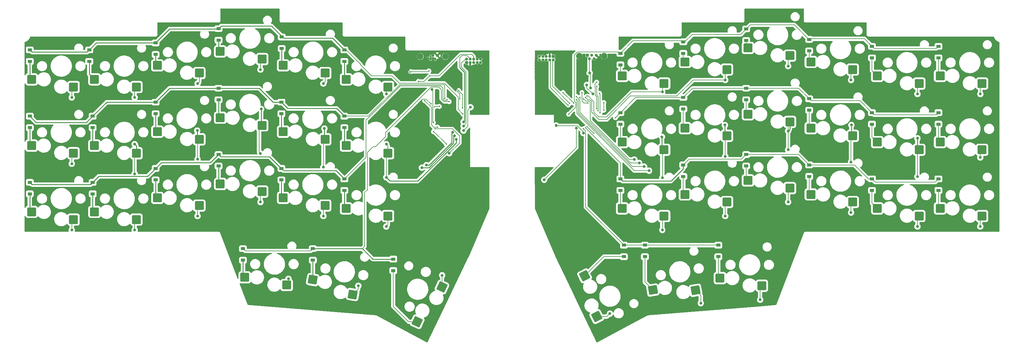
<source format=gbr>
%TF.GenerationSoftware,KiCad,Pcbnew,(6.0.9)*%
%TF.CreationDate,2023-05-23T13:43:03-07:00*%
%TF.ProjectId,Keycad_fun,4b657963-6164-45f6-9675-6e2e6b696361,rev?*%
%TF.SameCoordinates,Original*%
%TF.FileFunction,Copper,L2,Bot*%
%TF.FilePolarity,Positive*%
%FSLAX46Y46*%
G04 Gerber Fmt 4.6, Leading zero omitted, Abs format (unit mm)*
G04 Created by KiCad (PCBNEW (6.0.9)) date 2023-05-23 13:43:03*
%MOMM*%
%LPD*%
G01*
G04 APERTURE LIST*
G04 Aperture macros list*
%AMRoundRect*
0 Rectangle with rounded corners*
0 $1 Rounding radius*
0 $2 $3 $4 $5 $6 $7 $8 $9 X,Y pos of 4 corners*
0 Add a 4 corners polygon primitive as box body*
4,1,4,$2,$3,$4,$5,$6,$7,$8,$9,$2,$3,0*
0 Add four circle primitives for the rounded corners*
1,1,$1+$1,$2,$3*
1,1,$1+$1,$4,$5*
1,1,$1+$1,$6,$7*
1,1,$1+$1,$8,$9*
0 Add four rect primitives between the rounded corners*
20,1,$1+$1,$2,$3,$4,$5,0*
20,1,$1+$1,$4,$5,$6,$7,0*
20,1,$1+$1,$6,$7,$8,$9,0*
20,1,$1+$1,$8,$9,$2,$3,0*%
G04 Aperture macros list end*
%TA.AperFunction,ComponentPad*%
%ADD10R,0.850000X0.850000*%
%TD*%
%TA.AperFunction,ComponentPad*%
%ADD11O,0.850000X0.850000*%
%TD*%
%TA.AperFunction,ComponentPad*%
%ADD12R,0.840000X0.840000*%
%TD*%
%TA.AperFunction,ComponentPad*%
%ADD13C,0.840000*%
%TD*%
%TA.AperFunction,ComponentPad*%
%ADD14C,1.850000*%
%TD*%
%TA.AperFunction,SMDPad,CuDef*%
%ADD15RoundRect,0.250000X1.025000X1.000000X-1.025000X1.000000X-1.025000X-1.000000X1.025000X-1.000000X0*%
%TD*%
%TA.AperFunction,SMDPad,CuDef*%
%ADD16RoundRect,0.250000X1.183076X0.806818X-0.835780X1.162797X-1.183076X-0.806818X0.835780X-1.162797X0*%
%TD*%
%TA.AperFunction,SMDPad,CuDef*%
%ADD17RoundRect,0.250000X-0.473124X1.351584X-1.339492X-0.506347X0.473124X-1.351584X1.339492X0.506347X0*%
%TD*%
%TA.AperFunction,SMDPad,CuDef*%
%ADD18RoundRect,0.250000X1.356347X-0.459291X0.425666X1.367272X-1.356347X0.459291X-0.425666X-1.367272X0*%
%TD*%
%TA.AperFunction,SMDPad,CuDef*%
%ADD19RoundRect,0.250000X0.835780X1.162797X-1.183076X0.806818X-0.835780X-1.162797X1.183076X-0.806818X0*%
%TD*%
%TA.AperFunction,SMDPad,CuDef*%
%ADD20R,1.200000X0.900000*%
%TD*%
%TA.AperFunction,ViaPad*%
%ADD21C,0.800000*%
%TD*%
%TA.AperFunction,ViaPad*%
%ADD22C,0.400000*%
%TD*%
%TA.AperFunction,Conductor*%
%ADD23C,0.127000*%
%TD*%
%TA.AperFunction,Conductor*%
%ADD24C,0.200000*%
%TD*%
%TA.AperFunction,Conductor*%
%ADD25C,0.250000*%
%TD*%
G04 APERTURE END LIST*
D10*
%TO.P,J1,1,Pin_1*%
%TO.N,Net-(C0-Pad1)*%
X167000000Y-58000000D03*
D11*
%TO.P,J1,2,Pin_2*%
%TO.N,/SWDIO_l*%
X167000000Y-57000000D03*
%TO.P,J1,3,Pin_3*%
%TO.N,GND*%
X168000000Y-58000000D03*
%TO.P,J1,4,Pin_4*%
%TO.N,/SWDCLK_l*%
X168000000Y-57000000D03*
%TO.P,J1,5,Pin_5*%
%TO.N,/VBUS_l*%
X169000000Y-58000000D03*
%TO.P,J1,6,Pin_6*%
X169000000Y-57000000D03*
%TO.P,J1,7,Pin_7*%
%TO.N,unconnected-(J1-Pad7)*%
X170000000Y-58000000D03*
%TO.P,J1,8,Pin_8*%
%TO.N,unconnected-(J1-Pad8)*%
X170000000Y-57000000D03*
%TO.P,J1,9,Pin_9*%
%TO.N,unconnected-(J1-Pad9)*%
X171000000Y-58000000D03*
%TO.P,J1,10,Pin_10*%
%TO.N,unconnected-(J1-Pad10)*%
X171000000Y-57000000D03*
%TD*%
D12*
%TO.P,J2,1,VBUS*%
%TO.N,Net-(J2-Pad1)*%
X156000000Y-56000000D03*
D13*
%TO.P,J2,2,D-*%
%TO.N,Net-(D46-Pad2)*%
X156650000Y-57000000D03*
%TO.P,J2,3,D+*%
%TO.N,Net-(D46-Pad3)*%
X157300000Y-56000000D03*
%TO.P,J2,4,ID*%
%TO.N,unconnected-(J2-Pad4)*%
X157950000Y-57000000D03*
%TO.P,J2,5,GND*%
%TO.N,GND*%
X158600000Y-56000000D03*
D14*
%TO.P,J2,6,Shield*%
%TO.N,unconnected-(J2-Pad6)*%
X160875000Y-56220000D03*
X153725000Y-56220000D03*
%TD*%
D10*
%TO.P,J3,1,Pin_1*%
%TO.N,Net-(C22-Pad1)*%
X191800000Y-56200000D03*
D11*
%TO.P,J3,2,Pin_2*%
%TO.N,/SWDIO_r*%
X191800000Y-57200000D03*
%TO.P,J3,3,Pin_3*%
%TO.N,GND*%
X190800000Y-56200000D03*
%TO.P,J3,4,Pin_4*%
%TO.N,/SWDCLK_r*%
X190800000Y-57200000D03*
%TO.P,J3,5,Pin_5*%
%TO.N,/VBUS_r*%
X189800000Y-56200000D03*
%TO.P,J3,6,Pin_6*%
X189800000Y-57200000D03*
%TO.P,J3,7,Pin_7*%
%TO.N,unconnected-(J3-Pad7)*%
X188800000Y-56200000D03*
%TO.P,J3,8,Pin_8*%
%TO.N,unconnected-(J3-Pad8)*%
X188800000Y-57200000D03*
%TO.P,J3,9,Pin_9*%
%TO.N,unconnected-(J3-Pad9)*%
X187800000Y-56200000D03*
%TO.P,J3,10,Pin_10*%
%TO.N,unconnected-(J3-Pad10)*%
X187800000Y-57200000D03*
%TD*%
D12*
%TO.P,J4,1,VBUS*%
%TO.N,Net-(J4-Pad1)*%
X201500000Y-55880000D03*
D13*
%TO.P,J4,2,D-*%
%TO.N,Net-(D43-Pad2)*%
X202150000Y-56880000D03*
%TO.P,J4,3,D+*%
%TO.N,Net-(D43-Pad3)*%
X202800000Y-55880000D03*
%TO.P,J4,4,ID*%
%TO.N,unconnected-(J4-Pad4)*%
X203450000Y-56880000D03*
%TO.P,J4,5,GND*%
%TO.N,GND*%
X204100000Y-55880000D03*
D14*
%TO.P,J4,6,Shield*%
%TO.N,unconnected-(J4-Pad6)*%
X206375000Y-56100000D03*
X199225000Y-56100000D03*
%TD*%
D15*
%TO.P,SW1,1,1*%
%TO.N,/Col0_l*%
X54500000Y-65000000D03*
%TO.P,SW1,2,2*%
%TO.N,Net-(D1-Pad2)*%
X42500000Y-62800000D03*
%TD*%
%TO.P,SW2,1,1*%
%TO.N,/Col1_l*%
X72500000Y-65000000D03*
%TO.P,SW2,2,2*%
%TO.N,Net-(D2-Pad2)*%
X60500000Y-62800000D03*
%TD*%
%TO.P,SW3,1,1*%
%TO.N,/Col2_l*%
X90500000Y-61000000D03*
%TO.P,SW3,2,2*%
%TO.N,Net-(D3-Pad2)*%
X78500000Y-58800000D03*
%TD*%
%TO.P,SW4,1,1*%
%TO.N,/Col3_l*%
X108500000Y-57000000D03*
%TO.P,SW4,2,2*%
%TO.N,Net-(D4-Pad2)*%
X96500000Y-54800000D03*
%TD*%
%TO.P,SW5,1,1*%
%TO.N,/Col4_l*%
X126500000Y-61000000D03*
%TO.P,SW5,2,2*%
%TO.N,Net-(D5-Pad2)*%
X114500000Y-58800000D03*
%TD*%
%TO.P,SW6,1,1*%
%TO.N,/Col5_l*%
X144500000Y-65000000D03*
%TO.P,SW6,2,2*%
%TO.N,Net-(D6-Pad2)*%
X132500000Y-62800000D03*
%TD*%
%TO.P,SW7,1,1*%
%TO.N,/Col0_l*%
X54500000Y-84000000D03*
%TO.P,SW7,2,2*%
%TO.N,Net-(D7-Pad2)*%
X42500000Y-81800000D03*
%TD*%
%TO.P,SW8,1,1*%
%TO.N,/Col1_l*%
X72500000Y-84000000D03*
%TO.P,SW8,2,2*%
%TO.N,Net-(D8-Pad2)*%
X60500000Y-81800000D03*
%TD*%
%TO.P,SW9,1,1*%
%TO.N,/Col2_l*%
X90500000Y-80000000D03*
%TO.P,SW9,2,2*%
%TO.N,Net-(D9-Pad2)*%
X78500000Y-77800000D03*
%TD*%
%TO.P,SW10,1,1*%
%TO.N,/Col3_l*%
X108500000Y-76000000D03*
%TO.P,SW10,2,2*%
%TO.N,Net-(D10-Pad2)*%
X96500000Y-73800000D03*
%TD*%
%TO.P,SW11,1,1*%
%TO.N,/Col4_l*%
X126500000Y-80000000D03*
%TO.P,SW11,2,2*%
%TO.N,Net-(D11-Pad2)*%
X114500000Y-77800000D03*
%TD*%
%TO.P,SW12,1,1*%
%TO.N,/Col5_l*%
X144500000Y-84000000D03*
%TO.P,SW12,2,2*%
%TO.N,Net-(D12-Pad2)*%
X132500000Y-81800000D03*
%TD*%
%TO.P,SW13,1,1*%
%TO.N,/Col0_l*%
X54500000Y-103000000D03*
%TO.P,SW13,2,2*%
%TO.N,Net-(D13-Pad2)*%
X42500000Y-100800000D03*
%TD*%
%TO.P,SW14,1,1*%
%TO.N,/Col1_l*%
X72500000Y-103000000D03*
%TO.P,SW14,2,2*%
%TO.N,Net-(D14-Pad2)*%
X60500000Y-100800000D03*
%TD*%
%TO.P,SW15,1,1*%
%TO.N,/Col2_l*%
X90500000Y-99000000D03*
%TO.P,SW15,2,2*%
%TO.N,Net-(D15-Pad2)*%
X78500000Y-96800000D03*
%TD*%
%TO.P,SW16,1,1*%
%TO.N,/Col3_l*%
X108500000Y-95000000D03*
%TO.P,SW16,2,2*%
%TO.N,Net-(D16-Pad2)*%
X96500000Y-92800000D03*
%TD*%
%TO.P,SW17,1,1*%
%TO.N,/Col4_l*%
X126500000Y-99000000D03*
%TO.P,SW17,2,2*%
%TO.N,Net-(D17-Pad2)*%
X114500000Y-96800000D03*
%TD*%
%TO.P,SW18,1,1*%
%TO.N,/Col5_l*%
X144500000Y-102000000D03*
%TO.P,SW18,2,2*%
%TO.N,Net-(D18-Pad2)*%
X132500000Y-99800000D03*
%TD*%
%TO.P,SW19,1,1*%
%TO.N,/Col3_l*%
X115500000Y-121790000D03*
%TO.P,SW19,2,2*%
%TO.N,Net-(D19-Pad2)*%
X103500000Y-119590000D03*
%TD*%
D16*
%TO.P,SW20,1,1*%
%TO.N,/Col4_l*%
X134404938Y-124516615D03*
%TO.P,SW20,2,2*%
%TO.N,Net-(D20-Pad2)*%
X122969271Y-120266260D03*
%TD*%
D17*
%TO.P,SW21,1,1*%
%TO.N,/Col5_l*%
X159917011Y-122363632D03*
%TO.P,SW21,2,2*%
%TO.N,Net-(D21-Pad2)*%
X152851714Y-132309566D03*
%TD*%
D15*
%TO.P,SW22,1,1*%
%TO.N,/Col0_r*%
X223500000Y-64000000D03*
%TO.P,SW22,2,2*%
%TO.N,Net-(D22-Pad2)*%
X211500000Y-61800000D03*
%TD*%
%TO.P,SW23,1,1*%
%TO.N,/Col1_r*%
X241500000Y-60000000D03*
%TO.P,SW23,2,2*%
%TO.N,Net-(D23-Pad2)*%
X229500000Y-57800000D03*
%TD*%
%TO.P,SW24,1,1*%
%TO.N,/Col2_r*%
X259500000Y-56000000D03*
%TO.P,SW24,2,2*%
%TO.N,Net-(D24-Pad2)*%
X247500000Y-53800000D03*
%TD*%
%TO.P,SW25,1,1*%
%TO.N,/Col3_r*%
X277500000Y-60000000D03*
%TO.P,SW25,2,2*%
%TO.N,Net-(D25-Pad2)*%
X265500000Y-57800000D03*
%TD*%
%TO.P,SW26,1,1*%
%TO.N,/Col4_r*%
X296500000Y-64000000D03*
%TO.P,SW26,2,2*%
%TO.N,Net-(D26-Pad2)*%
X284500000Y-61800000D03*
%TD*%
%TO.P,SW27,1,1*%
%TO.N,/Col5_r*%
X314500000Y-64000000D03*
%TO.P,SW27,2,2*%
%TO.N,Net-(D27-Pad2)*%
X302500000Y-61800000D03*
%TD*%
%TO.P,SW28,1,1*%
%TO.N,/Col0_r*%
X223500000Y-83000000D03*
%TO.P,SW28,2,2*%
%TO.N,Net-(D28-Pad2)*%
X211500000Y-80800000D03*
%TD*%
%TO.P,SW29,1,1*%
%TO.N,/Col1_r*%
X241500000Y-79000000D03*
%TO.P,SW29,2,2*%
%TO.N,Net-(D29-Pad2)*%
X229500000Y-76800000D03*
%TD*%
%TO.P,SW30,1,1*%
%TO.N,/Col2_r*%
X259500000Y-75000000D03*
%TO.P,SW30,2,2*%
%TO.N,Net-(D30-Pad2)*%
X247500000Y-72800000D03*
%TD*%
%TO.P,SW31,1,1*%
%TO.N,/Col3_r*%
X277500000Y-79000000D03*
%TO.P,SW31,2,2*%
%TO.N,Net-(D31-Pad2)*%
X265500000Y-76800000D03*
%TD*%
%TO.P,SW32,1,1*%
%TO.N,/Col4_r*%
X296500000Y-83000000D03*
%TO.P,SW32,2,2*%
%TO.N,Net-(D32-Pad2)*%
X284500000Y-80800000D03*
%TD*%
%TO.P,SW33,1,1*%
%TO.N,/Col5_r*%
X314500000Y-83000000D03*
%TO.P,SW33,2,2*%
%TO.N,Net-(D33-Pad2)*%
X302500000Y-80800000D03*
%TD*%
%TO.P,SW34,1,1*%
%TO.N,/Col0_r*%
X223500000Y-102000000D03*
%TO.P,SW34,2,2*%
%TO.N,Net-(D34-Pad2)*%
X211500000Y-99800000D03*
%TD*%
%TO.P,SW35,1,1*%
%TO.N,/Col1_r*%
X241500000Y-98000000D03*
%TO.P,SW35,2,2*%
%TO.N,Net-(D35-Pad2)*%
X229500000Y-95800000D03*
%TD*%
%TO.P,SW36,1,1*%
%TO.N,/Col2_r*%
X259500000Y-94000000D03*
%TO.P,SW36,2,2*%
%TO.N,Net-(D36-Pad2)*%
X247500000Y-91800000D03*
%TD*%
%TO.P,SW37,1,1*%
%TO.N,/Col3_r*%
X277500000Y-98000000D03*
%TO.P,SW37,2,2*%
%TO.N,Net-(D37-Pad2)*%
X265500000Y-95800000D03*
%TD*%
%TO.P,SW38,1,1*%
%TO.N,/Col4_r*%
X296500000Y-102000000D03*
%TO.P,SW38,2,2*%
%TO.N,Net-(D38-Pad2)*%
X284500000Y-99800000D03*
%TD*%
%TO.P,SW39,1,1*%
%TO.N,/Col5_r*%
X314500000Y-102000000D03*
%TO.P,SW39,2,2*%
%TO.N,Net-(D39-Pad2)*%
X302500000Y-99800000D03*
%TD*%
D18*
%TO.P,SW40,1,1*%
%TO.N,/Col0_r*%
X204242928Y-130842466D03*
%TO.P,SW40,2,2*%
%TO.N,Net-(D40-Pad2)*%
X200755256Y-119151608D03*
%TD*%
D19*
%TO.P,SW41,1,1*%
%TO.N,/Col1_r*%
X232488716Y-123301078D03*
%TO.P,SW41,2,2*%
%TO.N,Net-(D41-Pad2)*%
X220288997Y-123218279D03*
%TD*%
D15*
%TO.P,SW42,1,1*%
%TO.N,/Col2_r*%
X251500000Y-122000000D03*
%TO.P,SW42,2,2*%
%TO.N,Net-(D42-Pad2)*%
X239500000Y-119800000D03*
%TD*%
D20*
%TO.P,D1,1,K*%
%TO.N,/Row0_l*%
X42000000Y-54350000D03*
%TO.P,D1,2,A*%
%TO.N,Net-(D1-Pad2)*%
X42000000Y-57650000D03*
%TD*%
%TO.P,D2,1,K*%
%TO.N,/Row0_l*%
X59000000Y-54350000D03*
%TO.P,D2,2,A*%
%TO.N,Net-(D2-Pad2)*%
X59000000Y-57650000D03*
%TD*%
%TO.P,D3,1,K*%
%TO.N,/Row0_l*%
X78000000Y-52350000D03*
%TO.P,D3,2,A*%
%TO.N,Net-(D3-Pad2)*%
X78000000Y-55650000D03*
%TD*%
%TO.P,D4,1,K*%
%TO.N,/Row0_l*%
X96000000Y-48250000D03*
%TO.P,D4,2,A*%
%TO.N,Net-(D4-Pad2)*%
X96000000Y-51550000D03*
%TD*%
%TO.P,D5,1,K*%
%TO.N,/Row0_l*%
X114100000Y-50650000D03*
%TO.P,D5,2,A*%
%TO.N,Net-(D5-Pad2)*%
X114100000Y-53950000D03*
%TD*%
%TO.P,D6,1,K*%
%TO.N,/Row0_l*%
X132000000Y-54350000D03*
%TO.P,D6,2,A*%
%TO.N,Net-(D6-Pad2)*%
X132000000Y-57650000D03*
%TD*%
%TO.P,D7,1,K*%
%TO.N,/Row1_l*%
X42000000Y-73350000D03*
%TO.P,D7,2,A*%
%TO.N,Net-(D7-Pad2)*%
X42000000Y-76650000D03*
%TD*%
%TO.P,D8,1,K*%
%TO.N,/Row1_l*%
X60000000Y-73350000D03*
%TO.P,D8,2,A*%
%TO.N,Net-(D8-Pad2)*%
X60000000Y-76650000D03*
%TD*%
%TO.P,D9,1,K*%
%TO.N,/Row1_l*%
X78000000Y-69350000D03*
%TO.P,D9,2,A*%
%TO.N,Net-(D9-Pad2)*%
X78000000Y-72650000D03*
%TD*%
%TO.P,D10,1,K*%
%TO.N,/Row1_l*%
X96000000Y-65350000D03*
%TO.P,D10,2,A*%
%TO.N,Net-(D10-Pad2)*%
X96000000Y-68650000D03*
%TD*%
%TO.P,D11,1,K*%
%TO.N,/Row1_l*%
X114000000Y-69350000D03*
%TO.P,D11,2,A*%
%TO.N,Net-(D11-Pad2)*%
X114000000Y-72650000D03*
%TD*%
%TO.P,D12,1,K*%
%TO.N,/Row1_l*%
X132000000Y-73350000D03*
%TO.P,D12,2,A*%
%TO.N,Net-(D12-Pad2)*%
X132000000Y-76650000D03*
%TD*%
%TO.P,D13,1,K*%
%TO.N,/Row2_l*%
X42000000Y-92350000D03*
%TO.P,D13,2,A*%
%TO.N,Net-(D13-Pad2)*%
X42000000Y-95650000D03*
%TD*%
%TO.P,D14,1,K*%
%TO.N,/Row2_l*%
X60000000Y-92350000D03*
%TO.P,D14,2,A*%
%TO.N,Net-(D14-Pad2)*%
X60000000Y-95650000D03*
%TD*%
%TO.P,D15,1,K*%
%TO.N,/Row2_l*%
X78000000Y-88350000D03*
%TO.P,D15,2,A*%
%TO.N,Net-(D15-Pad2)*%
X78000000Y-91650000D03*
%TD*%
%TO.P,D16,1,K*%
%TO.N,/Row2_l*%
X96000000Y-84350000D03*
%TO.P,D16,2,A*%
%TO.N,Net-(D16-Pad2)*%
X96000000Y-87650000D03*
%TD*%
%TO.P,D17,1,K*%
%TO.N,/Row2_l*%
X114000000Y-88350000D03*
%TO.P,D17,2,A*%
%TO.N,Net-(D17-Pad2)*%
X114000000Y-91650000D03*
%TD*%
%TO.P,D18,1,K*%
%TO.N,/Row2_l*%
X132000000Y-91350000D03*
%TO.P,D18,2,A*%
%TO.N,Net-(D18-Pad2)*%
X132000000Y-94650000D03*
%TD*%
%TO.P,D19,1,K*%
%TO.N,/Row3_l*%
X103000000Y-111350000D03*
%TO.P,D19,2,A*%
%TO.N,Net-(D19-Pad2)*%
X103000000Y-114650000D03*
%TD*%
%TO.P,D20,1,K*%
%TO.N,/Row3_l*%
X123000000Y-111350000D03*
%TO.P,D20,2,A*%
%TO.N,Net-(D20-Pad2)*%
X123000000Y-114650000D03*
%TD*%
%TO.P,D21,1,K*%
%TO.N,/Row3_l*%
X146000000Y-114350000D03*
%TO.P,D21,2,A*%
%TO.N,Net-(D21-Pad2)*%
X146000000Y-117650000D03*
%TD*%
%TO.P,D22,1,K*%
%TO.N,/Row0_r*%
X211000000Y-55350000D03*
%TO.P,D22,2,A*%
%TO.N,Net-(D22-Pad2)*%
X211000000Y-58650000D03*
%TD*%
%TO.P,D23,1,K*%
%TO.N,/Row0_r*%
X229000000Y-52050000D03*
%TO.P,D23,2,A*%
%TO.N,Net-(D23-Pad2)*%
X229000000Y-55350000D03*
%TD*%
%TO.P,D24,1,K*%
%TO.N,/Row0_r*%
X247000000Y-48350000D03*
%TO.P,D24,2,A*%
%TO.N,Net-(D24-Pad2)*%
X247000000Y-51650000D03*
%TD*%
%TO.P,D25,1,K*%
%TO.N,/Row0_r*%
X265000000Y-51350000D03*
%TO.P,D25,2,A*%
%TO.N,Net-(D25-Pad2)*%
X265000000Y-54650000D03*
%TD*%
%TO.P,D26,1,K*%
%TO.N,/Row0_r*%
X283000000Y-53350000D03*
%TO.P,D26,2,A*%
%TO.N,Net-(D26-Pad2)*%
X283000000Y-56650000D03*
%TD*%
%TO.P,D27,1,K*%
%TO.N,/Row0_r*%
X302000000Y-53350000D03*
%TO.P,D27,2,A*%
%TO.N,Net-(D27-Pad2)*%
X302000000Y-56650000D03*
%TD*%
%TO.P,D28,1,K*%
%TO.N,/Row1_r*%
X211000000Y-72350000D03*
%TO.P,D28,2,A*%
%TO.N,Net-(D28-Pad2)*%
X211000000Y-75650000D03*
%TD*%
%TO.P,D29,1,K*%
%TO.N,/Row1_r*%
X229000000Y-68000000D03*
%TO.P,D29,2,A*%
%TO.N,Net-(D29-Pad2)*%
X229000000Y-71300000D03*
%TD*%
%TO.P,D30,1,K*%
%TO.N,/Row1_r*%
X247000000Y-65350000D03*
%TO.P,D30,2,A*%
%TO.N,Net-(D30-Pad2)*%
X247000000Y-68650000D03*
%TD*%
%TO.P,D31,1,K*%
%TO.N,/Row1_r*%
X265000000Y-68350000D03*
%TO.P,D31,2,A*%
%TO.N,Net-(D31-Pad2)*%
X265000000Y-71650000D03*
%TD*%
%TO.P,D32,1,K*%
%TO.N,/Row1_r*%
X283000000Y-72350000D03*
%TO.P,D32,2,A*%
%TO.N,Net-(D32-Pad2)*%
X283000000Y-75650000D03*
%TD*%
%TO.P,D33,1,K*%
%TO.N,/Row1_r*%
X302000000Y-72350000D03*
%TO.P,D33,2,A*%
%TO.N,Net-(D33-Pad2)*%
X302000000Y-75650000D03*
%TD*%
%TO.P,D34,1,K*%
%TO.N,/Row2_r*%
X211000000Y-91350000D03*
%TO.P,D34,2,A*%
%TO.N,Net-(D34-Pad2)*%
X211000000Y-94650000D03*
%TD*%
%TO.P,D35,1,K*%
%TO.N,/Row2_r*%
X229000000Y-87350000D03*
%TO.P,D35,2,A*%
%TO.N,Net-(D35-Pad2)*%
X229000000Y-90650000D03*
%TD*%
%TO.P,D36,1,K*%
%TO.N,/Row2_r*%
X247000000Y-84350000D03*
%TO.P,D36,2,A*%
%TO.N,Net-(D36-Pad2)*%
X247000000Y-87650000D03*
%TD*%
%TO.P,D37,1,K*%
%TO.N,/Row2_r*%
X265000000Y-87350000D03*
%TO.P,D37,2,A*%
%TO.N,Net-(D37-Pad2)*%
X265000000Y-90650000D03*
%TD*%
%TO.P,D38,1,K*%
%TO.N,/Row2_r*%
X283000000Y-91350000D03*
%TO.P,D38,2,A*%
%TO.N,Net-(D38-Pad2)*%
X283000000Y-94650000D03*
%TD*%
%TO.P,D39,1,K*%
%TO.N,/Row2_r*%
X302000000Y-91350000D03*
%TO.P,D39,2,A*%
%TO.N,Net-(D39-Pad2)*%
X302000000Y-94650000D03*
%TD*%
%TO.P,D40,1,K*%
%TO.N,/Row3_r*%
X212000000Y-110350000D03*
%TO.P,D40,2,A*%
%TO.N,Net-(D40-Pad2)*%
X212000000Y-113650000D03*
%TD*%
%TO.P,D41,1,K*%
%TO.N,/Row3_r*%
X218000000Y-110350000D03*
%TO.P,D41,2,A*%
%TO.N,Net-(D41-Pad2)*%
X218000000Y-113650000D03*
%TD*%
%TO.P,D42,1,K*%
%TO.N,/Row3_r*%
X239000000Y-110350000D03*
%TO.P,D42,2,A*%
%TO.N,Net-(D42-Pad2)*%
X239000000Y-113650000D03*
%TD*%
D21*
%TO.N,GND*%
X151000000Y-57880000D03*
X208390000Y-60830000D03*
X171780000Y-70640000D03*
D22*
X155870000Y-61280000D03*
D21*
X234510000Y-87220000D03*
D22*
X197400000Y-72870000D03*
D21*
X145150000Y-111110000D03*
X197860000Y-86950000D03*
X228520000Y-80050000D03*
D22*
X164200000Y-83300000D03*
X203300000Y-62300000D03*
D21*
X141120000Y-91300000D03*
D22*
X201910000Y-78890000D03*
D21*
X138300000Y-68900000D03*
D22*
X165050000Y-68380000D03*
X197500000Y-75080000D03*
X202720000Y-80600000D03*
D21*
X154000000Y-76200000D03*
D22*
X198840000Y-61850000D03*
X159270000Y-74480000D03*
D21*
X195530000Y-62380000D03*
D22*
X164770000Y-72890000D03*
D21*
X169900000Y-67600000D03*
X164500000Y-61500000D03*
D22*
X163170000Y-67530000D03*
D21*
X244110000Y-105040000D03*
X147600000Y-69300000D03*
D22*
X193600000Y-72290000D03*
D21*
X136440000Y-92020000D03*
X166590000Y-83940000D03*
D22*
X194150000Y-75380000D03*
D21*
X149300000Y-75400000D03*
D22*
X156800000Y-69870000D03*
X164000000Y-85600000D03*
D21*
X148990000Y-106210000D03*
D22*
X201750000Y-61810000D03*
D21*
X189070000Y-71030000D03*
X225770000Y-61290000D03*
D22*
X199100000Y-79060000D03*
D21*
X206590000Y-90850000D03*
D22*
X167800000Y-68700000D03*
X208010000Y-76150000D03*
D21*
X65200000Y-92600000D03*
X122320000Y-105140000D03*
X151810000Y-67010000D03*
D22*
%TO.N,Net-(C5-Pad1)*%
X158700000Y-76500000D03*
X155000000Y-68900000D03*
%TO.N,Net-(C10-Pad2)*%
X157900000Y-77000000D03*
D21*
X162000000Y-84000000D03*
D22*
%TO.N,Net-(C11-Pad1)*%
X165800000Y-71033000D03*
X164700000Y-66000000D03*
%TO.N,Net-(C13-Pad2)*%
X159175565Y-70567615D03*
X157800000Y-70700000D03*
%TO.N,/Reset_r*%
X197600000Y-69600000D03*
X194600000Y-66600000D03*
D21*
%TO.N,Net-(C27-Pad1)*%
X203113000Y-67000000D03*
X201400000Y-64400000D03*
D22*
%TO.N,Net-(C32-Pad2)*%
X201700000Y-69600000D03*
X200000000Y-66600000D03*
D21*
%TO.N,Net-(C33-Pad1)*%
X200400000Y-78200000D03*
X192625000Y-76025000D03*
D22*
%TO.N,/VBUS_l*%
X156400000Y-61800000D03*
X153200000Y-63400000D03*
%TO.N,/Row0_r*%
X196200000Y-72800000D03*
%TO.N,/Row1_r*%
X201450000Y-76350000D03*
X209600000Y-73800000D03*
X203400000Y-78200000D03*
%TO.N,/Row2_r*%
X200997040Y-76745724D03*
%TO.N,/Row3_r*%
X200400000Y-77000000D03*
%TO.N,/Row0_l*%
X165900000Y-72700000D03*
%TO.N,/Row1_l*%
X160746641Y-68246641D03*
%TO.N,/Row2_l*%
X161400000Y-68700000D03*
%TO.N,/Row3_l*%
X162000000Y-69200000D03*
D21*
%TO.N,Net-(D43-Pad2)*%
X202200000Y-61000000D03*
X202478812Y-65278812D03*
D22*
%TO.N,Net-(D46-Pad2)*%
X151000000Y-60594110D03*
X156200000Y-60400000D03*
%TO.N,/SWDCLK_r*%
X196050000Y-70150000D03*
%TO.N,/SWDIO_r*%
X196450000Y-69650000D03*
D21*
%TO.N,/SWDCLK_l*%
X166100000Y-75000000D03*
%TO.N,/SWDIO_l*%
X166100000Y-76200000D03*
D22*
%TO.N,/VDDH_r*%
X206272609Y-69472609D03*
X206250000Y-71650000D03*
D21*
%TO.N,/VDDH_l*%
X157100000Y-65700000D03*
D22*
X157472500Y-75201500D03*
%TO.N,Net-(L1-Pad2)*%
X161200000Y-81400000D03*
X157500000Y-77800000D03*
%TO.N,/LED_R_r*%
X205000000Y-66800000D03*
X205200000Y-72400000D03*
%TO.N,/LED_G_r*%
X204600000Y-71800000D03*
X204200000Y-64800000D03*
%TO.N,/LED_B_r*%
X204200000Y-63600000D03*
X204200000Y-71200000D03*
D21*
%TO.N,/Col0_r*%
X223000000Y-106000000D03*
D22*
X201487000Y-67600000D03*
D21*
X222900000Y-79300000D03*
X208000000Y-130000000D03*
X223000000Y-91000000D03*
X223000000Y-66400000D03*
%TO.N,/Col1_r*%
X241000000Y-102000000D03*
X241000000Y-84900000D03*
X240900000Y-75900000D03*
X241000000Y-63000000D03*
X234000000Y-127000000D03*
D22*
X201000000Y-68000000D03*
D21*
%TO.N,/Col2_r*%
X251000000Y-126000000D03*
X259000000Y-59000000D03*
X215000000Y-85800000D03*
X259000000Y-98000000D03*
X259000000Y-83000000D03*
X259000000Y-77600000D03*
D22*
X200463000Y-68400000D03*
D21*
%TO.N,/Col3_r*%
X216400000Y-86800000D03*
D22*
X199400000Y-68000000D03*
D21*
X277000000Y-86500000D03*
X277000000Y-63000000D03*
X277000000Y-101000000D03*
X277100000Y-75900000D03*
%TO.N,/Col4_r*%
X296000000Y-90700000D03*
X296000000Y-67000000D03*
X296000000Y-79700000D03*
X217800000Y-87800000D03*
X296000000Y-105000000D03*
D22*
X198400000Y-67700000D03*
D21*
%TO.N,/Col5_r*%
X314000000Y-67000000D03*
X313986194Y-85213806D03*
X219200000Y-89000000D03*
X313986194Y-104998438D03*
D22*
X198400000Y-68600000D03*
D21*
%TO.N,/Col0_l*%
X54000000Y-68000000D03*
X54000000Y-87000000D03*
X54000000Y-106000000D03*
%TO.N,/Col1_l*%
X72000000Y-68000000D03*
X72000000Y-81400000D03*
X72000000Y-89875500D03*
X72000000Y-106000000D03*
%TO.N,/Col2_l*%
X90000000Y-85700000D03*
X90000000Y-64000000D03*
X90000000Y-102000000D03*
X89900000Y-77500000D03*
%TO.N,/Col3_l*%
X108000000Y-98000000D03*
X108000000Y-84100000D03*
X116000000Y-120000000D03*
X155500000Y-87400000D03*
X108200000Y-71300000D03*
X108000000Y-60000000D03*
X163000000Y-78000000D03*
%TO.N,/Col4_l*%
X136000000Y-122000000D03*
X163500000Y-79000000D03*
X126000000Y-64000000D03*
X126000000Y-88000000D03*
X126300000Y-76900000D03*
X154200000Y-88124500D03*
X126000000Y-102000000D03*
%TO.N,/Col5_l*%
X164000000Y-80000000D03*
X144000000Y-105000000D03*
X144000000Y-67000000D03*
X160000000Y-119000000D03*
X144000000Y-90900000D03*
X144000000Y-81400000D03*
%TO.N,/Reset_l*%
X166100000Y-77500000D03*
X168100000Y-70800000D03*
%TO.N,Net-(C22-Pad1)*%
X189200000Y-91600000D03*
X198400000Y-76800000D03*
%TD*%
D23*
%TO.N,GND*%
X151058686Y-61280000D02*
X150556500Y-60777814D01*
X164250000Y-66177204D02*
X164250000Y-61750000D01*
X198880000Y-61810000D02*
X198840000Y-61850000D01*
X164250000Y-61750000D02*
X164500000Y-61500000D01*
X201750000Y-61810000D02*
X198880000Y-61810000D01*
X165050000Y-66977204D02*
X164250000Y-66177204D01*
X155870000Y-61280000D02*
X151058686Y-61280000D01*
X165050000Y-68380000D02*
X165050000Y-66977204D01*
X150556500Y-58323500D02*
X151000000Y-57880000D01*
X150556500Y-60777814D02*
X150556500Y-58323500D01*
X149300000Y-73640000D02*
X149300000Y-75400000D01*
X154483500Y-68456500D02*
X149300000Y-73640000D01*
X156800000Y-69870000D02*
X155386500Y-68456500D01*
X155386500Y-68456500D02*
X154483500Y-68456500D01*
D24*
%TO.N,Net-(C5-Pad1)*%
X156973000Y-75873000D02*
X156973000Y-70873000D01*
X157600000Y-76500000D02*
X156973000Y-75873000D01*
X158700000Y-76500000D02*
X157600000Y-76500000D01*
X156973000Y-70873000D02*
X155000000Y-68900000D01*
D23*
%TO.N,Net-(C10-Pad2)*%
X162000000Y-84000000D02*
X165000000Y-81000000D01*
X165000000Y-79061669D02*
X162938331Y-77000000D01*
X165000000Y-81000000D02*
X165000000Y-79061669D01*
X162938331Y-77000000D02*
X157900000Y-77000000D01*
%TO.N,Net-(C11-Pad1)*%
X165800000Y-71033000D02*
X165800000Y-67100000D01*
X165800000Y-67100000D02*
X164700000Y-66000000D01*
%TO.N,Net-(C13-Pad2)*%
X157932385Y-70567615D02*
X159175565Y-70567615D01*
X157800000Y-70700000D02*
X157932385Y-70567615D01*
%TO.N,/Reset_r*%
X194600000Y-66600000D02*
X197600000Y-69600000D01*
%TO.N,Net-(C27-Pad1)*%
X203113000Y-67000000D02*
X201400000Y-65287000D01*
X201400000Y-65287000D02*
X201400000Y-64600000D01*
%TO.N,Net-(C32-Pad2)*%
X200600000Y-69600000D02*
X201700000Y-69600000D01*
X200000000Y-69000000D02*
X200600000Y-69600000D01*
X200000000Y-66600000D02*
X200000000Y-69000000D01*
%TO.N,Net-(C33-Pad1)*%
X200400000Y-77861669D02*
X200400000Y-78200000D01*
X198674831Y-76136500D02*
X200400000Y-77861669D01*
X192736500Y-76136500D02*
X198674831Y-76136500D01*
X192625000Y-76025000D02*
X192736500Y-76136500D01*
%TO.N,/VBUS_l*%
X159100000Y-61800000D02*
X165300000Y-55600000D01*
X156400000Y-61800000D02*
X154800000Y-63400000D01*
X154800000Y-63400000D02*
X153200000Y-63400000D01*
X156400000Y-61800000D02*
X159100000Y-61800000D01*
X169000000Y-56200000D02*
X169000000Y-57000000D01*
X169000000Y-57000000D02*
X169000000Y-58000000D01*
X165300000Y-55600000D02*
X168400000Y-55600000D01*
X168400000Y-55600000D02*
X169000000Y-56200000D01*
D25*
%TO.N,Net-(D1-Pad2)*%
X42000000Y-57650000D02*
X42000000Y-62300000D01*
X42000000Y-62300000D02*
X42500000Y-62800000D01*
D24*
%TO.N,/Row0_r*%
X214600001Y-51749999D02*
X211000000Y-55350000D01*
X265000000Y-51350000D02*
X265175001Y-51174999D01*
X265000000Y-51350000D02*
X264950000Y-51350000D01*
D23*
X196200000Y-72800000D02*
X198200000Y-70800000D01*
X198200000Y-70800000D02*
X198200000Y-69400000D01*
X198732707Y-54911500D02*
X210561500Y-54911500D01*
D24*
X231549999Y-49950001D02*
X229500000Y-52000000D01*
D23*
X197800000Y-55844207D02*
X198732707Y-54911500D01*
D24*
X245399999Y-49950001D02*
X231549999Y-49950001D01*
X283600001Y-53950001D02*
X283000000Y-53350000D01*
D23*
X198200000Y-69400000D02*
X197800000Y-69000000D01*
D24*
X280824999Y-51174999D02*
X283000000Y-53350000D01*
D23*
X210561500Y-54911500D02*
X211000000Y-55350000D01*
D24*
X264950000Y-51350000D02*
X260774999Y-47174999D01*
X229500000Y-52000000D02*
X229249999Y-51749999D01*
X248175001Y-47174999D02*
X247000000Y-48350000D01*
X260774999Y-47174999D02*
X248175001Y-47174999D01*
X265175001Y-51174999D02*
X280824999Y-51174999D01*
D23*
X197800000Y-69000000D02*
X197800000Y-55844207D01*
D24*
X229249999Y-51749999D02*
X214600001Y-51749999D01*
X302000000Y-53350000D02*
X301399999Y-53950001D01*
X301399999Y-53950001D02*
X283600001Y-53950001D01*
X247000000Y-48350000D02*
X245399999Y-49950001D01*
D25*
%TO.N,Net-(D2-Pad2)*%
X59000000Y-61300000D02*
X60500000Y-62800000D01*
X59000000Y-57650000D02*
X59000000Y-61300000D01*
%TO.N,Net-(D3-Pad2)*%
X78000000Y-58300000D02*
X78500000Y-58800000D01*
X78000000Y-55650000D02*
X78000000Y-58300000D01*
%TO.N,Net-(D4-Pad2)*%
X96000000Y-51550000D02*
X96000000Y-54300000D01*
X96000000Y-54300000D02*
X96500000Y-54800000D01*
%TO.N,Net-(D5-Pad2)*%
X114100000Y-53950000D02*
X114100000Y-58400000D01*
X114100000Y-58400000D02*
X114500000Y-58800000D01*
%TO.N,Net-(D6-Pad2)*%
X132000000Y-57650000D02*
X132000000Y-62300000D01*
X132000000Y-62300000D02*
X132500000Y-62800000D01*
%TO.N,Net-(D7-Pad2)*%
X42000000Y-76650000D02*
X42000000Y-81300000D01*
X42000000Y-81300000D02*
X42500000Y-81800000D01*
D24*
%TO.N,/Row1_r*%
X211000000Y-72350000D02*
X215350000Y-68000000D01*
X279600001Y-68950001D02*
X283000000Y-72350000D01*
D23*
X211000000Y-72400000D02*
X209600000Y-73800000D01*
D24*
X301399999Y-72950001D02*
X302000000Y-72350000D01*
X265600001Y-68950001D02*
X279600001Y-68950001D01*
X283000000Y-72350000D02*
X283600001Y-72950001D01*
X215350000Y-68000000D02*
X229000000Y-68000000D01*
X229000000Y-68000000D02*
X231650000Y-65350000D01*
X247000000Y-65350000D02*
X262000000Y-65350000D01*
X283600001Y-72950001D02*
X301399999Y-72950001D01*
D23*
X203400000Y-78200000D02*
X203300000Y-78200000D01*
X211000000Y-72350000D02*
X211000000Y-72400000D01*
D24*
X265000000Y-68350000D02*
X265600001Y-68950001D01*
X262000000Y-65350000D02*
X265000000Y-68350000D01*
D23*
X203300000Y-78200000D02*
X201450000Y-76350000D01*
D24*
X231650000Y-65350000D02*
X247000000Y-65350000D01*
D25*
%TO.N,Net-(D8-Pad2)*%
X60000000Y-81300000D02*
X60500000Y-81800000D01*
X60000000Y-76650000D02*
X60000000Y-81300000D01*
%TO.N,Net-(D9-Pad2)*%
X78500000Y-77800000D02*
X78000000Y-77300000D01*
X78000000Y-77300000D02*
X78000000Y-72650000D01*
%TO.N,Net-(D10-Pad2)*%
X96500000Y-73800000D02*
X96000000Y-73300000D01*
X96000000Y-73300000D02*
X96000000Y-68650000D01*
%TO.N,Net-(D11-Pad2)*%
X114000000Y-77300000D02*
X114000000Y-72650000D01*
X114500000Y-77800000D02*
X114000000Y-77300000D01*
%TO.N,Net-(D12-Pad2)*%
X132500000Y-81800000D02*
X132000000Y-81300000D01*
X132000000Y-81300000D02*
X132000000Y-76650000D01*
%TO.N,Net-(D13-Pad2)*%
X42000000Y-100300000D02*
X42000000Y-95650000D01*
X42500000Y-100800000D02*
X42000000Y-100300000D01*
D24*
%TO.N,/Row2_r*%
X281944363Y-91350000D02*
X277944363Y-87350000D01*
D23*
X200997040Y-76745724D02*
X211000000Y-86748684D01*
X211000000Y-86748684D02*
X211000000Y-91350000D01*
D24*
X262000000Y-84350000D02*
X247000000Y-84350000D01*
X301100000Y-92250000D02*
X283900000Y-92250000D01*
X277944363Y-87350000D02*
X265000000Y-87350000D01*
D25*
X229000000Y-87350000D02*
X229000000Y-88440992D01*
D24*
X283000000Y-91350000D02*
X281944363Y-91350000D01*
D25*
X225465991Y-91975001D02*
X211625001Y-91975001D01*
D24*
X230650000Y-85700000D02*
X229000000Y-87350000D01*
X245650000Y-85700000D02*
X230650000Y-85700000D01*
X283900000Y-92250000D02*
X283000000Y-91350000D01*
X265000000Y-87350000D02*
X262000000Y-84350000D01*
X302000000Y-91350000D02*
X301100000Y-92250000D01*
X247000000Y-84350000D02*
X245650000Y-85700000D01*
D25*
X229000000Y-88440992D02*
X225465991Y-91975001D01*
X211625001Y-91975001D02*
X211000000Y-91350000D01*
%TO.N,Net-(D14-Pad2)*%
X60500000Y-100800000D02*
X60000000Y-100300000D01*
X60000000Y-100300000D02*
X60000000Y-95650000D01*
%TO.N,Net-(D15-Pad2)*%
X78000000Y-91650000D02*
X78000000Y-96300000D01*
X78000000Y-96300000D02*
X78500000Y-96800000D01*
%TO.N,Net-(D16-Pad2)*%
X96000000Y-87650000D02*
X96000000Y-92300000D01*
X96000000Y-92300000D02*
X96500000Y-92800000D01*
%TO.N,Net-(D17-Pad2)*%
X114500000Y-96800000D02*
X114000000Y-96300000D01*
X114000000Y-96300000D02*
X114000000Y-91650000D01*
%TO.N,Net-(D18-Pad2)*%
X132000000Y-99300000D02*
X132000000Y-94650000D01*
X132500000Y-99800000D02*
X132000000Y-99300000D01*
%TO.N,Net-(D19-Pad2)*%
X103000000Y-119090000D02*
X103500000Y-119590000D01*
X103000000Y-114650000D02*
X103000000Y-119090000D01*
D24*
%TO.N,/Row3_r*%
X212000000Y-110350000D02*
X218000000Y-110350000D01*
D23*
X201063500Y-99413500D02*
X201063500Y-77663500D01*
X201063500Y-77663500D02*
X200400000Y-77000000D01*
X212000000Y-110350000D02*
X201063500Y-99413500D01*
D24*
X218000000Y-110350000D02*
X239000000Y-110350000D01*
D25*
%TO.N,Net-(D20-Pad2)*%
X123000000Y-120235531D02*
X122969271Y-120266260D01*
X123000000Y-114650000D02*
X123000000Y-120235531D01*
D24*
%TO.N,Net-(D21-Pad2)*%
X150409566Y-132309566D02*
X146000000Y-127900000D01*
X152851714Y-132309566D02*
X150409566Y-132309566D01*
X146000000Y-127900000D02*
X146000000Y-117650000D01*
%TO.N,Net-(D22-Pad2)*%
X211000000Y-61300000D02*
X211500000Y-61800000D01*
X211000000Y-58650000D02*
X211000000Y-61300000D01*
D25*
%TO.N,/Row0_l*%
X96000000Y-48350000D02*
X96200001Y-48149999D01*
X111150000Y-47500000D02*
X114000000Y-50350000D01*
D23*
X160600000Y-63900000D02*
X147800000Y-63900000D01*
D25*
X96800000Y-47500000D02*
X111150000Y-47500000D01*
X114625001Y-50975001D02*
X128625001Y-50975001D01*
D23*
X136713501Y-58497351D02*
X132566150Y-54350000D01*
D25*
X42000000Y-54350000D02*
X42625001Y-54975001D01*
X96200001Y-48099999D02*
X96800000Y-47500000D01*
X42625001Y-54975001D02*
X58374999Y-54975001D01*
D23*
X164600000Y-71400000D02*
X164600000Y-67900000D01*
D25*
X128625001Y-50975001D02*
X132000000Y-54350000D01*
D23*
X147800000Y-63900000D02*
X145688501Y-61788501D01*
X136713501Y-58713501D02*
X136713501Y-58497351D01*
D25*
X61000000Y-52350000D02*
X78000000Y-52350000D01*
X96200001Y-48149999D02*
X96200001Y-48099999D01*
X78000000Y-52350000D02*
X82000000Y-48350000D01*
D23*
X164600000Y-67900000D02*
X160600000Y-63900000D01*
D25*
X82000000Y-48350000D02*
X96000000Y-48350000D01*
X58374999Y-54975001D02*
X59000000Y-54350000D01*
D23*
X132566150Y-54350000D02*
X132000000Y-54350000D01*
D25*
X114000000Y-50350000D02*
X114625001Y-50975001D01*
D23*
X145688501Y-61788501D02*
X139788501Y-61788501D01*
D25*
X59000000Y-54350000D02*
X61000000Y-52350000D01*
D23*
X139788501Y-61788501D02*
X136713501Y-58713501D01*
X165900000Y-72700000D02*
X164600000Y-71400000D01*
%TO.N,Net-(D23-Pad2)*%
X229500000Y-57800000D02*
X229000000Y-57300000D01*
X229000000Y-57300000D02*
X229000000Y-55350000D01*
D24*
%TO.N,Net-(D24-Pad2)*%
X247000000Y-51650000D02*
X247000000Y-53300000D01*
X247000000Y-53300000D02*
X247500000Y-53800000D01*
%TO.N,Net-(D25-Pad2)*%
X265000000Y-54650000D02*
X265000000Y-57300000D01*
X265000000Y-57300000D02*
X265500000Y-57800000D01*
%TO.N,Net-(D26-Pad2)*%
X283000000Y-56650000D02*
X283000000Y-60300000D01*
X283000000Y-60300000D02*
X284500000Y-61800000D01*
%TO.N,Net-(D27-Pad2)*%
X302500000Y-61800000D02*
X302000000Y-61300000D01*
X302000000Y-61300000D02*
X302000000Y-56650000D01*
%TO.N,Net-(D28-Pad2)*%
X211000000Y-80300000D02*
X211000000Y-75650000D01*
X211500000Y-80800000D02*
X211000000Y-80300000D01*
D25*
%TO.N,/Row1_l*%
X132000000Y-73350000D02*
X129799999Y-71149999D01*
X43799999Y-75149999D02*
X42000000Y-73350000D01*
X64000000Y-69350000D02*
X60000000Y-73350000D01*
X96000000Y-65350000D02*
X82000000Y-65350000D01*
X115799999Y-71149999D02*
X114000000Y-69350000D01*
D23*
X160746641Y-68246641D02*
X160746641Y-64509089D01*
X160568776Y-64331224D02*
X147919975Y-64331224D01*
D25*
X111653124Y-69350000D02*
X107653124Y-65350000D01*
X114000000Y-69350000D02*
X111653124Y-69350000D01*
X58200001Y-75149999D02*
X43799999Y-75149999D01*
X82000000Y-65350000D02*
X78000000Y-69350000D01*
X129799999Y-71149999D02*
X115799999Y-71149999D01*
D23*
X138901199Y-73350000D02*
X132000000Y-73350000D01*
D25*
X60000000Y-73350000D02*
X58200001Y-75149999D01*
D23*
X160746641Y-64509089D02*
X160568776Y-64331224D01*
X147919975Y-64331224D02*
X138901199Y-73350000D01*
D25*
X78000000Y-69350000D02*
X64000000Y-69350000D01*
X107653124Y-65350000D02*
X96000000Y-65350000D01*
D24*
%TO.N,Net-(D29-Pad2)*%
X229000000Y-71300000D02*
X229000000Y-76300000D01*
X229000000Y-76300000D02*
X229500000Y-76800000D01*
%TO.N,Net-(D30-Pad2)*%
X247000000Y-68650000D02*
X247000000Y-72300000D01*
X247000000Y-72300000D02*
X247500000Y-72800000D01*
%TO.N,Net-(D31-Pad2)*%
X265000000Y-76300000D02*
X265500000Y-76800000D01*
X265000000Y-71650000D02*
X265000000Y-76300000D01*
%TO.N,Net-(D32-Pad2)*%
X283000000Y-75650000D02*
X283000000Y-79300000D01*
X283000000Y-79300000D02*
X284500000Y-80800000D01*
%TO.N,Net-(D33-Pad2)*%
X302000000Y-80300000D02*
X302500000Y-80800000D01*
X302000000Y-75650000D02*
X302000000Y-80300000D01*
D23*
%TO.N,Net-(D34-Pad2)*%
X211000000Y-94650000D02*
X211000000Y-99300000D01*
X211000000Y-99300000D02*
X211500000Y-99800000D01*
D25*
%TO.N,/Row2_l*%
X129625001Y-88975001D02*
X132000000Y-91350000D01*
X42000000Y-92350000D02*
X42625001Y-92975001D01*
D23*
X160200000Y-68355488D02*
X160200000Y-65300000D01*
D25*
X42625001Y-92975001D02*
X59374999Y-92975001D01*
D23*
X160644512Y-68800000D02*
X160200000Y-68355488D01*
D25*
X114625001Y-88975001D02*
X129625001Y-88975001D01*
D23*
X160200000Y-65300000D02*
X159558224Y-64658224D01*
D25*
X60000000Y-92350000D02*
X61750000Y-90600000D01*
X110625001Y-84975001D02*
X114000000Y-88350000D01*
D23*
X161400000Y-68700000D02*
X161300000Y-68800000D01*
X161300000Y-68800000D02*
X160644512Y-68800000D01*
D25*
X79650000Y-86700000D02*
X93650000Y-86700000D01*
X61750000Y-90600000D02*
X75750000Y-90600000D01*
D23*
X148055423Y-64658224D02*
X138211499Y-74502148D01*
D25*
X96625001Y-84975001D02*
X110625001Y-84975001D01*
X96000000Y-84350000D02*
X96625001Y-84975001D01*
X114000000Y-88350000D02*
X114625001Y-88975001D01*
X78000000Y-88350000D02*
X79650000Y-86700000D01*
X59374999Y-92975001D02*
X60000000Y-92350000D01*
X75750000Y-90600000D02*
X78000000Y-88350000D01*
D23*
X138211499Y-85138501D02*
X132000000Y-91350000D01*
X159558224Y-64658224D02*
X148055423Y-64658224D01*
X138211499Y-74502148D02*
X138211499Y-85138501D01*
D25*
X93650000Y-86700000D02*
X96000000Y-84350000D01*
D24*
%TO.N,Net-(D35-Pad2)*%
X229000000Y-90650000D02*
X229000000Y-95300000D01*
X229000000Y-95300000D02*
X229500000Y-95800000D01*
%TO.N,Net-(D36-Pad2)*%
X247000000Y-91300000D02*
X247500000Y-91800000D01*
X247000000Y-87650000D02*
X247000000Y-91300000D01*
%TO.N,Net-(D37-Pad2)*%
X265000000Y-95300000D02*
X265500000Y-95800000D01*
X265000000Y-90650000D02*
X265000000Y-95300000D01*
%TO.N,Net-(D38-Pad2)*%
X283000000Y-94650000D02*
X283000000Y-98300000D01*
X283000000Y-98300000D02*
X284500000Y-99800000D01*
%TO.N,Net-(D39-Pad2)*%
X302000000Y-99300000D02*
X302000000Y-94650000D01*
X302500000Y-99800000D02*
X302000000Y-99300000D01*
%TO.N,Net-(D40-Pad2)*%
X206256864Y-113650000D02*
X212000000Y-113650000D01*
X200755256Y-119151608D02*
X206256864Y-113650000D01*
D23*
%TO.N,/Row3_l*%
X162000000Y-69200000D02*
X160582064Y-69200000D01*
X140900000Y-82111499D02*
X140259178Y-82111499D01*
D25*
X137150000Y-111350000D02*
X137175000Y-111350000D01*
D23*
X137800000Y-95256463D02*
X137800000Y-110700000D01*
D25*
X140175000Y-114350000D02*
X146000000Y-114350000D01*
D23*
X159036500Y-65036500D02*
X156825169Y-65036500D01*
X156825169Y-65036500D02*
X143788501Y-78073168D01*
X159800000Y-65800000D02*
X159036500Y-65036500D01*
D24*
X103650000Y-112000000D02*
X122350000Y-112000000D01*
X103000000Y-111350000D02*
X103650000Y-112000000D01*
D23*
X143788501Y-78073168D02*
X143788501Y-79222998D01*
D25*
X137175000Y-111350000D02*
X140175000Y-114350000D01*
D23*
X140259178Y-82111499D02*
X138600000Y-83770677D01*
D25*
X123000000Y-111350000D02*
X137150000Y-111350000D01*
D23*
X143788501Y-79222998D02*
X140900000Y-82111499D01*
X138600000Y-94456463D02*
X137800000Y-95256463D01*
X160582064Y-69200000D02*
X159800000Y-68417936D01*
X137800000Y-110700000D02*
X137150000Y-111350000D01*
X138600000Y-83770677D02*
X138600000Y-94456463D01*
X159800000Y-68417936D02*
X159800000Y-65800000D01*
D24*
X122350000Y-112000000D02*
X123000000Y-111350000D01*
%TO.N,Net-(D41-Pad2)*%
X218000000Y-120929282D02*
X220288997Y-123218279D01*
X218000000Y-113650000D02*
X218000000Y-120929282D01*
%TO.N,Net-(D42-Pad2)*%
X239000000Y-113650000D02*
X239000000Y-119300000D01*
X239000000Y-119300000D02*
X239500000Y-119800000D01*
D23*
%TO.N,Net-(D43-Pad2)*%
X202478812Y-65278812D02*
X202400000Y-65200000D01*
X202400000Y-61200000D02*
X202200000Y-61000000D01*
X202400000Y-65200000D02*
X202400000Y-61200000D01*
D24*
X202200000Y-61000000D02*
X202150000Y-60950000D01*
X202150000Y-60950000D02*
X202150000Y-56880000D01*
D23*
%TO.N,Net-(D46-Pad2)*%
X151000000Y-60594110D02*
X156005890Y-60594110D01*
X156005890Y-60594110D02*
X156200000Y-60400000D01*
%TO.N,/SWDCLK_r*%
X196050000Y-70150000D02*
X195950000Y-70150000D01*
X191000000Y-57400000D02*
X190800000Y-57200000D01*
X191000000Y-65200000D02*
X191000000Y-57400000D01*
X195950000Y-70150000D02*
X191000000Y-65200000D01*
%TO.N,/SWDIO_r*%
X196450000Y-69650000D02*
X191600000Y-64800000D01*
X191600000Y-57400000D02*
X191800000Y-57200000D01*
X191600000Y-64800000D02*
X191600000Y-57400000D01*
D25*
%TO.N,/SWDCLK_l*%
X166425000Y-60825000D02*
X165100000Y-59500000D01*
X166425000Y-74675000D02*
X166425000Y-60825000D01*
D24*
X168000000Y-56900000D02*
X167100000Y-56000000D01*
X168000000Y-57000000D02*
X168000000Y-56900000D01*
X165600000Y-56000000D02*
X165000000Y-56600000D01*
X167100000Y-56000000D02*
X165600000Y-56000000D01*
X165000000Y-59400000D02*
X165100000Y-59500000D01*
X165000000Y-56600000D02*
X165000000Y-59400000D01*
D25*
X166100000Y-75000000D02*
X166425000Y-74675000D01*
D24*
%TO.N,/SWDIO_l*%
X165500000Y-58200000D02*
X166700000Y-57000000D01*
X166700000Y-57000000D02*
X167000000Y-57000000D01*
X166850000Y-60648960D02*
X165500000Y-59298960D01*
X166100000Y-76200000D02*
X166850000Y-75450000D01*
X166850000Y-75450000D02*
X166850000Y-60648960D01*
X165500000Y-59298960D02*
X165500000Y-58200000D01*
D23*
%TO.N,/VDDH_r*%
X206250000Y-71650000D02*
X206250000Y-69495218D01*
X206250000Y-69495218D02*
X206272609Y-69472609D01*
%TO.N,/VDDH_l*%
X157336500Y-75065500D02*
X157336500Y-65936500D01*
X157472500Y-75201500D02*
X157336500Y-75065500D01*
X157336500Y-65936500D02*
X157100000Y-65700000D01*
%TO.N,Net-(L1-Pad2)*%
X157600000Y-77800000D02*
X157500000Y-77800000D01*
X161200000Y-81400000D02*
X157600000Y-77800000D01*
%TO.N,/LED_R_r*%
X205200000Y-67000000D02*
X205200000Y-72400000D01*
X205000000Y-66800000D02*
X205200000Y-67000000D01*
%TO.N,/LED_G_r*%
X204663500Y-67801052D02*
X204200000Y-67337552D01*
X204200000Y-67337552D02*
X204200000Y-64800000D01*
X204663500Y-71736500D02*
X204663500Y-67801052D01*
X204600000Y-71800000D02*
X204663500Y-71736500D01*
%TO.N,/LED_B_r*%
X203800000Y-67400000D02*
X203800000Y-65055488D01*
X204200000Y-71200000D02*
X204200000Y-67800000D01*
X203736500Y-64991988D02*
X203736500Y-64063500D01*
X203736500Y-64063500D02*
X204200000Y-63600000D01*
X204200000Y-67800000D02*
X203800000Y-67400000D01*
X203800000Y-65055488D02*
X203736500Y-64991988D01*
D24*
%TO.N,/Col0_r*%
X201765686Y-67600000D02*
X203400000Y-69234314D01*
X223000000Y-83500000D02*
X223500000Y-83000000D01*
X203400000Y-72200000D02*
X204800000Y-73600000D01*
X223000000Y-64500000D02*
X223500000Y-64000000D01*
X204800000Y-73600000D02*
X207000000Y-73600000D01*
X207000000Y-73600000D02*
X214200000Y-66400000D01*
X201487000Y-67600000D02*
X201765686Y-67600000D01*
X207157534Y-130842466D02*
X208000000Y-130000000D01*
D25*
X222900000Y-79300000D02*
X222900000Y-82400000D01*
X222900000Y-82400000D02*
X223500000Y-83000000D01*
D24*
X223000000Y-102500000D02*
X223500000Y-102000000D01*
X223000000Y-91000000D02*
X223000000Y-83500000D01*
X203400000Y-69234314D02*
X203400000Y-72200000D01*
X223000000Y-66400000D02*
X223000000Y-64500000D01*
X214200000Y-66400000D02*
X223000000Y-66400000D01*
X223000000Y-106000000D02*
X223000000Y-102500000D01*
X204242928Y-130842466D02*
X207157534Y-130842466D01*
%TO.N,/Col1_r*%
X234000000Y-127000000D02*
X234000000Y-124812362D01*
X201700000Y-68700000D02*
X202300000Y-68700000D01*
X241000000Y-102000000D02*
X241000000Y-98500000D01*
X241000000Y-98500000D02*
X241500000Y-98000000D01*
X227200000Y-67600000D02*
X231800000Y-63000000D01*
X241000000Y-79500000D02*
X241500000Y-79000000D01*
D25*
X240900000Y-75900000D02*
X240900000Y-78400000D01*
D24*
X204900000Y-74300000D02*
X207100000Y-74300000D01*
X202800000Y-72200000D02*
X204900000Y-74300000D01*
X231800000Y-63000000D02*
X241000000Y-63000000D01*
X201000000Y-68000000D02*
X201700000Y-68700000D01*
X207100000Y-74300000D02*
X213800000Y-67600000D01*
X241000000Y-63000000D02*
X241000000Y-60500000D01*
X241000000Y-84900000D02*
X241000000Y-79500000D01*
D25*
X240900000Y-78400000D02*
X241500000Y-79000000D01*
D24*
X241000000Y-60500000D02*
X241500000Y-60000000D01*
X202300000Y-68700000D02*
X202800000Y-69200000D01*
X234000000Y-124812362D02*
X232488716Y-123301078D01*
X202800000Y-69200000D02*
X202800000Y-72200000D01*
X213800000Y-67600000D02*
X227200000Y-67600000D01*
%TO.N,/Col2_r*%
X251000000Y-122500000D02*
X251500000Y-122000000D01*
X201163000Y-69100000D02*
X202100000Y-69100000D01*
X259000000Y-83000000D02*
X259000000Y-75500000D01*
X202400000Y-69400000D02*
X202400000Y-74702942D01*
X202100000Y-69100000D02*
X202400000Y-69400000D01*
X259000000Y-75500000D02*
X259500000Y-75000000D01*
D25*
X259500000Y-77100000D02*
X259500000Y-75000000D01*
D24*
X251000000Y-126000000D02*
X251000000Y-122500000D01*
X259000000Y-56500000D02*
X259500000Y-56000000D01*
X213497058Y-85800000D02*
X215000000Y-85800000D01*
X259000000Y-59000000D02*
X259000000Y-56500000D01*
D25*
X259000000Y-77600000D02*
X259500000Y-77100000D01*
D24*
X259000000Y-94500000D02*
X259500000Y-94000000D01*
X202400000Y-74702942D02*
X213497058Y-85800000D01*
X259000000Y-98000000D02*
X259000000Y-94500000D01*
X200463000Y-68400000D02*
X201163000Y-69100000D01*
%TO.N,/Col3_r*%
X199400000Y-68000000D02*
X199400000Y-72268628D01*
X277000000Y-60500000D02*
X277500000Y-60000000D01*
X277000000Y-79500000D02*
X277500000Y-79000000D01*
X277000000Y-63000000D02*
X277000000Y-60500000D01*
D25*
X277500000Y-79000000D02*
X277100000Y-78600000D01*
D24*
X199400000Y-72268628D02*
X213931372Y-86800000D01*
X277000000Y-101000000D02*
X277000000Y-98500000D01*
X277000000Y-98500000D02*
X277500000Y-98000000D01*
D25*
X277100000Y-78600000D02*
X277100000Y-75900000D01*
D24*
X277000000Y-86500000D02*
X277000000Y-79500000D01*
X213931372Y-86800000D02*
X216400000Y-86800000D01*
%TO.N,/Col4_r*%
X296000000Y-64500000D02*
X296500000Y-64000000D01*
X296000000Y-105000000D02*
X296000000Y-102500000D01*
X199000000Y-68300000D02*
X199000000Y-72434314D01*
X214365686Y-87800000D02*
X217800000Y-87800000D01*
X198400000Y-67700000D02*
X199000000Y-68300000D01*
X296000000Y-83500000D02*
X296500000Y-83000000D01*
D25*
X296000000Y-79700000D02*
X296000000Y-82500000D01*
D24*
X296000000Y-90700000D02*
X296000000Y-83500000D01*
X296000000Y-102500000D02*
X296500000Y-102000000D01*
X296000000Y-67000000D02*
X296000000Y-64500000D01*
X199000000Y-72434314D02*
X214365686Y-87800000D01*
D25*
X296000000Y-82500000D02*
X296500000Y-83000000D01*
D24*
%TO.N,/Col5_r*%
X314500000Y-102000000D02*
X313986194Y-102513806D01*
X314000000Y-64500000D02*
X314500000Y-64000000D01*
X313986194Y-83513806D02*
X314500000Y-83000000D01*
X215000000Y-89000000D02*
X219200000Y-89000000D01*
X198400000Y-68600000D02*
X198563500Y-68763500D01*
X198563500Y-72563500D02*
X215000000Y-89000000D01*
X314000000Y-67000000D02*
X314000000Y-64500000D01*
X313986194Y-102513806D02*
X313986194Y-104998438D01*
X313986194Y-85213806D02*
X313986194Y-83513806D01*
X198563500Y-68763500D02*
X198563500Y-72563500D01*
%TO.N,/Col0_l*%
X54000000Y-87000000D02*
X54000000Y-84500000D01*
X54000000Y-103500000D02*
X54500000Y-103000000D01*
X54000000Y-106000000D02*
X54000000Y-103500000D01*
X54000000Y-84500000D02*
X54500000Y-84000000D01*
X54000000Y-68000000D02*
X54000000Y-65500000D01*
X54000000Y-65500000D02*
X54500000Y-65000000D01*
%TO.N,/Col1_l*%
X72000000Y-65500000D02*
X72500000Y-65000000D01*
X72000000Y-106000000D02*
X72000000Y-103500000D01*
X72000000Y-89875500D02*
X72000000Y-84500000D01*
D25*
X72500000Y-81900000D02*
X72000000Y-81400000D01*
D24*
X72000000Y-103500000D02*
X72500000Y-103000000D01*
X72000000Y-84500000D02*
X72500000Y-84000000D01*
D25*
X72500000Y-84000000D02*
X72500000Y-81900000D01*
D24*
X72000000Y-68000000D02*
X72000000Y-65500000D01*
%TO.N,/Col2_l*%
X90500000Y-63500000D02*
X90500000Y-61000000D01*
D25*
X89900000Y-79400000D02*
X89900000Y-77500000D01*
D24*
X90000000Y-85700000D02*
X90000000Y-80500000D01*
X90000000Y-102000000D02*
X90000000Y-99500000D01*
X90000000Y-64000000D02*
X90500000Y-63500000D01*
D25*
X90500000Y-80000000D02*
X89900000Y-79400000D01*
D24*
X90000000Y-80500000D02*
X90500000Y-80000000D01*
X90000000Y-99500000D02*
X90500000Y-99000000D01*
%TO.N,/Col3_l*%
X108000000Y-95500000D02*
X108500000Y-95000000D01*
D25*
X162775000Y-78225000D02*
X163000000Y-78000000D01*
D24*
X108000000Y-98000000D02*
X108000000Y-95500000D01*
D25*
X108200000Y-71300000D02*
X108200000Y-75700000D01*
X108200000Y-75700000D02*
X108500000Y-76000000D01*
D24*
X108000000Y-84100000D02*
X107600000Y-83700000D01*
X116000000Y-120000000D02*
X116000000Y-121290000D01*
X107600000Y-76900000D02*
X108500000Y-76000000D01*
X116000000Y-121290000D02*
X115500000Y-121790000D01*
X108000000Y-60000000D02*
X108000000Y-57500000D01*
D25*
X162775000Y-80926903D02*
X162775000Y-78225000D01*
X155500000Y-87400000D02*
X156301903Y-87400000D01*
D24*
X108000000Y-57500000D02*
X108500000Y-57000000D01*
D25*
X156301903Y-87400000D02*
X162775000Y-80926903D01*
D24*
X107600000Y-83700000D02*
X107600000Y-76900000D01*
%TO.N,/Col4_l*%
X126000000Y-64000000D02*
X126500000Y-63500000D01*
D25*
X163275000Y-79225000D02*
X163500000Y-79000000D01*
D24*
X126000000Y-99500000D02*
X126500000Y-99000000D01*
X126500000Y-63500000D02*
X126500000Y-61000000D01*
D25*
X154200000Y-88124500D02*
X156213799Y-88124500D01*
D24*
X126000000Y-80500000D02*
X126500000Y-80000000D01*
D25*
X163275000Y-81063299D02*
X163275000Y-79225000D01*
D24*
X126000000Y-102000000D02*
X126000000Y-99500000D01*
D25*
X126300000Y-79800000D02*
X126500000Y-80000000D01*
D24*
X126000000Y-88000000D02*
X126000000Y-80500000D01*
D25*
X126300000Y-76900000D02*
X126300000Y-79800000D01*
D24*
X136000000Y-122921553D02*
X134404938Y-124516615D01*
X136000000Y-122000000D02*
X136000000Y-122921553D01*
D25*
X156213799Y-88124500D02*
X163275000Y-81063299D01*
%TO.N,/Col5_l*%
X145075001Y-91975001D02*
X144000000Y-90900000D01*
X164000000Y-81000000D02*
X161725000Y-83275000D01*
D23*
X144500000Y-81900000D02*
X144000000Y-81400000D01*
D25*
X161725000Y-83275000D02*
X161699695Y-83275000D01*
X161699695Y-83275000D02*
X152999694Y-91975001D01*
X164000000Y-80000000D02*
X164000000Y-81000000D01*
D23*
X160000000Y-119000000D02*
X160000000Y-122280643D01*
X144000000Y-90900000D02*
X144000000Y-84500000D01*
X144000000Y-84500000D02*
X144500000Y-84000000D01*
X144500000Y-102000000D02*
X144500000Y-104500000D01*
X144500000Y-84000000D02*
X144500000Y-81900000D01*
D25*
X152999694Y-91975001D02*
X145075001Y-91975001D01*
D23*
X144000000Y-65500000D02*
X144000000Y-67000000D01*
X144500000Y-65000000D02*
X144000000Y-65500000D01*
X144500000Y-104500000D02*
X144000000Y-105000000D01*
X160000000Y-122280643D02*
X159917011Y-122363632D01*
D24*
%TO.N,/Reset_l*%
X166100000Y-77500000D02*
X167300000Y-76300000D01*
X167300000Y-71600000D02*
X168100000Y-70800000D01*
X167300000Y-76300000D02*
X167300000Y-71600000D01*
D23*
%TO.N,Net-(C22-Pad1)*%
X198400000Y-76800000D02*
X198400000Y-82400000D01*
X198400000Y-82400000D02*
X189200000Y-91600000D01*
%TD*%
%TA.AperFunction,Conductor*%
%TO.N,GND*%
G36*
X113433621Y-42528502D02*
G01*
X113480114Y-42582158D01*
X113491500Y-42634500D01*
X113491500Y-45991377D01*
X113491498Y-45992147D01*
X113491024Y-46069721D01*
X113493491Y-46078352D01*
X113499150Y-46098153D01*
X113502728Y-46114915D01*
X113506920Y-46144187D01*
X113510634Y-46152355D01*
X113510634Y-46152356D01*
X113517548Y-46167562D01*
X113523996Y-46185086D01*
X113531051Y-46209771D01*
X113535843Y-46217365D01*
X113535844Y-46217368D01*
X113546830Y-46234780D01*
X113554969Y-46249863D01*
X113567208Y-46276782D01*
X113573069Y-46283584D01*
X113583970Y-46296235D01*
X113595073Y-46311239D01*
X113608776Y-46332958D01*
X113615501Y-46338897D01*
X113615504Y-46338901D01*
X113630938Y-46352532D01*
X113642982Y-46364724D01*
X113656427Y-46380327D01*
X113656430Y-46380329D01*
X113662287Y-46387127D01*
X113669816Y-46392007D01*
X113669817Y-46392008D01*
X113683835Y-46401094D01*
X113698709Y-46412385D01*
X113711217Y-46423431D01*
X113717951Y-46429378D01*
X113744711Y-46441942D01*
X113759691Y-46450263D01*
X113776983Y-46461471D01*
X113776988Y-46461473D01*
X113784515Y-46466352D01*
X113793108Y-46468922D01*
X113793113Y-46468924D01*
X113809120Y-46473711D01*
X113826564Y-46480372D01*
X113841676Y-46487467D01*
X113841678Y-46487468D01*
X113849800Y-46491281D01*
X113858667Y-46492662D01*
X113858668Y-46492662D01*
X113861353Y-46493080D01*
X113879017Y-46495830D01*
X113895732Y-46499613D01*
X113915466Y-46505515D01*
X113915472Y-46505516D01*
X113924066Y-46508086D01*
X113933037Y-46508141D01*
X113933038Y-46508141D01*
X113943097Y-46508202D01*
X113958506Y-46508296D01*
X113959289Y-46508329D01*
X113960386Y-46508500D01*
X113991377Y-46508500D01*
X113992147Y-46508502D01*
X114065785Y-46508952D01*
X114065786Y-46508952D01*
X114069721Y-46508976D01*
X114071065Y-46508592D01*
X114072410Y-46508500D01*
X131365500Y-46508500D01*
X131433621Y-46528502D01*
X131480114Y-46582158D01*
X131491500Y-46634500D01*
X131491500Y-49991377D01*
X131491498Y-49992147D01*
X131491024Y-50069721D01*
X131493491Y-50078352D01*
X131499150Y-50098153D01*
X131502728Y-50114915D01*
X131506920Y-50144187D01*
X131510634Y-50152355D01*
X131510634Y-50152356D01*
X131517548Y-50167562D01*
X131523996Y-50185086D01*
X131531051Y-50209771D01*
X131535843Y-50217365D01*
X131535844Y-50217368D01*
X131546830Y-50234780D01*
X131554969Y-50249863D01*
X131567208Y-50276782D01*
X131573069Y-50283584D01*
X131583970Y-50296235D01*
X131595073Y-50311239D01*
X131608776Y-50332958D01*
X131615501Y-50338897D01*
X131615504Y-50338901D01*
X131630938Y-50352532D01*
X131642982Y-50364724D01*
X131656427Y-50380327D01*
X131656430Y-50380329D01*
X131662287Y-50387127D01*
X131669816Y-50392007D01*
X131669817Y-50392008D01*
X131683835Y-50401094D01*
X131698709Y-50412385D01*
X131711217Y-50423431D01*
X131717951Y-50429378D01*
X131744711Y-50441942D01*
X131759691Y-50450263D01*
X131776983Y-50461471D01*
X131776988Y-50461473D01*
X131784515Y-50466352D01*
X131793108Y-50468922D01*
X131793113Y-50468924D01*
X131809120Y-50473711D01*
X131826564Y-50480372D01*
X131841676Y-50487467D01*
X131841678Y-50487468D01*
X131849800Y-50491281D01*
X131858667Y-50492662D01*
X131858668Y-50492662D01*
X131861353Y-50493080D01*
X131879017Y-50495830D01*
X131895732Y-50499613D01*
X131915466Y-50505515D01*
X131915472Y-50505516D01*
X131924066Y-50508086D01*
X131933037Y-50508141D01*
X131933038Y-50508141D01*
X131943097Y-50508202D01*
X131958506Y-50508296D01*
X131959289Y-50508329D01*
X131960386Y-50508500D01*
X131991377Y-50508500D01*
X131992147Y-50508502D01*
X132065785Y-50508952D01*
X132065786Y-50508952D01*
X132069721Y-50508976D01*
X132071065Y-50508592D01*
X132072410Y-50508500D01*
X149365500Y-50508500D01*
X149433621Y-50528502D01*
X149480114Y-50582158D01*
X149491500Y-50634500D01*
X149491500Y-53991377D01*
X149491498Y-53992147D01*
X149491024Y-54069721D01*
X149493491Y-54078352D01*
X149499150Y-54098153D01*
X149502728Y-54114915D01*
X149506920Y-54144187D01*
X149510634Y-54152355D01*
X149510634Y-54152356D01*
X149517548Y-54167562D01*
X149523996Y-54185086D01*
X149531051Y-54209771D01*
X149535843Y-54217365D01*
X149535844Y-54217368D01*
X149546830Y-54234780D01*
X149554969Y-54249863D01*
X149567208Y-54276782D01*
X149573069Y-54283584D01*
X149583970Y-54296235D01*
X149595073Y-54311239D01*
X149608776Y-54332958D01*
X149615501Y-54338897D01*
X149615504Y-54338901D01*
X149630938Y-54352532D01*
X149642982Y-54364724D01*
X149656427Y-54380327D01*
X149656430Y-54380329D01*
X149662287Y-54387127D01*
X149669816Y-54392007D01*
X149669817Y-54392008D01*
X149683835Y-54401094D01*
X149698709Y-54412385D01*
X149711217Y-54423431D01*
X149717951Y-54429378D01*
X149744711Y-54441942D01*
X149759691Y-54450263D01*
X149776983Y-54461471D01*
X149776988Y-54461473D01*
X149784515Y-54466352D01*
X149793108Y-54468922D01*
X149793113Y-54468924D01*
X149809120Y-54473711D01*
X149826564Y-54480372D01*
X149841676Y-54487467D01*
X149841678Y-54487468D01*
X149849800Y-54491281D01*
X149858667Y-54492662D01*
X149858668Y-54492662D01*
X149868310Y-54494163D01*
X149879017Y-54495830D01*
X149895732Y-54499613D01*
X149915466Y-54505515D01*
X149915472Y-54505516D01*
X149924066Y-54508086D01*
X149933037Y-54508141D01*
X149933038Y-54508141D01*
X149943097Y-54508202D01*
X149958506Y-54508296D01*
X149959289Y-54508329D01*
X149960386Y-54508500D01*
X149991377Y-54508500D01*
X149992147Y-54508502D01*
X150065785Y-54508952D01*
X150065786Y-54508952D01*
X150069721Y-54508976D01*
X150071065Y-54508592D01*
X150072410Y-54508500D01*
X173365500Y-54508500D01*
X173433621Y-54528502D01*
X173480114Y-54582158D01*
X173491500Y-54634500D01*
X173491500Y-56991377D01*
X173491498Y-56992147D01*
X173491024Y-57069721D01*
X173493491Y-57078352D01*
X173499150Y-57098153D01*
X173502728Y-57114915D01*
X173503915Y-57123203D01*
X173504110Y-57157512D01*
X173488605Y-57275285D01*
X173486335Y-57292526D01*
X173494935Y-57370424D01*
X173502714Y-57440880D01*
X173505153Y-57462975D01*
X173507762Y-57470106D01*
X173507763Y-57470108D01*
X173525951Y-57519809D01*
X173537781Y-57552134D01*
X173539509Y-57556857D01*
X173544135Y-57627702D01*
X173538576Y-57645928D01*
X173508718Y-57722509D01*
X173507726Y-57730042D01*
X173507726Y-57730043D01*
X173489936Y-57865176D01*
X173486335Y-57892526D01*
X173493738Y-57959581D01*
X173504118Y-58053598D01*
X173505153Y-58062975D01*
X173507762Y-58070106D01*
X173507763Y-58070108D01*
X173517217Y-58095942D01*
X173538779Y-58154861D01*
X173539509Y-58156857D01*
X173544135Y-58227702D01*
X173538576Y-58245928D01*
X173508718Y-58322509D01*
X173507726Y-58330042D01*
X173507726Y-58330043D01*
X173488184Y-58478483D01*
X173486335Y-58492526D01*
X173492154Y-58545229D01*
X173503693Y-58649749D01*
X173505153Y-58662975D01*
X173507762Y-58670106D01*
X173507763Y-58670108D01*
X173539509Y-58756857D01*
X173544135Y-58827702D01*
X173538576Y-58845928D01*
X173508718Y-58922509D01*
X173507726Y-58930042D01*
X173507726Y-58930043D01*
X173487482Y-59083816D01*
X173486335Y-59092526D01*
X173493119Y-59153976D01*
X173504203Y-59254368D01*
X173505153Y-59262975D01*
X173507762Y-59270106D01*
X173507763Y-59270108D01*
X173539509Y-59356857D01*
X173544135Y-59427702D01*
X173538576Y-59445928D01*
X173508718Y-59522509D01*
X173507726Y-59530042D01*
X173507726Y-59530043D01*
X173487589Y-59683002D01*
X173486335Y-59692526D01*
X173491032Y-59735069D01*
X173503797Y-59850692D01*
X173505153Y-59862975D01*
X173507762Y-59870106D01*
X173507763Y-59870108D01*
X173525087Y-59917447D01*
X173538779Y-59954861D01*
X173539509Y-59956857D01*
X173544135Y-60027702D01*
X173538576Y-60045928D01*
X173508718Y-60122509D01*
X173507726Y-60130042D01*
X173507726Y-60130043D01*
X173488184Y-60278483D01*
X173486335Y-60292526D01*
X173493956Y-60361556D01*
X173503885Y-60451486D01*
X173505153Y-60462975D01*
X173507762Y-60470106D01*
X173507763Y-60470108D01*
X173514199Y-60487694D01*
X173535545Y-60546024D01*
X173539509Y-60556857D01*
X173544135Y-60627702D01*
X173538576Y-60645928D01*
X173508718Y-60722509D01*
X173507726Y-60730042D01*
X173507726Y-60730043D01*
X173487396Y-60884469D01*
X173486335Y-60892526D01*
X173493308Y-60955685D01*
X173504203Y-61054368D01*
X173505153Y-61062975D01*
X173507762Y-61070106D01*
X173507763Y-61070108D01*
X173523391Y-61112812D01*
X173534381Y-61142843D01*
X173539509Y-61156857D01*
X173544135Y-61227702D01*
X173538576Y-61245928D01*
X173508718Y-61322509D01*
X173507726Y-61330042D01*
X173507726Y-61330043D01*
X173487430Y-61484209D01*
X173486335Y-61492526D01*
X173495002Y-61571028D01*
X173504086Y-61653307D01*
X173505153Y-61662975D01*
X173507762Y-61670106D01*
X173507763Y-61670108D01*
X173515541Y-61691362D01*
X173538031Y-61752817D01*
X173539509Y-61756857D01*
X173544135Y-61827702D01*
X173538576Y-61845928D01*
X173508718Y-61922509D01*
X173507726Y-61930042D01*
X173507726Y-61930043D01*
X173493176Y-62040566D01*
X173486335Y-62092526D01*
X173492462Y-62148022D01*
X173501074Y-62226025D01*
X173505153Y-62262975D01*
X173507762Y-62270106D01*
X173507763Y-62270108D01*
X173514363Y-62288142D01*
X173535455Y-62345778D01*
X173539509Y-62356857D01*
X173544135Y-62427702D01*
X173538576Y-62445928D01*
X173508718Y-62522509D01*
X173507726Y-62530042D01*
X173507726Y-62530043D01*
X173494736Y-62628717D01*
X173486335Y-62692526D01*
X173493581Y-62758163D01*
X173503702Y-62849837D01*
X173499181Y-62899761D01*
X173494486Y-62915463D01*
X173494485Y-62915468D01*
X173491914Y-62924066D01*
X173491859Y-62933037D01*
X173491859Y-62933038D01*
X173491704Y-62958497D01*
X173491671Y-62959289D01*
X173491500Y-62960386D01*
X173491500Y-62991377D01*
X173491498Y-62992147D01*
X173491024Y-63069721D01*
X173491408Y-63071065D01*
X173491500Y-63072410D01*
X173491500Y-72874000D01*
X173471498Y-72942121D01*
X173417842Y-72988614D01*
X173365500Y-73000000D01*
X168034500Y-73000000D01*
X167966379Y-72979998D01*
X167919886Y-72926342D01*
X167908500Y-72874000D01*
X167908500Y-71904239D01*
X167928502Y-71836118D01*
X167945405Y-71815144D01*
X168015144Y-71745405D01*
X168077456Y-71711379D01*
X168104239Y-71708500D01*
X168195487Y-71708500D01*
X168201939Y-71707128D01*
X168201944Y-71707128D01*
X168295704Y-71687198D01*
X168382288Y-71668794D01*
X168444515Y-71641089D01*
X168550722Y-71593803D01*
X168550724Y-71593802D01*
X168556752Y-71591118D01*
X168581164Y-71573382D01*
X168678813Y-71502435D01*
X168711253Y-71478866D01*
X168729591Y-71458500D01*
X168834621Y-71341852D01*
X168834622Y-71341851D01*
X168839040Y-71336944D01*
X168925020Y-71188023D01*
X168931223Y-71177279D01*
X168931224Y-71177278D01*
X168934527Y-71171556D01*
X168993542Y-70989928D01*
X168996005Y-70966500D01*
X169012814Y-70806565D01*
X169013504Y-70800000D01*
X169002321Y-70693601D01*
X168994232Y-70616635D01*
X168994232Y-70616633D01*
X168993542Y-70610072D01*
X168934527Y-70428444D01*
X168913990Y-70392872D01*
X168865064Y-70308131D01*
X168839040Y-70263056D01*
X168809908Y-70230701D01*
X168715675Y-70126045D01*
X168715674Y-70126044D01*
X168711253Y-70121134D01*
X168556752Y-70008882D01*
X168550724Y-70006198D01*
X168550722Y-70006197D01*
X168388319Y-69933891D01*
X168388318Y-69933891D01*
X168382288Y-69931206D01*
X168273574Y-69908098D01*
X168201944Y-69892872D01*
X168201939Y-69892872D01*
X168195487Y-69891500D01*
X168004513Y-69891500D01*
X167998061Y-69892872D01*
X167998056Y-69892872D01*
X167926426Y-69908098D01*
X167817712Y-69931206D01*
X167811682Y-69933891D01*
X167811681Y-69933891D01*
X167649278Y-70006197D01*
X167649276Y-70006198D01*
X167643248Y-70008882D01*
X167642996Y-70008315D01*
X167578510Y-70023963D01*
X167511417Y-70000745D01*
X167467528Y-69944940D01*
X167458500Y-69898105D01*
X167458500Y-60697096D01*
X167459578Y-60680650D01*
X167462003Y-60662231D01*
X167463750Y-60648960D01*
X167458500Y-60609082D01*
X167458500Y-60609075D01*
X167442838Y-60490110D01*
X167381524Y-60342085D01*
X167335235Y-60281760D01*
X167308477Y-60246888D01*
X167308474Y-60246885D01*
X167283987Y-60214973D01*
X167277432Y-60209943D01*
X167258621Y-60195508D01*
X167246230Y-60184641D01*
X166145405Y-59083816D01*
X166111379Y-59021504D01*
X166108500Y-58994721D01*
X166108500Y-58504239D01*
X166128502Y-58436118D01*
X166145405Y-58415144D01*
X166309406Y-58251143D01*
X166371718Y-58217117D01*
X166442533Y-58222182D01*
X166499369Y-58264729D01*
X166524180Y-58331249D01*
X166524501Y-58340238D01*
X166524501Y-58429972D01*
X166527430Y-58444704D01*
X166538592Y-58461408D01*
X166555296Y-58472570D01*
X166570027Y-58475500D01*
X166587098Y-58475500D01*
X167124449Y-58475499D01*
X167192569Y-58495501D01*
X167233567Y-58538498D01*
X167237730Y-58545709D01*
X167245446Y-58556328D01*
X167367843Y-58692265D01*
X167377606Y-58701056D01*
X167525588Y-58808571D01*
X167536960Y-58815137D01*
X167704068Y-58889538D01*
X167716556Y-58893595D01*
X167728280Y-58896088D01*
X167742341Y-58895015D01*
X167746000Y-58885059D01*
X167746000Y-57872000D01*
X167766002Y-57803879D01*
X167819658Y-57757386D01*
X167872000Y-57746000D01*
X168128000Y-57746000D01*
X168196121Y-57766002D01*
X168242614Y-57819658D01*
X168254000Y-57872000D01*
X168254000Y-58881739D01*
X168257973Y-58895270D01*
X168268468Y-58896779D01*
X168283444Y-58893595D01*
X168295932Y-58889538D01*
X168463040Y-58815137D01*
X168474412Y-58808571D01*
X168622394Y-58701056D01*
X168632163Y-58692260D01*
X168721694Y-58592825D01*
X168782140Y-58555585D01*
X168846224Y-58555432D01*
X168850678Y-58557277D01*
X169000000Y-58576936D01*
X169149322Y-58557277D01*
X169288468Y-58499641D01*
X169407955Y-58407955D01*
X169462193Y-58337271D01*
X169519531Y-58295404D01*
X169590402Y-58291182D01*
X169652305Y-58325946D01*
X169658595Y-58332887D01*
X169679804Y-58358119D01*
X169793187Y-58433593D01*
X169854659Y-58452798D01*
X169905373Y-58468642D01*
X169923195Y-58474210D01*
X170059377Y-58476706D01*
X170102542Y-58464938D01*
X170182124Y-58443242D01*
X170182127Y-58443241D01*
X170190786Y-58440880D01*
X170198436Y-58436183D01*
X170198438Y-58436182D01*
X170299206Y-58374311D01*
X170299209Y-58374308D01*
X170306858Y-58369612D01*
X170326394Y-58348029D01*
X170392239Y-58275285D01*
X170392242Y-58275281D01*
X170398261Y-58268631D01*
X170398824Y-58267469D01*
X170450523Y-58224646D01*
X170521004Y-58216107D01*
X170584913Y-58247028D01*
X170596755Y-58259320D01*
X170603259Y-58267057D01*
X170670210Y-58346705D01*
X170679804Y-58358119D01*
X170793187Y-58433593D01*
X170854659Y-58452798D01*
X170905373Y-58468642D01*
X170923195Y-58474210D01*
X171059377Y-58476706D01*
X171102542Y-58464938D01*
X171182124Y-58443242D01*
X171182127Y-58443241D01*
X171190786Y-58440880D01*
X171198436Y-58436183D01*
X171198438Y-58436182D01*
X171299206Y-58374311D01*
X171299209Y-58374308D01*
X171306858Y-58369612D01*
X171327593Y-58346705D01*
X171392233Y-58275291D01*
X171392234Y-58275290D01*
X171398261Y-58268631D01*
X171405420Y-58253856D01*
X171453734Y-58154135D01*
X171453734Y-58154134D01*
X171457649Y-58146054D01*
X171473742Y-58050400D01*
X171479441Y-58016530D01*
X171479441Y-58016525D01*
X171480247Y-58011737D01*
X171480390Y-58000000D01*
X171468823Y-57919233D01*
X171462354Y-57874057D01*
X171462353Y-57874054D01*
X171461081Y-57865171D01*
X171404706Y-57741180D01*
X171315796Y-57637996D01*
X171308262Y-57633113D01*
X171308259Y-57633110D01*
X171266387Y-57605970D01*
X171220103Y-57552134D01*
X171210272Y-57481822D01*
X171240016Y-57417356D01*
X171268989Y-57392864D01*
X171287570Y-57381455D01*
X171306858Y-57369612D01*
X171316168Y-57359327D01*
X171392233Y-57275291D01*
X171392234Y-57275290D01*
X171398261Y-57268631D01*
X171403547Y-57257722D01*
X171453734Y-57154135D01*
X171453734Y-57154134D01*
X171457649Y-57146054D01*
X171473846Y-57049784D01*
X171479441Y-57016530D01*
X171479441Y-57016525D01*
X171480247Y-57011737D01*
X171480390Y-57000000D01*
X171472625Y-56945781D01*
X171462354Y-56874057D01*
X171462353Y-56874054D01*
X171461081Y-56865171D01*
X171447872Y-56836118D01*
X171439504Y-56817715D01*
X171404706Y-56741180D01*
X171315796Y-56637996D01*
X171286012Y-56618691D01*
X171209032Y-56568794D01*
X171209030Y-56568793D01*
X171201501Y-56563913D01*
X171192904Y-56561342D01*
X171192902Y-56561341D01*
X171090336Y-56530668D01*
X171071006Y-56524887D01*
X171062030Y-56524832D01*
X171062029Y-56524832D01*
X171005036Y-56524484D01*
X170934804Y-56524055D01*
X170926172Y-56526522D01*
X170812473Y-56559017D01*
X170812471Y-56559018D01*
X170803842Y-56561484D01*
X170796252Y-56566273D01*
X170723450Y-56612208D01*
X170688650Y-56634165D01*
X170682707Y-56640894D01*
X170682706Y-56640895D01*
X170629598Y-56701029D01*
X170598487Y-56736255D01*
X170597137Y-56735062D01*
X170551279Y-56773995D01*
X170480906Y-56783389D01*
X170416626Y-56753246D01*
X170404643Y-56741107D01*
X170402853Y-56739029D01*
X170315796Y-56637996D01*
X170286012Y-56618691D01*
X170209032Y-56568794D01*
X170209030Y-56568793D01*
X170201501Y-56563913D01*
X170192904Y-56561342D01*
X170192902Y-56561341D01*
X170090336Y-56530668D01*
X170071006Y-56524887D01*
X170062030Y-56524832D01*
X170062029Y-56524832D01*
X170005036Y-56524484D01*
X169934804Y-56524055D01*
X169926172Y-56526522D01*
X169812473Y-56559017D01*
X169812471Y-56559018D01*
X169803842Y-56561484D01*
X169796253Y-56566272D01*
X169796247Y-56566275D01*
X169765236Y-56585842D01*
X169696951Y-56605277D01*
X169629000Y-56584708D01*
X169582955Y-56530668D01*
X169572000Y-56479281D01*
X169572000Y-56245744D01*
X169573078Y-56229298D01*
X169575857Y-56208189D01*
X169575857Y-56208188D01*
X169576935Y-56200000D01*
X169572000Y-56162514D01*
X169572000Y-56162508D01*
X169557277Y-56050678D01*
X169499641Y-55911532D01*
X169480228Y-55886232D01*
X169465154Y-55866588D01*
X169430985Y-55822057D01*
X169430982Y-55822053D01*
X169430976Y-55822046D01*
X169430975Y-55822045D01*
X169407955Y-55792045D01*
X169384505Y-55774051D01*
X169372114Y-55763184D01*
X168836816Y-55227886D01*
X168825949Y-55215495D01*
X168812981Y-55198595D01*
X168807955Y-55192045D01*
X168795127Y-55182201D01*
X168770444Y-55163261D01*
X168752644Y-55149603D01*
X168688468Y-55100359D01*
X168549322Y-55042723D01*
X168549276Y-55042717D01*
X168541022Y-55041630D01*
X168541021Y-55041630D01*
X168437507Y-55028002D01*
X168437508Y-55028002D01*
X168437492Y-55028000D01*
X168437488Y-55028000D01*
X168437479Y-55027999D01*
X168408189Y-55024143D01*
X168408188Y-55024143D01*
X168400000Y-55023065D01*
X168391812Y-55024143D01*
X168391811Y-55024143D01*
X168370702Y-55026922D01*
X168354256Y-55028000D01*
X165345744Y-55028000D01*
X165329298Y-55026922D01*
X165308189Y-55024143D01*
X165308188Y-55024143D01*
X165300000Y-55023065D01*
X165291812Y-55024143D01*
X165291811Y-55024143D01*
X165262521Y-55027999D01*
X165262512Y-55028000D01*
X165262508Y-55028000D01*
X165262492Y-55028002D01*
X165262493Y-55028002D01*
X165158979Y-55041630D01*
X165158978Y-55041630D01*
X165150724Y-55042717D01*
X165150678Y-55042723D01*
X165011532Y-55100359D01*
X164929557Y-55163261D01*
X164892045Y-55192045D01*
X164887019Y-55198595D01*
X164874051Y-55215495D01*
X164863184Y-55227886D01*
X158899975Y-61191095D01*
X158837663Y-61225121D01*
X158810880Y-61228000D01*
X156865168Y-61228000D01*
X156806212Y-61213356D01*
X156681440Y-61147292D01*
X156630600Y-61097742D01*
X156614618Y-61028567D01*
X156638572Y-60961734D01*
X156658571Y-60940130D01*
X156719574Y-60888028D01*
X156719581Y-60888021D01*
X156725355Y-60883089D01*
X156810774Y-60764218D01*
X156820992Y-60749998D01*
X156820993Y-60749997D01*
X156825424Y-60743830D01*
X156889385Y-60584720D01*
X156893165Y-60558163D01*
X156912966Y-60419031D01*
X156912966Y-60419027D01*
X156913547Y-60414947D01*
X156913704Y-60400000D01*
X156901612Y-60300076D01*
X156894015Y-60237299D01*
X156894014Y-60237296D01*
X156893102Y-60229758D01*
X156887516Y-60214973D01*
X156835171Y-60076447D01*
X156832487Y-60069344D01*
X156786598Y-60002575D01*
X156739659Y-59934278D01*
X156739658Y-59934276D01*
X156735357Y-59928019D01*
X156729686Y-59922966D01*
X156612993Y-59818996D01*
X156612990Y-59818994D01*
X156607321Y-59813943D01*
X156599663Y-59809888D01*
X156462481Y-59737254D01*
X156462482Y-59737254D01*
X156455769Y-59733700D01*
X156448404Y-59731850D01*
X156296822Y-59693775D01*
X156296818Y-59693775D01*
X156289451Y-59691924D01*
X156281852Y-59691884D01*
X156281850Y-59691884D01*
X156210394Y-59691510D01*
X156117969Y-59691026D01*
X156110589Y-59692798D01*
X156110587Y-59692798D01*
X155958602Y-59729286D01*
X155958598Y-59729287D01*
X155951223Y-59731058D01*
X155798839Y-59809709D01*
X155669615Y-59922439D01*
X155637932Y-59967520D01*
X155637200Y-59968561D01*
X155581666Y-60012792D01*
X155534113Y-60022110D01*
X151465168Y-60022110D01*
X151406209Y-60007464D01*
X151262482Y-59931364D01*
X151262479Y-59931363D01*
X151255769Y-59927810D01*
X151234386Y-59922439D01*
X151096822Y-59887885D01*
X151096818Y-59887885D01*
X151089451Y-59886034D01*
X151081852Y-59885994D01*
X151081850Y-59885994D01*
X151010394Y-59885620D01*
X150917969Y-59885136D01*
X150910589Y-59886908D01*
X150910587Y-59886908D01*
X150758602Y-59923396D01*
X150758598Y-59923397D01*
X150751223Y-59925168D01*
X150598839Y-60003819D01*
X150469615Y-60116549D01*
X150371010Y-60256849D01*
X150340332Y-60335534D01*
X150315198Y-60400000D01*
X150308718Y-60416619D01*
X150307726Y-60424152D01*
X150307726Y-60424153D01*
X150290084Y-60558163D01*
X150286335Y-60586636D01*
X150295744Y-60671861D01*
X150303690Y-60743830D01*
X150305153Y-60757085D01*
X150364085Y-60918125D01*
X150368322Y-60924431D01*
X150368324Y-60924434D01*
X150412621Y-60990354D01*
X150459730Y-61060459D01*
X150586565Y-61175870D01*
X150737268Y-61257695D01*
X150903139Y-61301211D01*
X150990586Y-61302584D01*
X151067003Y-61303785D01*
X151067006Y-61303785D01*
X151074602Y-61303904D01*
X151082006Y-61302208D01*
X151082008Y-61302208D01*
X151154085Y-61285700D01*
X151241759Y-61265620D01*
X151394958Y-61188569D01*
X151397250Y-61186611D01*
X151465154Y-61166110D01*
X155736924Y-61166110D01*
X155805045Y-61186112D01*
X155851538Y-61239768D01*
X155861642Y-61310042D01*
X155840011Y-61364561D01*
X155771010Y-61462739D01*
X155750780Y-61514626D01*
X155721866Y-61588787D01*
X155708718Y-61622509D01*
X155705911Y-61643834D01*
X155705228Y-61649019D01*
X155676506Y-61713947D01*
X155669401Y-61721669D01*
X154599975Y-62791095D01*
X154537663Y-62825121D01*
X154510880Y-62828000D01*
X153665168Y-62828000D01*
X153606209Y-62813354D01*
X153462482Y-62737254D01*
X153462479Y-62737253D01*
X153455769Y-62733700D01*
X153438196Y-62729286D01*
X153296822Y-62693775D01*
X153296818Y-62693775D01*
X153289451Y-62691924D01*
X153281852Y-62691884D01*
X153281850Y-62691884D01*
X153210394Y-62691510D01*
X153117969Y-62691026D01*
X153110589Y-62692798D01*
X153110587Y-62692798D01*
X152958602Y-62729286D01*
X152958598Y-62729287D01*
X152951223Y-62731058D01*
X152798839Y-62809709D01*
X152669615Y-62922439D01*
X152571010Y-63062739D01*
X152508718Y-63222509D01*
X152507727Y-63230036D01*
X152506880Y-63233335D01*
X152470566Y-63294341D01*
X152407033Y-63326030D01*
X152384839Y-63328000D01*
X148089120Y-63328000D01*
X148020999Y-63307998D01*
X148000025Y-63291095D01*
X146125317Y-61416387D01*
X146114450Y-61403996D01*
X146101482Y-61387096D01*
X146096456Y-61380546D01*
X145976969Y-61288860D01*
X145837823Y-61231224D01*
X145807126Y-61227183D01*
X145726004Y-61216502D01*
X145725995Y-61216501D01*
X145725992Y-61216501D01*
X145725980Y-61216500D01*
X145696690Y-61212644D01*
X145696689Y-61212644D01*
X145688501Y-61211566D01*
X145680313Y-61212644D01*
X145680312Y-61212644D01*
X145659203Y-61215423D01*
X145642757Y-61216501D01*
X143369129Y-61216501D01*
X143301008Y-61196499D01*
X143254515Y-61142843D01*
X143244411Y-61072569D01*
X143274397Y-61007423D01*
X143391984Y-60873341D01*
X143391985Y-60873339D01*
X143394335Y-60870660D01*
X143590709Y-60587588D01*
X143607222Y-60556857D01*
X143737204Y-60314947D01*
X143753775Y-60284107D01*
X143757669Y-60274348D01*
X143804871Y-60156034D01*
X143881439Y-59964116D01*
X143922380Y-59813946D01*
X143971116Y-59635183D01*
X143971117Y-59635177D01*
X143972057Y-59631730D01*
X144024467Y-59291223D01*
X144030498Y-59137727D01*
X144031898Y-59102089D01*
X145040066Y-59102089D01*
X145076343Y-59339163D01*
X145150854Y-59567129D01*
X145153244Y-59571720D01*
X145251311Y-59760104D01*
X145261597Y-59779864D01*
X145264700Y-59783997D01*
X145264702Y-59784000D01*
X145402493Y-59967520D01*
X145405598Y-59971655D01*
X145429032Y-59994049D01*
X145571342Y-60130043D01*
X145578990Y-60137352D01*
X145583262Y-60140266D01*
X145583263Y-60140267D01*
X145665267Y-60196206D01*
X145777117Y-60272505D01*
X145868550Y-60314947D01*
X145976963Y-60365271D01*
X145994656Y-60373484D01*
X146225768Y-60437576D01*
X146329479Y-60448660D01*
X146418222Y-60458144D01*
X146418230Y-60458144D01*
X146421557Y-60458500D01*
X146560803Y-60458500D01*
X146563376Y-60458288D01*
X146563387Y-60458288D01*
X146733876Y-60444271D01*
X146733882Y-60444270D01*
X146739027Y-60443847D01*
X146897136Y-60404133D01*
X146966625Y-60386679D01*
X146966629Y-60386678D01*
X146971636Y-60385420D01*
X146976366Y-60383364D01*
X146976373Y-60383361D01*
X147186841Y-60291847D01*
X147186844Y-60291845D01*
X147191578Y-60289787D01*
X147195912Y-60286983D01*
X147195916Y-60286981D01*
X147388604Y-60162325D01*
X147388607Y-60162323D01*
X147392947Y-60159515D01*
X147414101Y-60140267D01*
X147566513Y-60001582D01*
X147566514Y-60001580D01*
X147570335Y-59998104D01*
X147573534Y-59994053D01*
X147573538Y-59994049D01*
X147711786Y-59818996D01*
X147718979Y-59809888D01*
X147834887Y-59599922D01*
X147894769Y-59430821D01*
X147913219Y-59378720D01*
X147913220Y-59378716D01*
X147914945Y-59373845D01*
X147917971Y-59356857D01*
X147956098Y-59142816D01*
X147956099Y-59142810D01*
X147957004Y-59137727D01*
X147958855Y-58986260D01*
X147959871Y-58903081D01*
X147959871Y-58903079D01*
X147959934Y-58897911D01*
X147923657Y-58660837D01*
X147849146Y-58432871D01*
X147752402Y-58247028D01*
X147740792Y-58224725D01*
X147740791Y-58224724D01*
X147738403Y-58220136D01*
X147725132Y-58202460D01*
X147597507Y-58032480D01*
X147597505Y-58032477D01*
X147594402Y-58028345D01*
X147421010Y-57862648D01*
X147291050Y-57773995D01*
X147229968Y-57732328D01*
X147222883Y-57727495D01*
X147036321Y-57640895D01*
X147010030Y-57628691D01*
X147010028Y-57628690D01*
X147005344Y-57626516D01*
X146781206Y-57564358D01*
X146779205Y-57563803D01*
X146779204Y-57563803D01*
X146774232Y-57562424D01*
X146657324Y-57549930D01*
X146581778Y-57541856D01*
X146581770Y-57541856D01*
X146578443Y-57541500D01*
X146439197Y-57541500D01*
X146436624Y-57541712D01*
X146436613Y-57541712D01*
X146266124Y-57555729D01*
X146266118Y-57555730D01*
X146260973Y-57556153D01*
X146150479Y-57583907D01*
X146033375Y-57613321D01*
X146033371Y-57613322D01*
X146028364Y-57614580D01*
X146023634Y-57616636D01*
X146023627Y-57616639D01*
X145813159Y-57708153D01*
X145813156Y-57708155D01*
X145808422Y-57710213D01*
X145804088Y-57713017D01*
X145804084Y-57713019D01*
X145611396Y-57837675D01*
X145611393Y-57837677D01*
X145607053Y-57840485D01*
X145603230Y-57843964D01*
X145603227Y-57843966D01*
X145437042Y-57995183D01*
X145429665Y-58001896D01*
X145426466Y-58005947D01*
X145426462Y-58005951D01*
X145355392Y-58095942D01*
X145281021Y-58190112D01*
X145165113Y-58400078D01*
X145131637Y-58494612D01*
X145094357Y-58599888D01*
X145085055Y-58626155D01*
X145084148Y-58631248D01*
X145084147Y-58631251D01*
X145051106Y-58816744D01*
X145042996Y-58862273D01*
X145042168Y-58930043D01*
X145040827Y-59039840D01*
X145040066Y-59102089D01*
X144031898Y-59102089D01*
X144037852Y-58950542D01*
X144037852Y-58950537D01*
X144037992Y-58946972D01*
X144020557Y-58712343D01*
X144012726Y-58606963D01*
X144012725Y-58606956D01*
X144012461Y-58603402D01*
X144010702Y-58594134D01*
X143966833Y-58363075D01*
X143948200Y-58264931D01*
X143933007Y-58216000D01*
X143847101Y-57939341D01*
X143846036Y-57935911D01*
X143840302Y-57922878D01*
X143708727Y-57623851D01*
X143708725Y-57623846D01*
X143707283Y-57620570D01*
X143533725Y-57322964D01*
X143327592Y-57046919D01*
X143325148Y-57044321D01*
X143325143Y-57044315D01*
X143093984Y-56798587D01*
X143093980Y-56798584D01*
X143091534Y-56795983D01*
X142909410Y-56641803D01*
X142831310Y-56575686D01*
X142831306Y-56575683D01*
X142828588Y-56573382D01*
X142824458Y-56570622D01*
X142545109Y-56383968D01*
X142545107Y-56383967D01*
X142542132Y-56381979D01*
X142537183Y-56379430D01*
X142239034Y-56225872D01*
X142239029Y-56225870D01*
X142235851Y-56224233D01*
X142232510Y-56222967D01*
X142232505Y-56222965D01*
X142188555Y-56206314D01*
X152744876Y-56206314D01*
X152745392Y-56212458D01*
X152760022Y-56386679D01*
X152760884Y-56396948D01*
X152774823Y-56445561D01*
X152811475Y-56573382D01*
X152813614Y-56580843D01*
X152818588Y-56590521D01*
X152898242Y-56745511D01*
X152898245Y-56745516D01*
X152901060Y-56750993D01*
X153019889Y-56900918D01*
X153024583Y-56904913D01*
X153139950Y-57003098D01*
X153165575Y-57024907D01*
X153170953Y-57027913D01*
X153170955Y-57027914D01*
X153248555Y-57071283D01*
X153332570Y-57118237D01*
X153514512Y-57177354D01*
X153704472Y-57200005D01*
X153710607Y-57199533D01*
X153710609Y-57199533D01*
X153889071Y-57185801D01*
X153889075Y-57185800D01*
X153895213Y-57185328D01*
X154079472Y-57133882D01*
X154250228Y-57047627D01*
X154257651Y-57041828D01*
X154380166Y-56946109D01*
X154400979Y-56929848D01*
X154406416Y-56923550D01*
X154521958Y-56789692D01*
X154521959Y-56789691D01*
X154525982Y-56785030D01*
X154620476Y-56618691D01*
X154680861Y-56437166D01*
X154687419Y-56385254D01*
X154704396Y-56250872D01*
X154704397Y-56250863D01*
X154704838Y-56247369D01*
X154705220Y-56220000D01*
X154686552Y-56029608D01*
X154631259Y-55846467D01*
X154618274Y-55822046D01*
X154544342Y-55683001D01*
X154544341Y-55682999D01*
X154541446Y-55677555D01*
X154483025Y-55605923D01*
X154457827Y-55575027D01*
X155529500Y-55575027D01*
X155529501Y-56424972D01*
X155532430Y-56439704D01*
X155543592Y-56456408D01*
X155560296Y-56467570D01*
X155575027Y-56470500D01*
X155598860Y-56470500D01*
X156210483Y-56470499D01*
X156278603Y-56490501D01*
X156325096Y-56544157D01*
X156335200Y-56614430D01*
X156304924Y-56679906D01*
X156288719Y-56698255D01*
X156252709Y-56739029D01*
X156248895Y-56747152D01*
X156248894Y-56747154D01*
X156228923Y-56789692D01*
X156195432Y-56861025D01*
X156194052Y-56869890D01*
X156194051Y-56869892D01*
X156178583Y-56969237D01*
X156174697Y-56994193D01*
X156175861Y-57003095D01*
X156175861Y-57003098D01*
X156190809Y-57117408D01*
X156192172Y-57127828D01*
X156246451Y-57251187D01*
X156252228Y-57258060D01*
X156252229Y-57258061D01*
X156306787Y-57322964D01*
X156333172Y-57354353D01*
X156445362Y-57429033D01*
X156574002Y-57469223D01*
X156582972Y-57469387D01*
X156582976Y-57469388D01*
X156644742Y-57470520D01*
X156708752Y-57471693D01*
X156717812Y-57469223D01*
X156830117Y-57438606D01*
X156830120Y-57438605D01*
X156838779Y-57436244D01*
X156846429Y-57431547D01*
X156846431Y-57431546D01*
X156945979Y-57370424D01*
X156945982Y-57370421D01*
X156953631Y-57365725D01*
X156963925Y-57354353D01*
X157038045Y-57272466D01*
X157038046Y-57272465D01*
X157044073Y-57265806D01*
X157055138Y-57242969D01*
X157098921Y-57152599D01*
X157098921Y-57152598D01*
X157102836Y-57144518D01*
X157125196Y-57011614D01*
X157125338Y-57000000D01*
X157115353Y-56930279D01*
X157107505Y-56875474D01*
X157107504Y-56875471D01*
X157106232Y-56866588D01*
X157100010Y-56852902D01*
X157073192Y-56793921D01*
X157050450Y-56743902D01*
X156962475Y-56641803D01*
X156954939Y-56636918D01*
X156949330Y-56632025D01*
X156929919Y-56601599D01*
X156908520Y-56601254D01*
X156877427Y-56586677D01*
X156856913Y-56573380D01*
X156856911Y-56573379D01*
X156849382Y-56568499D01*
X156840785Y-56565928D01*
X156840783Y-56565927D01*
X156763140Y-56542707D01*
X156720259Y-56529883D01*
X156711283Y-56529828D01*
X156711282Y-56529828D01*
X156678517Y-56529628D01*
X156595729Y-56529123D01*
X156527734Y-56508705D01*
X156481569Y-56454767D01*
X156470500Y-56403125D01*
X156470500Y-55994193D01*
X156824697Y-55994193D01*
X156825861Y-56003095D01*
X156825861Y-56003098D01*
X156841008Y-56118929D01*
X156842172Y-56127828D01*
X156896451Y-56251187D01*
X156902228Y-56258060D01*
X156902229Y-56258061D01*
X156930630Y-56291847D01*
X156983172Y-56354353D01*
X157000256Y-56365725D01*
X157015779Y-56376058D01*
X157050851Y-56417875D01*
X157086405Y-56423350D01*
X157087885Y-56424056D01*
X157095362Y-56429033D01*
X157224002Y-56469223D01*
X157232972Y-56469387D01*
X157232976Y-56469388D01*
X157293668Y-56470500D01*
X157358752Y-56471693D01*
X157373875Y-56467570D01*
X157480117Y-56438606D01*
X157480120Y-56438605D01*
X157488779Y-56436244D01*
X157514618Y-56420379D01*
X157583136Y-56401782D01*
X157650831Y-56423180D01*
X157696211Y-56477780D01*
X157704867Y-56548247D01*
X157674053Y-56612208D01*
X157656204Y-56627228D01*
X157656353Y-56627403D01*
X157649516Y-56633222D01*
X157641924Y-56638012D01*
X157635981Y-56644741D01*
X157635980Y-56644742D01*
X157602936Y-56682158D01*
X157552709Y-56739029D01*
X157548895Y-56747152D01*
X157548894Y-56747154D01*
X157528923Y-56789692D01*
X157495432Y-56861025D01*
X157494052Y-56869890D01*
X157494051Y-56869892D01*
X157478583Y-56969237D01*
X157474697Y-56994193D01*
X157475861Y-57003095D01*
X157475861Y-57003098D01*
X157490809Y-57117408D01*
X157492172Y-57127828D01*
X157546451Y-57251187D01*
X157552228Y-57258060D01*
X157552229Y-57258061D01*
X157606787Y-57322964D01*
X157633172Y-57354353D01*
X157745362Y-57429033D01*
X157874002Y-57469223D01*
X157882972Y-57469387D01*
X157882976Y-57469388D01*
X157944742Y-57470520D01*
X158008752Y-57471693D01*
X158017812Y-57469223D01*
X158130117Y-57438606D01*
X158130120Y-57438605D01*
X158138779Y-57436244D01*
X158146429Y-57431547D01*
X158146431Y-57431546D01*
X158245979Y-57370424D01*
X158245982Y-57370421D01*
X158253631Y-57365725D01*
X158263925Y-57354353D01*
X158338045Y-57272466D01*
X158338046Y-57272465D01*
X158344073Y-57265806D01*
X158355138Y-57242969D01*
X158398921Y-57152599D01*
X158398921Y-57152598D01*
X158402836Y-57144518D01*
X158421582Y-57033095D01*
X158452609Y-56969237D01*
X158513235Y-56932291D01*
X158545836Y-56928000D01*
X158690934Y-56928000D01*
X158703994Y-56926628D01*
X158881887Y-56888815D01*
X158894383Y-56884755D01*
X159037781Y-56820911D01*
X159048527Y-56811777D01*
X159046930Y-56806140D01*
X158241922Y-56001132D01*
X158964408Y-56001132D01*
X158964539Y-56002965D01*
X158968790Y-56009580D01*
X159398011Y-56438801D01*
X159410391Y-56445561D01*
X159417306Y-56440385D01*
X159449136Y-56385254D01*
X159454482Y-56373246D01*
X159508722Y-56206314D01*
X159894876Y-56206314D01*
X159895392Y-56212458D01*
X159910022Y-56386679D01*
X159910884Y-56396948D01*
X159924823Y-56445561D01*
X159961475Y-56573382D01*
X159963614Y-56580843D01*
X159968588Y-56590521D01*
X160048242Y-56745511D01*
X160048245Y-56745516D01*
X160051060Y-56750993D01*
X160169889Y-56900918D01*
X160174583Y-56904913D01*
X160289950Y-57003098D01*
X160315575Y-57024907D01*
X160320953Y-57027913D01*
X160320955Y-57027914D01*
X160398555Y-57071283D01*
X160482570Y-57118237D01*
X160664512Y-57177354D01*
X160854472Y-57200005D01*
X160860607Y-57199533D01*
X160860609Y-57199533D01*
X161039071Y-57185801D01*
X161039075Y-57185800D01*
X161045213Y-57185328D01*
X161229472Y-57133882D01*
X161400228Y-57047627D01*
X161407651Y-57041828D01*
X161530166Y-56946109D01*
X161550979Y-56929848D01*
X161556416Y-56923550D01*
X161671958Y-56789692D01*
X161671959Y-56789691D01*
X161675982Y-56785030D01*
X161770476Y-56618691D01*
X161830861Y-56437166D01*
X161837419Y-56385254D01*
X161854396Y-56250872D01*
X161854397Y-56250863D01*
X161854838Y-56247369D01*
X161855220Y-56220000D01*
X161836552Y-56029608D01*
X161781259Y-55846467D01*
X161768274Y-55822046D01*
X161694342Y-55683001D01*
X161694341Y-55682999D01*
X161691446Y-55677555D01*
X161633025Y-55605923D01*
X161574430Y-55534078D01*
X161574427Y-55534075D01*
X161570535Y-55529303D01*
X161564869Y-55524615D01*
X161427879Y-55411288D01*
X161423132Y-55407361D01*
X161308548Y-55345405D01*
X161260276Y-55319304D01*
X161260273Y-55319303D01*
X161254851Y-55316371D01*
X161162090Y-55287657D01*
X161077988Y-55261623D01*
X161077985Y-55261622D01*
X161072101Y-55259801D01*
X161065976Y-55259157D01*
X161065975Y-55259157D01*
X160887971Y-55240448D01*
X160887970Y-55240448D01*
X160881843Y-55239804D01*
X160764867Y-55250449D01*
X160697466Y-55256583D01*
X160697465Y-55256583D01*
X160691325Y-55257142D01*
X160507803Y-55311156D01*
X160502338Y-55314013D01*
X160343728Y-55396932D01*
X160343724Y-55396935D01*
X160338268Y-55399787D01*
X160333468Y-55403647D01*
X160333467Y-55403647D01*
X160234049Y-55483581D01*
X160189176Y-55519660D01*
X160066207Y-55666208D01*
X159974045Y-55833850D01*
X159972184Y-55839717D01*
X159972183Y-55839719D01*
X159919311Y-56006395D01*
X159916200Y-56016201D01*
X159894876Y-56206314D01*
X159508722Y-56206314D01*
X159510681Y-56200284D01*
X159513411Y-56187441D01*
X159532422Y-56006565D01*
X159532422Y-55993435D01*
X159513411Y-55812559D01*
X159510681Y-55799716D01*
X159454482Y-55626754D01*
X159449136Y-55614746D01*
X159419881Y-55564075D01*
X159409675Y-55554344D01*
X159401654Y-55557556D01*
X158972022Y-55987188D01*
X158964408Y-56001132D01*
X158241922Y-56001132D01*
X157801989Y-55561199D01*
X157789609Y-55554439D01*
X157782694Y-55559615D01*
X157768142Y-55584821D01*
X157716760Y-55633814D01*
X157647046Y-55647251D01*
X157590490Y-55627553D01*
X157589257Y-55626754D01*
X157499382Y-55568499D01*
X157490785Y-55565928D01*
X157490783Y-55565927D01*
X157402306Y-55539467D01*
X157370259Y-55529883D01*
X157361283Y-55529828D01*
X157361282Y-55529828D01*
X157303847Y-55529477D01*
X157235489Y-55529060D01*
X157226858Y-55531527D01*
X157226856Y-55531527D01*
X157114536Y-55563628D01*
X157114534Y-55563629D01*
X157105905Y-55566095D01*
X156991924Y-55638012D01*
X156985981Y-55644741D01*
X156985980Y-55644742D01*
X156957001Y-55677555D01*
X156902709Y-55739029D01*
X156898895Y-55747152D01*
X156898894Y-55747154D01*
X156871567Y-55805359D01*
X156845432Y-55861025D01*
X156844052Y-55869890D01*
X156844051Y-55869892D01*
X156826771Y-55980874D01*
X156824697Y-55994193D01*
X156470500Y-55994193D01*
X156470499Y-55581218D01*
X156470499Y-55575028D01*
X156467570Y-55560296D01*
X156456408Y-55543592D01*
X156439704Y-55532430D01*
X156424973Y-55529500D01*
X156000069Y-55529500D01*
X155575028Y-55529501D01*
X155560296Y-55532430D01*
X155543592Y-55543592D01*
X155532430Y-55560296D01*
X155529500Y-55575027D01*
X154457827Y-55575027D01*
X154424430Y-55534078D01*
X154424427Y-55534075D01*
X154420535Y-55529303D01*
X154414869Y-55524615D01*
X154277879Y-55411288D01*
X154273132Y-55407361D01*
X154158548Y-55345405D01*
X154110276Y-55319304D01*
X154110273Y-55319303D01*
X154104851Y-55316371D01*
X154012090Y-55287657D01*
X153927988Y-55261623D01*
X153927985Y-55261622D01*
X153922101Y-55259801D01*
X153915976Y-55259157D01*
X153915975Y-55259157D01*
X153737971Y-55240448D01*
X153737970Y-55240448D01*
X153731843Y-55239804D01*
X153614867Y-55250449D01*
X153547466Y-55256583D01*
X153547465Y-55256583D01*
X153541325Y-55257142D01*
X153357803Y-55311156D01*
X153352338Y-55314013D01*
X153193728Y-55396932D01*
X153193724Y-55396935D01*
X153188268Y-55399787D01*
X153183468Y-55403647D01*
X153183467Y-55403647D01*
X153084049Y-55483581D01*
X153039176Y-55519660D01*
X152916207Y-55666208D01*
X152824045Y-55833850D01*
X152822184Y-55839717D01*
X152822183Y-55839719D01*
X152769311Y-56006395D01*
X152766200Y-56016201D01*
X152744876Y-56206314D01*
X142188555Y-56206314D01*
X141917025Y-56103441D01*
X141917026Y-56103441D01*
X141913681Y-56102174D01*
X141910217Y-56101294D01*
X141910213Y-56101293D01*
X141583232Y-56018250D01*
X141583224Y-56018248D01*
X141579765Y-56017370D01*
X141409462Y-55994193D01*
X141241387Y-55971319D01*
X141241380Y-55971318D01*
X141238394Y-55970912D01*
X141126107Y-55966500D01*
X140912741Y-55966500D01*
X140773895Y-55974384D01*
X140659605Y-55980874D01*
X140659598Y-55980875D01*
X140656037Y-55981077D01*
X140620473Y-55987188D01*
X140320014Y-56038815D01*
X140320005Y-56038817D01*
X140316496Y-56039420D01*
X140313071Y-56040418D01*
X140313068Y-56040419D01*
X140216470Y-56068575D01*
X139985743Y-56135826D01*
X139982441Y-56137211D01*
X139982440Y-56137211D01*
X139785011Y-56220000D01*
X139668029Y-56269055D01*
X139627331Y-56291847D01*
X139370565Y-56435642D01*
X139370560Y-56435645D01*
X139367439Y-56437393D01*
X139364534Y-56439484D01*
X139364525Y-56439490D01*
X139210164Y-56550615D01*
X139087838Y-56638677D01*
X139085188Y-56641084D01*
X139085182Y-56641089D01*
X138835468Y-56867914D01*
X138835462Y-56867920D01*
X138832821Y-56870319D01*
X138830469Y-56873001D01*
X138830468Y-56873002D01*
X138623783Y-57108681D01*
X138605665Y-57129340D01*
X138409291Y-57412412D01*
X138407600Y-57415559D01*
X138407597Y-57415564D01*
X138336093Y-57548641D01*
X138246225Y-57715893D01*
X138118561Y-58035884D01*
X138111175Y-58062975D01*
X138029354Y-58363096D01*
X138027943Y-58368270D01*
X137975533Y-58708777D01*
X137975393Y-58712342D01*
X137969534Y-58861458D01*
X137946873Y-58928741D01*
X137891433Y-58973091D01*
X137820817Y-58980428D01*
X137754536Y-58945606D01*
X137318279Y-58509349D01*
X137284253Y-58447037D01*
X137282452Y-58436700D01*
X137279329Y-58412981D01*
X137270778Y-58348029D01*
X137213142Y-58208883D01*
X137203847Y-58196769D01*
X137191791Y-58181057D01*
X137144486Y-58119408D01*
X137144483Y-58119404D01*
X137144477Y-58119397D01*
X137144476Y-58119396D01*
X137121456Y-58089396D01*
X137098006Y-58071402D01*
X137085615Y-58060535D01*
X134213303Y-55188223D01*
X158151473Y-55188223D01*
X158153070Y-55193860D01*
X158587188Y-55627978D01*
X158601132Y-55635592D01*
X158602965Y-55635461D01*
X158609580Y-55631210D01*
X159041520Y-55199270D01*
X159048280Y-55186890D01*
X159044769Y-55182201D01*
X158894383Y-55115245D01*
X158881887Y-55111185D01*
X158703994Y-55073372D01*
X158690934Y-55072000D01*
X158509066Y-55072000D01*
X158496006Y-55073372D01*
X158318113Y-55111185D01*
X158305617Y-55115245D01*
X158162219Y-55179089D01*
X158151473Y-55188223D01*
X134213303Y-55188223D01*
X133145405Y-54120325D01*
X133111379Y-54058013D01*
X133108500Y-54031230D01*
X133108500Y-53851866D01*
X133108297Y-53850000D01*
X144686502Y-53850000D01*
X144706457Y-54078087D01*
X144707881Y-54083400D01*
X144707881Y-54083402D01*
X144759698Y-54276782D01*
X144765716Y-54299243D01*
X144768039Y-54304224D01*
X144768039Y-54304225D01*
X144860151Y-54501762D01*
X144860154Y-54501767D01*
X144862477Y-54506749D01*
X144877709Y-54528502D01*
X144960476Y-54646705D01*
X144993802Y-54694300D01*
X145155700Y-54856198D01*
X145160208Y-54859355D01*
X145160211Y-54859357D01*
X145226062Y-54905466D01*
X145343251Y-54987523D01*
X145348233Y-54989846D01*
X145348238Y-54989849D01*
X145527356Y-55073372D01*
X145550757Y-55084284D01*
X145556065Y-55085706D01*
X145556067Y-55085707D01*
X145766598Y-55142119D01*
X145766600Y-55142119D01*
X145771913Y-55143543D01*
X145867046Y-55151866D01*
X145940149Y-55158262D01*
X145940156Y-55158262D01*
X145942873Y-55158500D01*
X146057127Y-55158500D01*
X146059844Y-55158262D01*
X146059851Y-55158262D01*
X146132954Y-55151866D01*
X146228087Y-55143543D01*
X146233400Y-55142119D01*
X146233402Y-55142119D01*
X146443933Y-55085707D01*
X146443935Y-55085706D01*
X146449243Y-55084284D01*
X146472644Y-55073372D01*
X146651762Y-54989849D01*
X146651767Y-54989846D01*
X146656749Y-54987523D01*
X146773938Y-54905466D01*
X146839789Y-54859357D01*
X146839792Y-54859355D01*
X146844300Y-54856198D01*
X147006198Y-54694300D01*
X147039525Y-54646705D01*
X147122291Y-54528502D01*
X147137523Y-54506749D01*
X147139846Y-54501767D01*
X147139849Y-54501762D01*
X147231961Y-54304225D01*
X147231961Y-54304224D01*
X147234284Y-54299243D01*
X147240303Y-54276782D01*
X147292119Y-54083402D01*
X147292119Y-54083400D01*
X147293543Y-54078087D01*
X147313498Y-53850000D01*
X147293543Y-53621913D01*
X147278121Y-53564358D01*
X147235707Y-53406067D01*
X147235706Y-53406065D01*
X147234284Y-53400757D01*
X147231961Y-53395775D01*
X147139849Y-53198238D01*
X147139846Y-53198233D01*
X147137523Y-53193251D01*
X147044496Y-53060395D01*
X147009357Y-53010211D01*
X147009355Y-53010208D01*
X147006198Y-53005700D01*
X146844300Y-52843802D01*
X146839792Y-52840645D01*
X146839789Y-52840643D01*
X146755141Y-52781372D01*
X146656749Y-52712477D01*
X146651767Y-52710154D01*
X146651762Y-52710151D01*
X146454225Y-52618039D01*
X146454224Y-52618039D01*
X146449243Y-52615716D01*
X146443935Y-52614294D01*
X146443933Y-52614293D01*
X146233402Y-52557881D01*
X146233400Y-52557881D01*
X146228087Y-52556457D01*
X146128520Y-52547746D01*
X146059851Y-52541738D01*
X146059844Y-52541738D01*
X146057127Y-52541500D01*
X145942873Y-52541500D01*
X145940156Y-52541738D01*
X145940149Y-52541738D01*
X145871480Y-52547746D01*
X145771913Y-52556457D01*
X145766600Y-52557881D01*
X145766598Y-52557881D01*
X145556067Y-52614293D01*
X145556065Y-52614294D01*
X145550757Y-52615716D01*
X145545776Y-52618039D01*
X145545775Y-52618039D01*
X145348238Y-52710151D01*
X145348233Y-52710154D01*
X145343251Y-52712477D01*
X145244859Y-52781372D01*
X145160211Y-52840643D01*
X145160208Y-52840645D01*
X145155700Y-52843802D01*
X144993802Y-53005700D01*
X144990645Y-53010208D01*
X144990643Y-53010211D01*
X144955504Y-53060395D01*
X144862477Y-53193251D01*
X144860154Y-53198233D01*
X144860151Y-53198238D01*
X144768039Y-53395775D01*
X144765716Y-53400757D01*
X144764294Y-53406065D01*
X144764293Y-53406067D01*
X144721879Y-53564358D01*
X144706457Y-53621913D01*
X144686502Y-53850000D01*
X133108297Y-53850000D01*
X133101745Y-53789684D01*
X133050615Y-53653295D01*
X132963261Y-53536739D01*
X132846705Y-53449385D01*
X132710316Y-53398255D01*
X132648134Y-53391500D01*
X131989595Y-53391500D01*
X131921474Y-53371498D01*
X131900500Y-53354595D01*
X129172919Y-50627014D01*
X129138893Y-50564702D01*
X129143958Y-50493887D01*
X129147819Y-50484669D01*
X129231961Y-50304225D01*
X129231961Y-50304224D01*
X129234284Y-50299243D01*
X129236870Y-50289594D01*
X129292119Y-50083402D01*
X129292119Y-50083400D01*
X129293543Y-50078087D01*
X129313498Y-49850000D01*
X129293543Y-49621913D01*
X129278885Y-49567208D01*
X129235707Y-49406067D01*
X129235706Y-49406065D01*
X129234284Y-49400757D01*
X129196674Y-49320102D01*
X129139849Y-49198238D01*
X129139846Y-49198233D01*
X129137523Y-49193251D01*
X129046337Y-49063024D01*
X129009357Y-49010211D01*
X129009355Y-49010208D01*
X129006198Y-49005700D01*
X128844300Y-48843802D01*
X128839792Y-48840645D01*
X128839789Y-48840643D01*
X128761611Y-48785902D01*
X128656749Y-48712477D01*
X128651767Y-48710154D01*
X128651762Y-48710151D01*
X128454225Y-48618039D01*
X128454224Y-48618039D01*
X128449243Y-48615716D01*
X128443935Y-48614294D01*
X128443933Y-48614293D01*
X128233402Y-48557881D01*
X128233400Y-48557881D01*
X128228087Y-48556457D01*
X128128520Y-48547746D01*
X128059851Y-48541738D01*
X128059844Y-48541738D01*
X128057127Y-48541500D01*
X127942873Y-48541500D01*
X127940156Y-48541738D01*
X127940149Y-48541738D01*
X127871480Y-48547746D01*
X127771913Y-48556457D01*
X127766600Y-48557881D01*
X127766598Y-48557881D01*
X127556067Y-48614293D01*
X127556065Y-48614294D01*
X127550757Y-48615716D01*
X127545776Y-48618039D01*
X127545775Y-48618039D01*
X127348238Y-48710151D01*
X127348233Y-48710154D01*
X127343251Y-48712477D01*
X127238389Y-48785902D01*
X127160211Y-48840643D01*
X127160208Y-48840645D01*
X127155700Y-48843802D01*
X126993802Y-49005700D01*
X126990645Y-49010208D01*
X126990643Y-49010211D01*
X126953663Y-49063024D01*
X126862477Y-49193251D01*
X126860154Y-49198233D01*
X126860151Y-49198238D01*
X126803326Y-49320102D01*
X126765716Y-49400757D01*
X126764294Y-49406065D01*
X126764293Y-49406067D01*
X126721115Y-49567208D01*
X126706457Y-49621913D01*
X126686502Y-49850000D01*
X126706457Y-50078087D01*
X126707881Y-50083400D01*
X126707881Y-50083402D01*
X126734539Y-50182890D01*
X126732849Y-50253866D01*
X126693055Y-50312662D01*
X126627791Y-50340610D01*
X126612832Y-50341501D01*
X115334500Y-50341501D01*
X115266379Y-50321499D01*
X115219886Y-50267843D01*
X115208500Y-50215501D01*
X115208500Y-50151866D01*
X115201745Y-50089684D01*
X115150615Y-49953295D01*
X115063261Y-49836739D01*
X114946705Y-49749385D01*
X114810316Y-49698255D01*
X114748134Y-49691500D01*
X114289594Y-49691500D01*
X114221473Y-49671498D01*
X114200499Y-49654595D01*
X112941030Y-48395125D01*
X111653652Y-47107747D01*
X111646112Y-47099461D01*
X111642000Y-47092982D01*
X111616034Y-47068598D01*
X111592349Y-47046357D01*
X111589507Y-47043602D01*
X111569770Y-47023865D01*
X111566573Y-47021385D01*
X111557551Y-47013680D01*
X111544122Y-47001069D01*
X111525321Y-46983414D01*
X111518375Y-46979595D01*
X111518372Y-46979593D01*
X111507566Y-46973652D01*
X111491047Y-46962801D01*
X111490583Y-46962441D01*
X111475041Y-46950386D01*
X111467772Y-46947241D01*
X111467768Y-46947238D01*
X111434463Y-46932826D01*
X111423813Y-46927609D01*
X111385060Y-46906305D01*
X111365437Y-46901267D01*
X111346734Y-46894863D01*
X111335420Y-46889967D01*
X111335419Y-46889967D01*
X111328145Y-46886819D01*
X111320322Y-46885580D01*
X111320312Y-46885577D01*
X111284476Y-46879901D01*
X111272856Y-46877495D01*
X111237711Y-46868472D01*
X111237710Y-46868472D01*
X111230030Y-46866500D01*
X111209776Y-46866500D01*
X111190065Y-46864949D01*
X111177886Y-46863020D01*
X111170057Y-46861780D01*
X111140480Y-46864576D01*
X111070779Y-46851074D01*
X111019443Y-46802032D01*
X111002770Y-46733020D01*
X111025409Y-46666864D01*
X111036378Y-46651198D01*
X111137523Y-46506749D01*
X111139846Y-46501767D01*
X111139849Y-46501762D01*
X111231961Y-46304225D01*
X111231961Y-46304224D01*
X111234284Y-46299243D01*
X111240303Y-46276782D01*
X111292119Y-46083402D01*
X111292119Y-46083400D01*
X111293543Y-46078087D01*
X111313498Y-45850000D01*
X111293543Y-45621913D01*
X111278885Y-45567208D01*
X111235707Y-45406067D01*
X111235706Y-45406065D01*
X111234284Y-45400757D01*
X111231961Y-45395775D01*
X111139849Y-45198238D01*
X111139846Y-45198233D01*
X111137523Y-45193251D01*
X111006198Y-45005700D01*
X110844300Y-44843802D01*
X110839792Y-44840645D01*
X110839789Y-44840643D01*
X110761611Y-44785902D01*
X110656749Y-44712477D01*
X110651767Y-44710154D01*
X110651762Y-44710151D01*
X110454225Y-44618039D01*
X110454224Y-44618039D01*
X110449243Y-44615716D01*
X110443935Y-44614294D01*
X110443933Y-44614293D01*
X110233402Y-44557881D01*
X110233400Y-44557881D01*
X110228087Y-44556457D01*
X110128520Y-44547746D01*
X110059851Y-44541738D01*
X110059844Y-44541738D01*
X110057127Y-44541500D01*
X109942873Y-44541500D01*
X109940156Y-44541738D01*
X109940149Y-44541738D01*
X109871480Y-44547746D01*
X109771913Y-44556457D01*
X109766600Y-44557881D01*
X109766598Y-44557881D01*
X109556067Y-44614293D01*
X109556065Y-44614294D01*
X109550757Y-44615716D01*
X109545776Y-44618039D01*
X109545775Y-44618039D01*
X109348238Y-44710151D01*
X109348233Y-44710154D01*
X109343251Y-44712477D01*
X109238389Y-44785902D01*
X109160211Y-44840643D01*
X109160208Y-44840645D01*
X109155700Y-44843802D01*
X108993802Y-45005700D01*
X108862477Y-45193251D01*
X108860154Y-45198233D01*
X108860151Y-45198238D01*
X108768039Y-45395775D01*
X108765716Y-45400757D01*
X108764294Y-45406065D01*
X108764293Y-45406067D01*
X108721115Y-45567208D01*
X108706457Y-45621913D01*
X108686502Y-45850000D01*
X108706457Y-46078087D01*
X108707881Y-46083400D01*
X108707881Y-46083402D01*
X108759698Y-46276782D01*
X108765716Y-46299243D01*
X108768039Y-46304224D01*
X108768039Y-46304225D01*
X108860151Y-46501762D01*
X108860154Y-46501767D01*
X108862477Y-46506749D01*
X108974591Y-46666864D01*
X108975547Y-46668229D01*
X108998235Y-46735503D01*
X108980950Y-46804363D01*
X108929180Y-46852948D01*
X108872334Y-46866500D01*
X96878768Y-46866500D01*
X96867585Y-46865973D01*
X96860092Y-46864298D01*
X96852166Y-46864547D01*
X96852165Y-46864547D01*
X96792002Y-46866438D01*
X96788044Y-46866500D01*
X96760144Y-46866500D01*
X96756154Y-46867004D01*
X96744320Y-46867936D01*
X96700111Y-46869326D01*
X96692497Y-46871538D01*
X96692492Y-46871539D01*
X96680659Y-46874977D01*
X96661296Y-46878988D01*
X96641203Y-46881526D01*
X96633836Y-46884443D01*
X96633831Y-46884444D01*
X96600092Y-46897802D01*
X96588865Y-46901646D01*
X96546407Y-46913982D01*
X96539581Y-46918019D01*
X96528972Y-46924293D01*
X96511224Y-46932988D01*
X96492383Y-46940448D01*
X96485967Y-46945110D01*
X96485966Y-46945110D01*
X96456613Y-46966436D01*
X96446693Y-46972952D01*
X96415465Y-46991420D01*
X96415462Y-46991422D01*
X96408638Y-46995458D01*
X96394317Y-47009779D01*
X96379284Y-47022619D01*
X96362893Y-47034528D01*
X96357840Y-47040636D01*
X96334708Y-47068598D01*
X96326718Y-47077378D01*
X96149501Y-47254595D01*
X96087189Y-47288621D01*
X96060406Y-47291500D01*
X95351866Y-47291500D01*
X95289684Y-47298255D01*
X95153295Y-47349385D01*
X95036739Y-47436739D01*
X94949385Y-47553295D01*
X94946233Y-47561703D01*
X94918856Y-47634730D01*
X94876214Y-47691494D01*
X94809652Y-47716194D01*
X94800874Y-47716500D01*
X82078767Y-47716500D01*
X82067584Y-47715973D01*
X82060091Y-47714298D01*
X82052165Y-47714547D01*
X82052164Y-47714547D01*
X81992014Y-47716438D01*
X81988055Y-47716500D01*
X81960144Y-47716500D01*
X81956210Y-47716997D01*
X81956209Y-47716997D01*
X81956144Y-47717005D01*
X81944307Y-47717938D01*
X81912490Y-47718938D01*
X81908029Y-47719078D01*
X81900110Y-47719327D01*
X81882454Y-47724456D01*
X81880658Y-47724978D01*
X81861306Y-47728986D01*
X81854235Y-47729880D01*
X81841203Y-47731526D01*
X81833834Y-47734443D01*
X81833832Y-47734444D01*
X81800097Y-47747800D01*
X81788869Y-47751645D01*
X81746407Y-47763982D01*
X81739585Y-47768016D01*
X81739579Y-47768019D01*
X81728968Y-47774294D01*
X81711218Y-47782990D01*
X81699756Y-47787528D01*
X81699751Y-47787531D01*
X81692383Y-47790448D01*
X81685968Y-47795109D01*
X81656625Y-47816427D01*
X81646707Y-47822943D01*
X81628019Y-47833995D01*
X81608637Y-47845458D01*
X81594313Y-47859782D01*
X81579281Y-47872621D01*
X81562893Y-47884528D01*
X81534712Y-47918593D01*
X81526722Y-47927373D01*
X78099500Y-51354595D01*
X78037188Y-51388621D01*
X78010405Y-51391500D01*
X77351866Y-51391500D01*
X77289684Y-51398255D01*
X77153295Y-51449385D01*
X77036739Y-51536739D01*
X76949385Y-51653295D01*
X76949139Y-51653951D01*
X76901825Y-51701157D01*
X76841567Y-51716500D01*
X61078767Y-51716500D01*
X61067584Y-51715973D01*
X61060091Y-51714298D01*
X61052165Y-51714547D01*
X61052164Y-51714547D01*
X60992014Y-51716438D01*
X60988055Y-51716500D01*
X60960144Y-51716500D01*
X60956210Y-51716997D01*
X60956209Y-51716997D01*
X60956144Y-51717005D01*
X60944307Y-51717938D01*
X60912490Y-51718938D01*
X60908029Y-51719078D01*
X60900110Y-51719327D01*
X60882454Y-51724456D01*
X60880658Y-51724978D01*
X60861306Y-51728986D01*
X60854235Y-51729880D01*
X60841203Y-51731526D01*
X60833834Y-51734443D01*
X60833832Y-51734444D01*
X60800097Y-51747800D01*
X60788869Y-51751645D01*
X60746407Y-51763982D01*
X60739584Y-51768017D01*
X60739582Y-51768018D01*
X60728972Y-51774293D01*
X60711224Y-51782988D01*
X60692383Y-51790448D01*
X60685967Y-51795110D01*
X60685966Y-51795110D01*
X60656613Y-51816436D01*
X60646693Y-51822952D01*
X60615465Y-51841420D01*
X60615462Y-51841422D01*
X60608638Y-51845458D01*
X60594317Y-51859779D01*
X60579284Y-51872619D01*
X60562893Y-51884528D01*
X60557842Y-51890634D01*
X60534702Y-51918605D01*
X60526712Y-51927384D01*
X59099500Y-53354595D01*
X59037188Y-53388621D01*
X59010405Y-53391500D01*
X58351866Y-53391500D01*
X58289684Y-53398255D01*
X58153295Y-53449385D01*
X58036739Y-53536739D01*
X57949385Y-53653295D01*
X57898255Y-53789684D01*
X57891500Y-53851866D01*
X57891500Y-54215501D01*
X57871498Y-54283622D01*
X57817842Y-54330115D01*
X57765500Y-54341501D01*
X57387168Y-54341501D01*
X57319047Y-54321499D01*
X57272554Y-54267843D01*
X57262450Y-54197569D01*
X57265461Y-54182890D01*
X57292119Y-54083402D01*
X57292119Y-54083400D01*
X57293543Y-54078087D01*
X57313498Y-53850000D01*
X57293543Y-53621913D01*
X57278121Y-53564358D01*
X57235707Y-53406067D01*
X57235706Y-53406065D01*
X57234284Y-53400757D01*
X57231961Y-53395775D01*
X57139849Y-53198238D01*
X57139846Y-53198233D01*
X57137523Y-53193251D01*
X57044496Y-53060395D01*
X57009357Y-53010211D01*
X57009355Y-53010208D01*
X57006198Y-53005700D01*
X56844300Y-52843802D01*
X56839792Y-52840645D01*
X56839789Y-52840643D01*
X56755141Y-52781372D01*
X56656749Y-52712477D01*
X56651767Y-52710154D01*
X56651762Y-52710151D01*
X56454225Y-52618039D01*
X56454224Y-52618039D01*
X56449243Y-52615716D01*
X56443935Y-52614294D01*
X56443933Y-52614293D01*
X56233402Y-52557881D01*
X56233400Y-52557881D01*
X56228087Y-52556457D01*
X56128520Y-52547746D01*
X56059851Y-52541738D01*
X56059844Y-52541738D01*
X56057127Y-52541500D01*
X55942873Y-52541500D01*
X55940156Y-52541738D01*
X55940149Y-52541738D01*
X55871480Y-52547746D01*
X55771913Y-52556457D01*
X55766600Y-52557881D01*
X55766598Y-52557881D01*
X55556067Y-52614293D01*
X55556065Y-52614294D01*
X55550757Y-52615716D01*
X55545776Y-52618039D01*
X55545775Y-52618039D01*
X55348238Y-52710151D01*
X55348233Y-52710154D01*
X55343251Y-52712477D01*
X55244859Y-52781372D01*
X55160211Y-52840643D01*
X55160208Y-52840645D01*
X55155700Y-52843802D01*
X54993802Y-53005700D01*
X54990645Y-53010208D01*
X54990643Y-53010211D01*
X54955504Y-53060395D01*
X54862477Y-53193251D01*
X54860154Y-53198233D01*
X54860151Y-53198238D01*
X54768039Y-53395775D01*
X54765716Y-53400757D01*
X54764294Y-53406065D01*
X54764293Y-53406067D01*
X54721879Y-53564358D01*
X54706457Y-53621913D01*
X54686502Y-53850000D01*
X54706457Y-54078087D01*
X54707881Y-54083400D01*
X54707881Y-54083402D01*
X54734539Y-54182890D01*
X54732849Y-54253866D01*
X54693055Y-54312662D01*
X54627791Y-54340610D01*
X54612832Y-54341501D01*
X43234500Y-54341501D01*
X43166379Y-54321499D01*
X43119886Y-54267843D01*
X43108500Y-54215501D01*
X43108500Y-53851866D01*
X43101745Y-53789684D01*
X43050615Y-53653295D01*
X42963261Y-53536739D01*
X42846705Y-53449385D01*
X42710316Y-53398255D01*
X42648134Y-53391500D01*
X41351866Y-53391500D01*
X41289684Y-53398255D01*
X41153295Y-53449385D01*
X41036739Y-53536739D01*
X40949385Y-53653295D01*
X40898255Y-53789684D01*
X40891500Y-53851866D01*
X40891500Y-54848134D01*
X40898255Y-54910316D01*
X40949385Y-55046705D01*
X41036739Y-55163261D01*
X41153295Y-55250615D01*
X41289684Y-55301745D01*
X41351866Y-55308500D01*
X42010405Y-55308500D01*
X42078526Y-55328502D01*
X42099500Y-55345405D01*
X42121349Y-55367254D01*
X42128889Y-55375540D01*
X42133001Y-55382019D01*
X42138778Y-55387444D01*
X42182652Y-55428644D01*
X42185494Y-55431399D01*
X42205231Y-55451136D01*
X42208428Y-55453616D01*
X42217448Y-55461319D01*
X42249680Y-55491587D01*
X42256626Y-55495406D01*
X42256629Y-55495408D01*
X42267435Y-55501349D01*
X42283954Y-55512200D01*
X42299960Y-55524615D01*
X42307229Y-55527760D01*
X42307233Y-55527763D01*
X42340538Y-55542175D01*
X42351188Y-55547392D01*
X42389941Y-55568696D01*
X42397616Y-55570667D01*
X42397617Y-55570667D01*
X42409563Y-55573734D01*
X42428268Y-55580138D01*
X42446856Y-55588182D01*
X42454679Y-55589421D01*
X42454689Y-55589424D01*
X42490525Y-55595100D01*
X42502145Y-55597506D01*
X42529216Y-55604456D01*
X42544971Y-55608501D01*
X42565225Y-55608501D01*
X42584935Y-55610052D01*
X42604944Y-55613221D01*
X42612836Y-55612475D01*
X42631581Y-55610703D01*
X42648963Y-55609060D01*
X42660820Y-55608501D01*
X58296232Y-55608501D01*
X58307415Y-55609028D01*
X58314908Y-55610703D01*
X58322834Y-55610454D01*
X58322835Y-55610454D01*
X58382985Y-55608563D01*
X58386944Y-55608501D01*
X58414855Y-55608501D01*
X58418790Y-55608004D01*
X58418855Y-55607996D01*
X58430692Y-55607063D01*
X58462950Y-55606049D01*
X58466969Y-55605923D01*
X58474888Y-55605674D01*
X58494342Y-55600022D01*
X58513699Y-55596014D01*
X58525929Y-55594469D01*
X58525930Y-55594469D01*
X58533796Y-55593475D01*
X58541167Y-55590556D01*
X58541169Y-55590556D01*
X58574911Y-55577197D01*
X58586141Y-55573352D01*
X58620982Y-55563230D01*
X58620983Y-55563230D01*
X58628592Y-55561019D01*
X58635411Y-55556986D01*
X58635416Y-55556984D01*
X58646027Y-55550708D01*
X58663775Y-55542013D01*
X58682616Y-55534553D01*
X58694868Y-55525652D01*
X58718386Y-55508565D01*
X58728306Y-55502049D01*
X58759534Y-55483581D01*
X58759537Y-55483579D01*
X58766361Y-55479543D01*
X58780682Y-55465222D01*
X58795716Y-55452381D01*
X58805692Y-55445133D01*
X58812106Y-55440473D01*
X58840292Y-55406402D01*
X58848281Y-55397623D01*
X58900499Y-55345405D01*
X58962811Y-55311379D01*
X58989594Y-55308500D01*
X59648134Y-55308500D01*
X59710316Y-55301745D01*
X59846705Y-55250615D01*
X59963261Y-55163261D01*
X60050615Y-55046705D01*
X60101745Y-54910316D01*
X60108500Y-54848134D01*
X60108500Y-54189594D01*
X60128502Y-54121473D01*
X60145405Y-54100499D01*
X61225500Y-53020405D01*
X61287812Y-52986379D01*
X61314595Y-52983500D01*
X72767302Y-52983500D01*
X72835423Y-53003502D01*
X72881916Y-53057158D01*
X72892020Y-53127432D01*
X72870517Y-53181768D01*
X72865635Y-53188740D01*
X72865632Y-53188745D01*
X72862477Y-53193251D01*
X72860154Y-53198233D01*
X72860151Y-53198238D01*
X72768039Y-53395775D01*
X72765716Y-53400757D01*
X72764294Y-53406065D01*
X72764293Y-53406067D01*
X72721879Y-53564358D01*
X72706457Y-53621913D01*
X72686502Y-53850000D01*
X72706457Y-54078087D01*
X72707881Y-54083400D01*
X72707881Y-54083402D01*
X72759698Y-54276782D01*
X72765716Y-54299243D01*
X72768039Y-54304224D01*
X72768039Y-54304225D01*
X72860151Y-54501762D01*
X72860154Y-54501767D01*
X72862477Y-54506749D01*
X72877709Y-54528502D01*
X72960476Y-54646705D01*
X72993802Y-54694300D01*
X73155700Y-54856198D01*
X73160208Y-54859355D01*
X73160211Y-54859357D01*
X73226062Y-54905466D01*
X73343251Y-54987523D01*
X73348233Y-54989846D01*
X73348238Y-54989849D01*
X73527356Y-55073372D01*
X73550757Y-55084284D01*
X73556065Y-55085706D01*
X73556067Y-55085707D01*
X73766598Y-55142119D01*
X73766600Y-55142119D01*
X73771913Y-55143543D01*
X73867046Y-55151866D01*
X73940149Y-55158262D01*
X73940156Y-55158262D01*
X73942873Y-55158500D01*
X74057127Y-55158500D01*
X74059844Y-55158262D01*
X74059851Y-55158262D01*
X74132954Y-55151866D01*
X74228087Y-55143543D01*
X74233400Y-55142119D01*
X74233402Y-55142119D01*
X74443933Y-55085707D01*
X74443935Y-55085706D01*
X74449243Y-55084284D01*
X74472644Y-55073372D01*
X74651762Y-54989849D01*
X74651767Y-54989846D01*
X74656749Y-54987523D01*
X74773938Y-54905466D01*
X74839789Y-54859357D01*
X74839792Y-54859355D01*
X74844300Y-54856198D01*
X75006198Y-54694300D01*
X75039525Y-54646705D01*
X75122291Y-54528502D01*
X75137523Y-54506749D01*
X75139846Y-54501767D01*
X75139849Y-54501762D01*
X75231961Y-54304225D01*
X75231961Y-54304224D01*
X75234284Y-54299243D01*
X75240303Y-54276782D01*
X75292119Y-54083402D01*
X75292119Y-54083400D01*
X75293543Y-54078087D01*
X75313498Y-53850000D01*
X75293543Y-53621913D01*
X75278121Y-53564358D01*
X75235707Y-53406067D01*
X75235706Y-53406065D01*
X75234284Y-53400757D01*
X75231961Y-53395775D01*
X75139849Y-53198238D01*
X75139846Y-53198233D01*
X75137523Y-53193251D01*
X75134368Y-53188745D01*
X75134365Y-53188740D01*
X75129483Y-53181768D01*
X75106797Y-53114494D01*
X75124083Y-53045634D01*
X75175854Y-52997051D01*
X75232698Y-52983500D01*
X76841567Y-52983500D01*
X76909688Y-53003502D01*
X76949000Y-53045678D01*
X76949385Y-53046705D01*
X77036739Y-53163261D01*
X77153295Y-53250615D01*
X77289684Y-53301745D01*
X77351866Y-53308500D01*
X78648134Y-53308500D01*
X78710316Y-53301745D01*
X78846705Y-53250615D01*
X78963261Y-53163261D01*
X79050615Y-53046705D01*
X79101745Y-52910316D01*
X79108500Y-52848134D01*
X79108500Y-52189594D01*
X79128502Y-52121473D01*
X79145405Y-52100499D01*
X82225499Y-49020405D01*
X82287811Y-48986379D01*
X82314594Y-48983500D01*
X90767302Y-48983500D01*
X90835423Y-49003502D01*
X90881916Y-49057158D01*
X90892020Y-49127432D01*
X90870517Y-49181768D01*
X90865635Y-49188740D01*
X90865632Y-49188745D01*
X90862477Y-49193251D01*
X90860154Y-49198233D01*
X90860151Y-49198238D01*
X90803326Y-49320102D01*
X90765716Y-49400757D01*
X90764294Y-49406065D01*
X90764293Y-49406067D01*
X90721115Y-49567208D01*
X90706457Y-49621913D01*
X90686502Y-49850000D01*
X90706457Y-50078087D01*
X90707881Y-50083400D01*
X90707881Y-50083402D01*
X90763131Y-50289594D01*
X90765716Y-50299243D01*
X90768039Y-50304224D01*
X90768039Y-50304225D01*
X90860151Y-50501762D01*
X90860154Y-50501767D01*
X90862477Y-50506749D01*
X90922079Y-50591869D01*
X90964486Y-50652432D01*
X90993802Y-50694300D01*
X91155700Y-50856198D01*
X91160208Y-50859355D01*
X91160211Y-50859357D01*
X91215272Y-50897911D01*
X91343251Y-50987523D01*
X91348233Y-50989846D01*
X91348238Y-50989849D01*
X91491362Y-51056588D01*
X91550757Y-51084284D01*
X91556065Y-51085706D01*
X91556067Y-51085707D01*
X91766598Y-51142119D01*
X91766600Y-51142119D01*
X91771913Y-51143543D01*
X91863217Y-51151531D01*
X91940149Y-51158262D01*
X91940156Y-51158262D01*
X91942873Y-51158500D01*
X92057127Y-51158500D01*
X92059844Y-51158262D01*
X92059851Y-51158262D01*
X92136783Y-51151531D01*
X92228087Y-51143543D01*
X92233400Y-51142119D01*
X92233402Y-51142119D01*
X92443933Y-51085707D01*
X92443935Y-51085706D01*
X92449243Y-51084284D01*
X92508638Y-51056588D01*
X92651762Y-50989849D01*
X92651767Y-50989846D01*
X92656749Y-50987523D01*
X92784728Y-50897911D01*
X92839789Y-50859357D01*
X92839792Y-50859355D01*
X92844300Y-50856198D01*
X93006198Y-50694300D01*
X93035515Y-50652432D01*
X93077921Y-50591869D01*
X93137523Y-50506749D01*
X93139846Y-50501767D01*
X93139849Y-50501762D01*
X93231961Y-50304225D01*
X93231961Y-50304224D01*
X93234284Y-50299243D01*
X93236870Y-50289594D01*
X93292119Y-50083402D01*
X93292119Y-50083400D01*
X93293543Y-50078087D01*
X93313498Y-49850000D01*
X93293543Y-49621913D01*
X93278885Y-49567208D01*
X93235707Y-49406067D01*
X93235706Y-49406065D01*
X93234284Y-49400757D01*
X93196674Y-49320102D01*
X93139849Y-49198238D01*
X93139846Y-49198233D01*
X93137523Y-49193251D01*
X93134368Y-49188745D01*
X93134365Y-49188740D01*
X93129483Y-49181768D01*
X93106797Y-49114494D01*
X93124083Y-49045634D01*
X93175854Y-48997051D01*
X93232698Y-48983500D01*
X94913934Y-48983500D01*
X94982055Y-49003502D01*
X95014758Y-49033932D01*
X95036739Y-49063261D01*
X95153295Y-49150615D01*
X95289684Y-49201745D01*
X95351866Y-49208500D01*
X96648134Y-49208500D01*
X96710316Y-49201745D01*
X96846705Y-49150615D01*
X96963261Y-49063261D01*
X97050615Y-48946705D01*
X97101745Y-48810316D01*
X97108500Y-48748134D01*
X97108500Y-48259500D01*
X97128502Y-48191379D01*
X97182158Y-48144886D01*
X97234500Y-48133500D01*
X103427221Y-48133500D01*
X103495342Y-48153502D01*
X103541835Y-48207158D01*
X103551939Y-48277432D01*
X103522445Y-48342012D01*
X103488787Y-48369435D01*
X103370565Y-48435642D01*
X103370560Y-48435645D01*
X103367439Y-48437393D01*
X103364534Y-48439484D01*
X103364525Y-48439490D01*
X103202714Y-48555978D01*
X103087838Y-48638677D01*
X103085188Y-48641084D01*
X103085182Y-48641089D01*
X102835468Y-48867914D01*
X102835462Y-48867920D01*
X102832821Y-48870319D01*
X102830469Y-48873001D01*
X102830468Y-48873002D01*
X102618685Y-49114494D01*
X102605665Y-49129340D01*
X102409291Y-49412412D01*
X102407600Y-49415559D01*
X102407597Y-49415564D01*
X102339816Y-49541712D01*
X102246225Y-49715893D01*
X102244898Y-49719218D01*
X102244898Y-49719219D01*
X102232863Y-49749385D01*
X102118561Y-50035884D01*
X102117620Y-50039336D01*
X102028910Y-50364724D01*
X102027943Y-50368270D01*
X102027398Y-50371808D01*
X102027398Y-50371810D01*
X102024410Y-50391224D01*
X101975533Y-50708777D01*
X101975393Y-50712343D01*
X101962647Y-51036775D01*
X101962008Y-51053028D01*
X101973696Y-51210316D01*
X101987188Y-51391869D01*
X101987539Y-51396598D01*
X101988204Y-51400101D01*
X101988205Y-51400108D01*
X102029999Y-51620241D01*
X102051800Y-51735069D01*
X102052864Y-51738494D01*
X102052864Y-51738496D01*
X102100104Y-51890634D01*
X102153964Y-52064089D01*
X102155407Y-52067367D01*
X102155409Y-52067374D01*
X102290707Y-52374863D01*
X102292717Y-52379430D01*
X102466275Y-52677036D01*
X102468411Y-52679896D01*
X102468412Y-52679898D01*
X102526239Y-52757337D01*
X102672408Y-52953081D01*
X102674852Y-52955679D01*
X102674857Y-52955685D01*
X102905341Y-53200695D01*
X102908466Y-53204017D01*
X102958187Y-53246109D01*
X103158355Y-53415564D01*
X103171412Y-53426618D01*
X103174376Y-53428598D01*
X103174378Y-53428600D01*
X103450163Y-53612873D01*
X103457868Y-53618021D01*
X103461050Y-53619660D01*
X103461052Y-53619661D01*
X103760966Y-53774128D01*
X103760971Y-53774130D01*
X103764149Y-53775767D01*
X103767490Y-53777033D01*
X103767495Y-53777035D01*
X104022763Y-53873747D01*
X104086319Y-53897826D01*
X104089783Y-53898706D01*
X104089787Y-53898707D01*
X104416768Y-53981750D01*
X104416776Y-53981752D01*
X104420235Y-53982630D01*
X104561801Y-54001896D01*
X104758613Y-54028681D01*
X104758620Y-54028682D01*
X104761606Y-54029088D01*
X104873893Y-54033500D01*
X105087259Y-54033500D01*
X105226105Y-54025616D01*
X105340395Y-54019126D01*
X105340402Y-54019125D01*
X105343963Y-54018923D01*
X105463297Y-53998418D01*
X105679986Y-53961185D01*
X105679995Y-53961183D01*
X105683504Y-53960580D01*
X105686929Y-53959582D01*
X105686932Y-53959581D01*
X106010819Y-53865176D01*
X106014257Y-53864174D01*
X106061115Y-53844525D01*
X106328673Y-53732328D01*
X106331971Y-53730945D01*
X106529060Y-53620570D01*
X106629435Y-53564358D01*
X106629440Y-53564355D01*
X106632561Y-53562607D01*
X106635466Y-53560516D01*
X106635475Y-53560510D01*
X106826040Y-53423322D01*
X106912162Y-53361323D01*
X106914812Y-53358916D01*
X106914818Y-53358911D01*
X107164532Y-53132086D01*
X107164538Y-53132080D01*
X107167179Y-53129681D01*
X107237945Y-53048988D01*
X107391984Y-52873341D01*
X107391985Y-52873339D01*
X107394335Y-52870660D01*
X107590709Y-52587588D01*
X107597105Y-52575686D01*
X107752079Y-52287263D01*
X107753775Y-52284107D01*
X107881439Y-51964116D01*
X107913789Y-51845458D01*
X107971116Y-51635183D01*
X107971117Y-51635177D01*
X107972057Y-51631730D01*
X107973419Y-51622885D01*
X108006607Y-51407258D01*
X108024467Y-51291223D01*
X108030498Y-51137727D01*
X108031898Y-51102089D01*
X109040066Y-51102089D01*
X109076343Y-51339163D01*
X109150854Y-51567129D01*
X109165386Y-51595044D01*
X109244906Y-51747800D01*
X109261597Y-51779864D01*
X109264700Y-51783997D01*
X109264702Y-51784000D01*
X109402493Y-51967520D01*
X109405598Y-51971655D01*
X109409336Y-51975227D01*
X109562374Y-52121473D01*
X109578990Y-52137352D01*
X109777117Y-52272505D01*
X109909070Y-52333756D01*
X109972633Y-52363261D01*
X109994656Y-52373484D01*
X110225768Y-52437576D01*
X110329479Y-52448660D01*
X110418222Y-52458144D01*
X110418230Y-52458144D01*
X110421557Y-52458500D01*
X110560803Y-52458500D01*
X110563376Y-52458288D01*
X110563387Y-52458288D01*
X110733876Y-52444271D01*
X110733882Y-52444270D01*
X110739027Y-52443847D01*
X110855331Y-52414634D01*
X110966625Y-52386679D01*
X110966629Y-52386678D01*
X110971636Y-52385420D01*
X110976366Y-52383364D01*
X110976373Y-52383361D01*
X111186841Y-52291847D01*
X111186844Y-52291845D01*
X111191578Y-52289787D01*
X111195912Y-52286983D01*
X111195916Y-52286981D01*
X111388604Y-52162325D01*
X111388607Y-52162323D01*
X111392947Y-52159515D01*
X111414101Y-52140267D01*
X111566513Y-52001582D01*
X111566514Y-52001580D01*
X111570335Y-51998104D01*
X111573534Y-51994053D01*
X111573538Y-51994049D01*
X111686456Y-51851069D01*
X111718979Y-51809888D01*
X111834887Y-51599922D01*
X111908149Y-51393037D01*
X111913219Y-51378720D01*
X111913220Y-51378716D01*
X111914945Y-51373845D01*
X111918434Y-51354257D01*
X111956098Y-51142816D01*
X111956099Y-51142810D01*
X111957004Y-51137727D01*
X111959934Y-50897911D01*
X111923657Y-50660837D01*
X111849146Y-50432871D01*
X111786569Y-50312662D01*
X111740792Y-50224725D01*
X111740791Y-50224724D01*
X111738403Y-50220136D01*
X111728456Y-50206887D01*
X111597507Y-50032480D01*
X111597505Y-50032477D01*
X111594402Y-50028345D01*
X111491782Y-49930279D01*
X111424747Y-49866219D01*
X111424746Y-49866218D01*
X111421010Y-49862648D01*
X111222883Y-49727495D01*
X111005344Y-49626516D01*
X110774232Y-49562424D01*
X110670521Y-49551340D01*
X110581778Y-49541856D01*
X110581770Y-49541856D01*
X110578443Y-49541500D01*
X110439197Y-49541500D01*
X110436624Y-49541712D01*
X110436613Y-49541712D01*
X110266124Y-49555729D01*
X110266118Y-49555730D01*
X110260973Y-49556153D01*
X110144668Y-49585367D01*
X110033375Y-49613321D01*
X110033371Y-49613322D01*
X110028364Y-49614580D01*
X110023634Y-49616636D01*
X110023627Y-49616639D01*
X109813159Y-49708153D01*
X109813156Y-49708155D01*
X109808422Y-49710213D01*
X109804088Y-49713017D01*
X109804084Y-49713019D01*
X109611396Y-49837675D01*
X109611393Y-49837677D01*
X109607053Y-49840485D01*
X109603230Y-49843964D01*
X109603227Y-49843966D01*
X109473836Y-49961703D01*
X109429665Y-50001896D01*
X109426466Y-50005947D01*
X109426462Y-50005951D01*
X109365295Y-50083402D01*
X109281021Y-50190112D01*
X109165113Y-50400078D01*
X109122687Y-50519886D01*
X109092062Y-50606369D01*
X109085055Y-50626155D01*
X109084148Y-50631248D01*
X109084147Y-50631251D01*
X109049395Y-50826350D01*
X109042996Y-50862273D01*
X109042623Y-50892797D01*
X109040284Y-51084284D01*
X109040066Y-51102089D01*
X108031898Y-51102089D01*
X108037852Y-50950542D01*
X108037852Y-50950537D01*
X108037992Y-50946972D01*
X108019216Y-50694300D01*
X108012726Y-50606963D01*
X108012725Y-50606956D01*
X108012461Y-50603402D01*
X108010272Y-50591869D01*
X107955660Y-50304225D01*
X107948200Y-50264931D01*
X107933007Y-50216000D01*
X107847101Y-49939341D01*
X107846036Y-49935911D01*
X107842826Y-49928614D01*
X107708727Y-49623851D01*
X107708725Y-49623846D01*
X107707283Y-49620570D01*
X107533725Y-49322964D01*
X107327592Y-49046919D01*
X107325148Y-49044321D01*
X107325143Y-49044315D01*
X107093984Y-48798587D01*
X107093980Y-48798584D01*
X107091534Y-48795983D01*
X106975230Y-48697524D01*
X106831310Y-48575686D01*
X106831306Y-48575683D01*
X106828588Y-48573382D01*
X106625066Y-48437393D01*
X106545109Y-48383968D01*
X106545107Y-48383967D01*
X106542132Y-48381979D01*
X106521817Y-48371516D01*
X106470415Y-48322543D01*
X106453649Y-48253554D01*
X106476844Y-48186453D01*
X106532634Y-48142544D01*
X106579509Y-48133500D01*
X110835406Y-48133500D01*
X110903527Y-48153502D01*
X110924501Y-48170405D01*
X112954595Y-50200499D01*
X112988621Y-50262811D01*
X112991500Y-50289594D01*
X112991500Y-51148134D01*
X112998255Y-51210316D01*
X113049385Y-51346705D01*
X113136739Y-51463261D01*
X113253295Y-51550615D01*
X113389684Y-51601745D01*
X113451866Y-51608500D01*
X114544968Y-51608500D01*
X114544971Y-51608501D01*
X114565225Y-51608501D01*
X114584935Y-51610052D01*
X114604944Y-51613221D01*
X114612836Y-51612475D01*
X114648962Y-51609060D01*
X114660820Y-51608501D01*
X128310407Y-51608501D01*
X128378528Y-51628503D01*
X128399502Y-51645406D01*
X130854595Y-54100499D01*
X130888621Y-54162811D01*
X130891500Y-54189594D01*
X130891500Y-54848134D01*
X130898255Y-54910316D01*
X130949385Y-55046705D01*
X131036739Y-55163261D01*
X131153295Y-55250615D01*
X131289684Y-55301745D01*
X131351866Y-55308500D01*
X132648134Y-55308500D01*
X132651530Y-55308131D01*
X132654929Y-55307947D01*
X132655011Y-55309464D01*
X132718950Y-55320918D01*
X132751785Y-55344565D01*
X134892935Y-57485715D01*
X134926961Y-57548027D01*
X134921896Y-57618842D01*
X134879349Y-57675678D01*
X134854081Y-57690360D01*
X134813163Y-57708151D01*
X134813157Y-57708154D01*
X134808422Y-57710213D01*
X134804088Y-57713017D01*
X134804084Y-57713019D01*
X134611396Y-57837675D01*
X134611393Y-57837677D01*
X134607053Y-57840485D01*
X134603230Y-57843964D01*
X134603227Y-57843966D01*
X134437042Y-57995183D01*
X134429665Y-58001896D01*
X134426466Y-58005947D01*
X134426462Y-58005951D01*
X134355392Y-58095942D01*
X134281021Y-58190112D01*
X134165113Y-58400078D01*
X134131637Y-58494612D01*
X134094357Y-58599888D01*
X134085055Y-58626155D01*
X134084148Y-58631248D01*
X134084147Y-58631251D01*
X134051106Y-58816744D01*
X134042996Y-58862273D01*
X134042168Y-58930043D01*
X134040827Y-59039840D01*
X134040066Y-59102089D01*
X134076343Y-59339163D01*
X134150854Y-59567129D01*
X134153244Y-59571720D01*
X134251311Y-59760104D01*
X134261597Y-59779864D01*
X134264700Y-59783997D01*
X134264702Y-59784000D01*
X134402493Y-59967520D01*
X134405598Y-59971655D01*
X134429032Y-59994049D01*
X134571342Y-60130043D01*
X134578990Y-60137352D01*
X134583262Y-60140266D01*
X134583263Y-60140267D01*
X134665267Y-60196206D01*
X134777117Y-60272505D01*
X134868550Y-60314947D01*
X134976963Y-60365271D01*
X134994656Y-60373484D01*
X135225768Y-60437576D01*
X135329479Y-60448660D01*
X135418222Y-60458144D01*
X135418230Y-60458144D01*
X135421557Y-60458500D01*
X135560803Y-60458500D01*
X135563376Y-60458288D01*
X135563387Y-60458288D01*
X135733876Y-60444271D01*
X135733882Y-60444270D01*
X135739027Y-60443847D01*
X135897136Y-60404133D01*
X135966625Y-60386679D01*
X135966629Y-60386678D01*
X135971636Y-60385420D01*
X135976366Y-60383364D01*
X135976373Y-60383361D01*
X136186841Y-60291847D01*
X136186844Y-60291845D01*
X136191578Y-60289787D01*
X136195912Y-60286983D01*
X136195916Y-60286981D01*
X136388604Y-60162325D01*
X136388607Y-60162323D01*
X136392947Y-60159515D01*
X136414101Y-60140267D01*
X136566513Y-60001582D01*
X136566514Y-60001580D01*
X136570335Y-59998104D01*
X136573534Y-59994053D01*
X136573538Y-59994049D01*
X136715778Y-59813942D01*
X136715781Y-59813937D01*
X136718979Y-59809888D01*
X136721472Y-59805373D01*
X136721480Y-59805360D01*
X136738320Y-59774854D01*
X136788753Y-59724884D01*
X136858195Y-59710112D01*
X136924601Y-59735229D01*
X136937723Y-59746653D01*
X139351681Y-62160611D01*
X139362548Y-62173001D01*
X139380546Y-62196456D01*
X139410546Y-62219476D01*
X139410547Y-62219477D01*
X139500033Y-62288142D01*
X139639179Y-62345778D01*
X139788501Y-62365437D01*
X139796689Y-62364359D01*
X139817805Y-62361579D01*
X139834252Y-62360501D01*
X145399381Y-62360501D01*
X145467502Y-62380503D01*
X145488476Y-62397406D01*
X147177575Y-64086505D01*
X147211601Y-64148817D01*
X147206536Y-64219632D01*
X147177577Y-64264693D01*
X146498593Y-64943676D01*
X146436283Y-64977700D01*
X146365467Y-64972635D01*
X146308632Y-64930088D01*
X146283821Y-64863568D01*
X146283500Y-64854579D01*
X146283500Y-63949600D01*
X146276925Y-63886232D01*
X146273238Y-63850692D01*
X146273237Y-63850688D01*
X146272526Y-63843834D01*
X146216550Y-63676054D01*
X146123478Y-63525652D01*
X145998303Y-63400695D01*
X145909382Y-63345883D01*
X145853968Y-63311725D01*
X145853966Y-63311724D01*
X145847738Y-63307885D01*
X145687254Y-63254655D01*
X145686389Y-63254368D01*
X145686387Y-63254368D01*
X145679861Y-63252203D01*
X145673025Y-63251503D01*
X145673022Y-63251502D01*
X145629969Y-63247091D01*
X145575400Y-63241500D01*
X143424600Y-63241500D01*
X143421354Y-63241837D01*
X143421350Y-63241837D01*
X143325692Y-63251762D01*
X143325688Y-63251763D01*
X143318834Y-63252474D01*
X143312298Y-63254655D01*
X143312296Y-63254655D01*
X143203073Y-63291095D01*
X143151054Y-63308450D01*
X143000652Y-63401522D01*
X142875695Y-63526697D01*
X142871855Y-63532927D01*
X142871854Y-63532928D01*
X142811008Y-63631638D01*
X142758235Y-63679132D01*
X142688164Y-63690555D01*
X142623040Y-63662281D01*
X142606411Y-63645110D01*
X142606333Y-63644995D01*
X142597090Y-63634729D01*
X142526613Y-63556457D01*
X142416037Y-63433650D01*
X142198180Y-63250846D01*
X141957002Y-63100141D01*
X141697196Y-62984469D01*
X141423821Y-62906079D01*
X141419467Y-62905467D01*
X141419462Y-62905466D01*
X141245833Y-62881065D01*
X141142196Y-62866500D01*
X140928982Y-62866500D01*
X140926796Y-62866653D01*
X140926792Y-62866653D01*
X140720685Y-62881065D01*
X140720680Y-62881066D01*
X140716300Y-62881372D01*
X140438123Y-62940501D01*
X140433994Y-62942004D01*
X140433990Y-62942005D01*
X140175026Y-63036260D01*
X140175022Y-63036262D01*
X140170881Y-63037769D01*
X140166991Y-63039837D01*
X140166985Y-63039840D01*
X139923670Y-63169213D01*
X139923664Y-63169217D01*
X139919778Y-63171283D01*
X139916218Y-63173870D01*
X139916214Y-63173872D01*
X139693262Y-63335855D01*
X139689699Y-63338444D01*
X139686535Y-63341500D01*
X139686532Y-63341502D01*
X139488290Y-63532943D01*
X139488286Y-63532947D01*
X139485125Y-63536000D01*
X139482418Y-63539465D01*
X139482416Y-63539467D01*
X139410404Y-63631638D01*
X139310035Y-63760104D01*
X139307832Y-63763920D01*
X139171497Y-64000060D01*
X139167839Y-64006395D01*
X139166189Y-64010479D01*
X139166186Y-64010485D01*
X139102927Y-64167057D01*
X139061304Y-64270079D01*
X138992503Y-64546024D01*
X138992044Y-64550392D01*
X138992043Y-64550397D01*
X138963947Y-64817715D01*
X138962776Y-64828859D01*
X138962929Y-64833247D01*
X138962929Y-64833253D01*
X138971665Y-65083402D01*
X138972701Y-65113078D01*
X138973463Y-65117401D01*
X138973464Y-65117408D01*
X138996884Y-65250226D01*
X139022085Y-65393150D01*
X139023440Y-65397321D01*
X139023442Y-65397328D01*
X139067940Y-65534278D01*
X139109967Y-65663623D01*
X139111895Y-65667576D01*
X139111897Y-65667581D01*
X139143200Y-65731761D01*
X139234637Y-65919233D01*
X139237092Y-65922872D01*
X139237095Y-65922878D01*
X139316025Y-66039896D01*
X139393667Y-66155005D01*
X139396611Y-66158274D01*
X139396612Y-66158276D01*
X139435894Y-66201903D01*
X139583963Y-66366350D01*
X139801820Y-66549154D01*
X140042998Y-66699859D01*
X140302804Y-66815531D01*
X140576179Y-66893921D01*
X140580533Y-66894533D01*
X140580538Y-66894534D01*
X140750770Y-66918458D01*
X140857804Y-66933500D01*
X141071018Y-66933500D01*
X141073204Y-66933347D01*
X141073208Y-66933347D01*
X141279315Y-66918935D01*
X141279320Y-66918934D01*
X141283700Y-66918628D01*
X141561877Y-66859499D01*
X141566006Y-66857996D01*
X141566010Y-66857995D01*
X141824974Y-66763740D01*
X141824978Y-66763738D01*
X141829119Y-66762231D01*
X141833009Y-66760163D01*
X141833015Y-66760160D01*
X142076330Y-66630787D01*
X142076336Y-66630783D01*
X142080222Y-66628717D01*
X142083782Y-66626130D01*
X142083786Y-66626128D01*
X142306738Y-66464145D01*
X142306741Y-66464142D01*
X142310301Y-66461556D01*
X142391908Y-66382749D01*
X142511710Y-66267057D01*
X142511714Y-66267053D01*
X142514875Y-66264000D01*
X142517583Y-66260534D01*
X142517592Y-66260524D01*
X142544546Y-66226025D01*
X142602247Y-66184660D01*
X142673152Y-66181057D01*
X142734749Y-66216361D01*
X142763358Y-66263723D01*
X142783450Y-66323946D01*
X142876522Y-66474348D01*
X143001697Y-66599305D01*
X143052771Y-66630787D01*
X143061703Y-66636293D01*
X143109196Y-66689065D01*
X143120620Y-66759136D01*
X143115420Y-66782489D01*
X143115170Y-66783261D01*
X143106458Y-66810072D01*
X143105768Y-66816638D01*
X143105767Y-66816642D01*
X143097645Y-66893921D01*
X143086496Y-67000000D01*
X143106458Y-67189928D01*
X143165473Y-67371556D01*
X143168776Y-67377278D01*
X143168777Y-67377279D01*
X143187336Y-67409424D01*
X143260960Y-67536944D01*
X143265378Y-67541851D01*
X143265379Y-67541852D01*
X143333978Y-67618039D01*
X143388747Y-67678866D01*
X143481469Y-67746233D01*
X143486394Y-67749811D01*
X143529747Y-67806034D01*
X143535822Y-67876770D01*
X143501427Y-67940842D01*
X138701174Y-72741095D01*
X138638862Y-72775121D01*
X138612079Y-72778000D01*
X133184693Y-72778000D01*
X133116572Y-72757998D01*
X133070079Y-72704342D01*
X133066711Y-72696230D01*
X133053767Y-72661703D01*
X133050615Y-72653295D01*
X132963261Y-72536739D01*
X132846705Y-72449385D01*
X132710316Y-72398255D01*
X132648134Y-72391500D01*
X131989595Y-72391500D01*
X131921474Y-72371498D01*
X131900500Y-72354595D01*
X130303651Y-70757746D01*
X130296111Y-70749460D01*
X130291999Y-70742981D01*
X130242347Y-70696355D01*
X130239506Y-70693601D01*
X130219769Y-70673864D01*
X130216572Y-70671384D01*
X130207550Y-70663679D01*
X130181099Y-70638840D01*
X130175320Y-70633413D01*
X130168374Y-70629594D01*
X130168371Y-70629592D01*
X130157565Y-70623651D01*
X130141046Y-70612800D01*
X130137529Y-70610072D01*
X130125040Y-70600385D01*
X130117771Y-70597240D01*
X130117767Y-70597237D01*
X130084462Y-70582825D01*
X130073812Y-70577608D01*
X130035059Y-70556304D01*
X130015436Y-70551266D01*
X129996733Y-70544862D01*
X129985419Y-70539966D01*
X129985418Y-70539966D01*
X129978144Y-70536818D01*
X129970321Y-70535579D01*
X129970311Y-70535576D01*
X129934475Y-70529900D01*
X129922855Y-70527494D01*
X129887710Y-70518471D01*
X129887709Y-70518471D01*
X129880029Y-70516499D01*
X129859775Y-70516499D01*
X129840064Y-70514948D01*
X129827885Y-70513019D01*
X129820056Y-70511779D01*
X129812164Y-70512525D01*
X129776038Y-70515940D01*
X129764180Y-70516499D01*
X116114594Y-70516499D01*
X116046473Y-70496497D01*
X116025498Y-70479594D01*
X115145404Y-69599499D01*
X115111379Y-69537187D01*
X115108500Y-69510404D01*
X115108500Y-68851866D01*
X115108297Y-68850000D01*
X126686502Y-68850000D01*
X126706457Y-69078087D01*
X126707881Y-69083400D01*
X126707881Y-69083402D01*
X126745559Y-69224015D01*
X126765716Y-69299243D01*
X126768039Y-69304224D01*
X126768039Y-69304225D01*
X126860151Y-69501762D01*
X126860154Y-69501767D01*
X126862477Y-69506749D01*
X126918653Y-69586976D01*
X126989407Y-69688023D01*
X126993802Y-69694300D01*
X127155700Y-69856198D01*
X127160208Y-69859355D01*
X127160211Y-69859357D01*
X127221332Y-69902154D01*
X127343251Y-69987523D01*
X127348233Y-69989846D01*
X127348238Y-69989849D01*
X127491362Y-70056588D01*
X127550757Y-70084284D01*
X127556065Y-70085706D01*
X127556067Y-70085707D01*
X127766598Y-70142119D01*
X127766600Y-70142119D01*
X127771913Y-70143543D01*
X127871480Y-70152254D01*
X127940149Y-70158262D01*
X127940156Y-70158262D01*
X127942873Y-70158500D01*
X128057127Y-70158500D01*
X128059844Y-70158262D01*
X128059851Y-70158262D01*
X128128520Y-70152254D01*
X128228087Y-70143543D01*
X128233400Y-70142119D01*
X128233402Y-70142119D01*
X128443933Y-70085707D01*
X128443935Y-70085706D01*
X128449243Y-70084284D01*
X128508638Y-70056588D01*
X128651762Y-69989849D01*
X128651767Y-69989846D01*
X128656749Y-69987523D01*
X128778668Y-69902154D01*
X128839789Y-69859357D01*
X128839792Y-69859355D01*
X128844300Y-69856198D01*
X129006198Y-69694300D01*
X129010594Y-69688023D01*
X129081347Y-69586976D01*
X129137523Y-69506749D01*
X129139846Y-69501767D01*
X129139849Y-69501762D01*
X129231961Y-69304225D01*
X129231961Y-69304224D01*
X129234284Y-69299243D01*
X129254442Y-69224015D01*
X129292119Y-69083402D01*
X129292119Y-69083400D01*
X129293543Y-69078087D01*
X129313498Y-68850000D01*
X129293543Y-68621913D01*
X129291578Y-68614580D01*
X129235707Y-68406067D01*
X129235706Y-68406065D01*
X129234284Y-68400757D01*
X129231961Y-68395775D01*
X129139849Y-68198238D01*
X129139846Y-68198233D01*
X129137523Y-68193251D01*
X129033237Y-68044315D01*
X129009357Y-68010211D01*
X129009355Y-68010208D01*
X129006198Y-68005700D01*
X128844300Y-67843802D01*
X128839792Y-67840645D01*
X128839789Y-67840643D01*
X128717151Y-67754771D01*
X128656749Y-67712477D01*
X128651767Y-67710154D01*
X128651762Y-67710151D01*
X128454225Y-67618039D01*
X128454224Y-67618039D01*
X128449243Y-67615716D01*
X128443935Y-67614294D01*
X128443933Y-67614293D01*
X128233402Y-67557881D01*
X128233400Y-67557881D01*
X128228087Y-67556457D01*
X128128520Y-67547746D01*
X128059851Y-67541738D01*
X128059844Y-67541738D01*
X128057127Y-67541500D01*
X127942873Y-67541500D01*
X127940156Y-67541738D01*
X127940149Y-67541738D01*
X127871480Y-67547746D01*
X127771913Y-67556457D01*
X127766600Y-67557881D01*
X127766598Y-67557881D01*
X127556067Y-67614293D01*
X127556065Y-67614294D01*
X127550757Y-67615716D01*
X127545776Y-67618039D01*
X127545775Y-67618039D01*
X127348238Y-67710151D01*
X127348233Y-67710154D01*
X127343251Y-67712477D01*
X127282849Y-67754771D01*
X127160211Y-67840643D01*
X127160208Y-67840645D01*
X127155700Y-67843802D01*
X126993802Y-68005700D01*
X126990645Y-68010208D01*
X126990643Y-68010211D01*
X126966763Y-68044315D01*
X126862477Y-68193251D01*
X126860154Y-68198233D01*
X126860151Y-68198238D01*
X126768039Y-68395775D01*
X126765716Y-68400757D01*
X126764294Y-68406065D01*
X126764293Y-68406067D01*
X126708422Y-68614580D01*
X126706457Y-68621913D01*
X126686502Y-68850000D01*
X115108297Y-68850000D01*
X115101745Y-68789684D01*
X115050615Y-68653295D01*
X114963261Y-68536739D01*
X114846705Y-68449385D01*
X114710316Y-68398255D01*
X114648134Y-68391500D01*
X113351866Y-68391500D01*
X113289684Y-68398255D01*
X113153295Y-68449385D01*
X113036739Y-68536739D01*
X112949385Y-68653295D01*
X112949139Y-68653951D01*
X112901825Y-68701157D01*
X112841567Y-68716500D01*
X111967719Y-68716500D01*
X111899598Y-68696498D01*
X111878624Y-68679595D01*
X109517930Y-66318901D01*
X109483904Y-66256589D01*
X109488969Y-66185774D01*
X109531516Y-66128938D01*
X109598036Y-66104127D01*
X109639634Y-66108099D01*
X109771913Y-66143543D01*
X109861251Y-66151359D01*
X109940149Y-66158262D01*
X109940156Y-66158262D01*
X109942873Y-66158500D01*
X110057127Y-66158500D01*
X110059844Y-66158262D01*
X110059851Y-66158262D01*
X110138749Y-66151359D01*
X110228087Y-66143543D01*
X110233400Y-66142119D01*
X110233402Y-66142119D01*
X110443933Y-66085707D01*
X110443935Y-66085706D01*
X110449243Y-66084284D01*
X110464276Y-66077274D01*
X110651762Y-65989849D01*
X110651767Y-65989846D01*
X110656749Y-65987523D01*
X110787163Y-65896206D01*
X110839789Y-65859357D01*
X110839792Y-65859355D01*
X110844300Y-65856198D01*
X111006198Y-65694300D01*
X111023673Y-65669344D01*
X111118247Y-65534278D01*
X111137523Y-65506749D01*
X111139846Y-65501767D01*
X111139849Y-65501762D01*
X111231961Y-65304225D01*
X111231961Y-65304224D01*
X111234284Y-65299243D01*
X111258100Y-65210363D01*
X111292119Y-65083402D01*
X111292120Y-65083399D01*
X111293543Y-65078087D01*
X111313498Y-64850000D01*
X111293543Y-64621913D01*
X111287009Y-64597528D01*
X111235707Y-64406067D01*
X111235706Y-64406065D01*
X111234284Y-64400757D01*
X111230805Y-64393296D01*
X111139849Y-64198238D01*
X111139846Y-64198233D01*
X111137523Y-64193251D01*
X111035840Y-64048033D01*
X111009357Y-64010211D01*
X111009355Y-64010208D01*
X111006198Y-64005700D01*
X110844300Y-63843802D01*
X110839792Y-63840645D01*
X110839789Y-63840643D01*
X110719810Y-63756633D01*
X110656749Y-63712477D01*
X110651767Y-63710154D01*
X110651762Y-63710151D01*
X110454225Y-63618039D01*
X110454224Y-63618039D01*
X110449243Y-63615716D01*
X110443935Y-63614294D01*
X110443933Y-63614293D01*
X110233402Y-63557881D01*
X110233400Y-63557881D01*
X110228087Y-63556457D01*
X110128520Y-63547746D01*
X110059851Y-63541738D01*
X110059844Y-63541738D01*
X110057127Y-63541500D01*
X109942873Y-63541500D01*
X109940156Y-63541738D01*
X109940149Y-63541738D01*
X109871480Y-63547746D01*
X109771913Y-63556457D01*
X109766600Y-63557881D01*
X109766598Y-63557881D01*
X109556067Y-63614293D01*
X109556065Y-63614294D01*
X109550757Y-63615716D01*
X109545776Y-63618039D01*
X109545775Y-63618039D01*
X109348238Y-63710151D01*
X109348233Y-63710154D01*
X109343251Y-63712477D01*
X109280190Y-63756633D01*
X109160211Y-63840643D01*
X109160208Y-63840645D01*
X109155700Y-63843802D01*
X108993802Y-64005700D01*
X108990645Y-64010208D01*
X108990643Y-64010211D01*
X108964160Y-64048033D01*
X108862477Y-64193251D01*
X108860154Y-64198233D01*
X108860151Y-64198238D01*
X108769195Y-64393296D01*
X108765716Y-64400757D01*
X108764294Y-64406065D01*
X108764293Y-64406067D01*
X108712991Y-64597528D01*
X108706457Y-64621913D01*
X108686502Y-64850000D01*
X108706457Y-65078087D01*
X108728076Y-65158769D01*
X108741901Y-65210363D01*
X108740211Y-65281340D01*
X108700417Y-65340136D01*
X108635153Y-65368084D01*
X108565139Y-65356311D01*
X108531099Y-65332070D01*
X108156776Y-64957747D01*
X108149236Y-64949461D01*
X108145124Y-64942982D01*
X108095472Y-64896356D01*
X108092631Y-64893602D01*
X108072894Y-64873865D01*
X108069697Y-64871385D01*
X108060675Y-64863680D01*
X108051938Y-64855475D01*
X108028445Y-64833414D01*
X108021499Y-64829595D01*
X108021496Y-64829593D01*
X108010690Y-64823652D01*
X107994171Y-64812801D01*
X107993707Y-64812441D01*
X107978165Y-64800386D01*
X107970896Y-64797241D01*
X107970892Y-64797238D01*
X107937587Y-64782826D01*
X107926937Y-64777609D01*
X107888184Y-64756305D01*
X107868561Y-64751267D01*
X107849858Y-64744863D01*
X107838544Y-64739967D01*
X107838543Y-64739967D01*
X107831269Y-64736819D01*
X107823446Y-64735580D01*
X107823436Y-64735577D01*
X107787600Y-64729901D01*
X107775980Y-64727495D01*
X107740835Y-64718472D01*
X107740834Y-64718472D01*
X107733154Y-64716500D01*
X107712900Y-64716500D01*
X107693189Y-64714949D01*
X107681010Y-64713020D01*
X107673181Y-64711780D01*
X107643910Y-64714547D01*
X107629163Y-64715941D01*
X107617305Y-64716500D01*
X97158433Y-64716500D01*
X97090312Y-64696498D01*
X97051000Y-64654322D01*
X97050615Y-64653295D01*
X96963261Y-64536739D01*
X96846705Y-64449385D01*
X96710316Y-64398255D01*
X96648134Y-64391500D01*
X95351866Y-64391500D01*
X95289684Y-64398255D01*
X95153295Y-64449385D01*
X95036739Y-64536739D01*
X94949385Y-64653295D01*
X94949139Y-64653951D01*
X94901825Y-64701157D01*
X94841567Y-64716500D01*
X90853612Y-64716500D01*
X90785491Y-64696498D01*
X90738998Y-64642842D01*
X90728894Y-64572568D01*
X90744493Y-64527500D01*
X90831223Y-64377279D01*
X90831224Y-64377278D01*
X90834527Y-64371556D01*
X90893542Y-64189928D01*
X90913504Y-64000000D01*
X90914074Y-64000060D01*
X90932816Y-63936230D01*
X90938842Y-63927660D01*
X90958474Y-63902075D01*
X90958478Y-63902071D01*
X91031524Y-63806876D01*
X91092838Y-63658851D01*
X91094913Y-63643094D01*
X91099067Y-63611534D01*
X91099067Y-63611533D01*
X91108500Y-63539885D01*
X91108500Y-63539880D01*
X91112672Y-63508189D01*
X91113750Y-63500000D01*
X91109578Y-63468307D01*
X91108500Y-63451864D01*
X91108500Y-62884500D01*
X91128502Y-62816379D01*
X91182158Y-62769886D01*
X91234500Y-62758500D01*
X91575400Y-62758500D01*
X91578646Y-62758163D01*
X91578650Y-62758163D01*
X91674308Y-62748238D01*
X91674312Y-62748237D01*
X91681166Y-62747526D01*
X91687702Y-62745345D01*
X91687704Y-62745345D01*
X91831028Y-62697528D01*
X91848946Y-62691550D01*
X91999348Y-62598478D01*
X92027156Y-62570622D01*
X92067664Y-62530043D01*
X92124305Y-62473303D01*
X92171089Y-62397406D01*
X92213275Y-62328968D01*
X92213276Y-62328966D01*
X92217115Y-62322738D01*
X92251368Y-62219467D01*
X92270632Y-62161389D01*
X92270632Y-62161387D01*
X92272797Y-62154861D01*
X92283500Y-62050400D01*
X92283500Y-59949600D01*
X92278039Y-59896968D01*
X92273238Y-59850692D01*
X92273237Y-59850688D01*
X92272526Y-59843834D01*
X92264240Y-59818996D01*
X92222136Y-59692798D01*
X92216550Y-59676054D01*
X92123478Y-59525652D01*
X91998303Y-59400695D01*
X91992072Y-59396854D01*
X91853968Y-59311725D01*
X91853966Y-59311724D01*
X91847738Y-59307885D01*
X91767995Y-59281436D01*
X91686389Y-59254368D01*
X91686387Y-59254368D01*
X91679861Y-59252203D01*
X91673025Y-59251503D01*
X91673022Y-59251502D01*
X91629969Y-59247091D01*
X91575400Y-59241500D01*
X89424600Y-59241500D01*
X89421354Y-59241837D01*
X89421350Y-59241837D01*
X89325692Y-59251762D01*
X89325688Y-59251763D01*
X89318834Y-59252474D01*
X89312298Y-59254655D01*
X89312296Y-59254655D01*
X89222181Y-59284720D01*
X89151054Y-59308450D01*
X89000652Y-59401522D01*
X88875695Y-59526697D01*
X88871855Y-59532927D01*
X88871854Y-59532928D01*
X88811008Y-59631638D01*
X88758235Y-59679132D01*
X88688164Y-59690555D01*
X88623040Y-59662281D01*
X88606411Y-59645110D01*
X88606333Y-59644995D01*
X88597090Y-59634729D01*
X88531794Y-59562211D01*
X88416037Y-59433650D01*
X88198180Y-59250846D01*
X87957002Y-59100141D01*
X87697196Y-58984469D01*
X87423821Y-58906079D01*
X87419467Y-58905467D01*
X87419462Y-58905466D01*
X87245833Y-58881065D01*
X87142196Y-58866500D01*
X86928982Y-58866500D01*
X86926796Y-58866653D01*
X86926792Y-58866653D01*
X86720685Y-58881065D01*
X86720680Y-58881066D01*
X86716300Y-58881372D01*
X86438123Y-58940501D01*
X86433994Y-58942004D01*
X86433990Y-58942005D01*
X86175026Y-59036260D01*
X86175022Y-59036262D01*
X86170881Y-59037769D01*
X86166991Y-59039837D01*
X86166985Y-59039840D01*
X85923670Y-59169213D01*
X85923664Y-59169217D01*
X85919778Y-59171283D01*
X85916218Y-59173870D01*
X85916214Y-59173872D01*
X85725675Y-59312306D01*
X85689699Y-59338444D01*
X85686535Y-59341500D01*
X85686532Y-59341502D01*
X85488290Y-59532943D01*
X85488286Y-59532947D01*
X85485125Y-59536000D01*
X85482418Y-59539465D01*
X85482416Y-59539467D01*
X85410404Y-59631638D01*
X85310035Y-59760104D01*
X85283405Y-59806228D01*
X85170618Y-60001582D01*
X85167839Y-60006395D01*
X85166189Y-60010479D01*
X85166186Y-60010485D01*
X85102927Y-60167057D01*
X85061304Y-60270079D01*
X84992503Y-60546024D01*
X84992044Y-60550392D01*
X84992043Y-60550397D01*
X84965170Y-60806079D01*
X84962776Y-60828859D01*
X84962929Y-60833247D01*
X84962929Y-60833253D01*
X84972520Y-61107885D01*
X84972701Y-61113078D01*
X84973463Y-61117401D01*
X84973464Y-61117408D01*
X84999598Y-61265620D01*
X85022085Y-61393150D01*
X85023440Y-61397321D01*
X85023442Y-61397328D01*
X85077714Y-61564358D01*
X85109967Y-61663623D01*
X85111895Y-61667576D01*
X85111897Y-61667581D01*
X85159557Y-61765298D01*
X85234637Y-61919233D01*
X85237092Y-61922872D01*
X85237095Y-61922878D01*
X85316025Y-62039896D01*
X85393667Y-62155005D01*
X85396611Y-62158274D01*
X85396612Y-62158276D01*
X85409068Y-62172110D01*
X85583963Y-62366350D01*
X85801820Y-62549154D01*
X86042998Y-62699859D01*
X86302804Y-62815531D01*
X86576179Y-62893921D01*
X86580533Y-62894533D01*
X86580538Y-62894534D01*
X86750770Y-62918458D01*
X86857804Y-62933500D01*
X87071018Y-62933500D01*
X87073204Y-62933347D01*
X87073208Y-62933347D01*
X87279315Y-62918935D01*
X87279320Y-62918934D01*
X87283700Y-62918628D01*
X87561877Y-62859499D01*
X87566006Y-62857996D01*
X87566010Y-62857995D01*
X87824974Y-62763740D01*
X87824978Y-62763738D01*
X87829119Y-62762231D01*
X87833009Y-62760163D01*
X87833015Y-62760160D01*
X88076330Y-62630787D01*
X88076336Y-62630783D01*
X88080222Y-62628717D01*
X88083782Y-62626130D01*
X88083786Y-62626128D01*
X88306738Y-62464145D01*
X88306741Y-62464142D01*
X88310301Y-62461556D01*
X88313468Y-62458498D01*
X88511710Y-62267057D01*
X88511714Y-62267053D01*
X88514875Y-62264000D01*
X88517583Y-62260534D01*
X88517592Y-62260524D01*
X88544546Y-62226025D01*
X88602247Y-62184660D01*
X88673152Y-62181057D01*
X88734749Y-62216361D01*
X88763358Y-62263723D01*
X88783450Y-62323946D01*
X88876522Y-62474348D01*
X89001697Y-62599305D01*
X89007927Y-62603145D01*
X89007928Y-62603146D01*
X89145090Y-62687694D01*
X89152262Y-62692115D01*
X89232005Y-62718564D01*
X89313611Y-62745632D01*
X89313613Y-62745632D01*
X89320139Y-62747797D01*
X89326975Y-62748497D01*
X89326978Y-62748498D01*
X89370031Y-62752909D01*
X89424600Y-62758500D01*
X89765500Y-62758500D01*
X89833621Y-62778502D01*
X89880114Y-62832158D01*
X89891500Y-62884500D01*
X89891500Y-62992233D01*
X89871498Y-63060354D01*
X89817842Y-63106847D01*
X89791698Y-63115480D01*
X89717712Y-63131206D01*
X89711682Y-63133891D01*
X89711681Y-63133891D01*
X89549278Y-63206197D01*
X89549276Y-63206198D01*
X89543248Y-63208882D01*
X89537907Y-63212762D01*
X89537906Y-63212763D01*
X89488699Y-63248514D01*
X89388747Y-63321134D01*
X89384326Y-63326044D01*
X89384325Y-63326045D01*
X89311700Y-63406704D01*
X89260960Y-63463056D01*
X89226903Y-63522045D01*
X89172822Y-63615716D01*
X89165473Y-63628444D01*
X89106458Y-63810072D01*
X89105768Y-63816633D01*
X89105768Y-63816635D01*
X89093434Y-63933987D01*
X89086496Y-64000000D01*
X89106458Y-64189928D01*
X89165473Y-64371556D01*
X89168776Y-64377278D01*
X89168777Y-64377279D01*
X89255507Y-64527500D01*
X89272245Y-64596496D01*
X89249024Y-64663587D01*
X89193217Y-64707474D01*
X89146388Y-64716500D01*
X82078767Y-64716500D01*
X82067584Y-64715973D01*
X82060091Y-64714298D01*
X82052165Y-64714547D01*
X82052164Y-64714547D01*
X81992014Y-64716438D01*
X81988055Y-64716500D01*
X81960144Y-64716500D01*
X81956210Y-64716997D01*
X81956209Y-64716997D01*
X81956144Y-64717005D01*
X81944307Y-64717938D01*
X81912490Y-64718938D01*
X81908029Y-64719078D01*
X81900110Y-64719327D01*
X81882454Y-64724456D01*
X81880658Y-64724978D01*
X81861306Y-64728986D01*
X81854235Y-64729880D01*
X81841203Y-64731526D01*
X81833834Y-64734443D01*
X81833832Y-64734444D01*
X81800097Y-64747800D01*
X81788869Y-64751645D01*
X81746407Y-64763982D01*
X81739585Y-64768016D01*
X81739579Y-64768019D01*
X81728968Y-64774294D01*
X81711218Y-64782990D01*
X81699756Y-64787528D01*
X81699751Y-64787531D01*
X81692383Y-64790448D01*
X81674970Y-64803099D01*
X81656625Y-64816427D01*
X81646707Y-64822943D01*
X81629116Y-64833347D01*
X81608637Y-64845458D01*
X81594313Y-64859782D01*
X81579281Y-64872621D01*
X81562893Y-64884528D01*
X81544197Y-64907128D01*
X81534712Y-64918593D01*
X81526722Y-64927373D01*
X78099500Y-68354595D01*
X78037188Y-68388621D01*
X78010405Y-68391500D01*
X77351866Y-68391500D01*
X77289684Y-68398255D01*
X77153295Y-68449385D01*
X77036739Y-68536739D01*
X76949385Y-68653295D01*
X76949139Y-68653951D01*
X76901825Y-68701157D01*
X76841567Y-68716500D01*
X72853612Y-68716500D01*
X72785491Y-68696498D01*
X72738998Y-68642842D01*
X72728894Y-68572568D01*
X72744493Y-68527500D01*
X72831223Y-68377279D01*
X72831224Y-68377278D01*
X72834527Y-68371556D01*
X72893542Y-68189928D01*
X72897543Y-68151866D01*
X72912814Y-68006565D01*
X72913504Y-68000000D01*
X72899874Y-67870319D01*
X72894232Y-67816635D01*
X72894232Y-67816633D01*
X72893542Y-67810072D01*
X72834527Y-67628444D01*
X72827179Y-67615716D01*
X72763053Y-67504648D01*
X72739040Y-67463056D01*
X72715933Y-67437393D01*
X72640864Y-67354020D01*
X72610146Y-67290013D01*
X72608500Y-67269710D01*
X72608500Y-66884500D01*
X72628502Y-66816379D01*
X72682158Y-66769886D01*
X72734500Y-66758500D01*
X73575400Y-66758500D01*
X73578646Y-66758163D01*
X73578650Y-66758163D01*
X73674308Y-66748238D01*
X73674312Y-66748237D01*
X73681166Y-66747526D01*
X73687702Y-66745345D01*
X73687704Y-66745345D01*
X73831028Y-66697528D01*
X73848946Y-66691550D01*
X73999348Y-66598478D01*
X74124305Y-66473303D01*
X74187868Y-66370186D01*
X74213275Y-66328968D01*
X74213276Y-66328966D01*
X74217115Y-66322738D01*
X74249193Y-66226025D01*
X74270632Y-66161389D01*
X74270632Y-66161387D01*
X74272797Y-66154861D01*
X74283500Y-66050400D01*
X74283500Y-63949600D01*
X74276925Y-63886232D01*
X74273238Y-63850692D01*
X74273237Y-63850688D01*
X74272526Y-63843834D01*
X74216550Y-63676054D01*
X74123478Y-63525652D01*
X73998303Y-63400695D01*
X73909382Y-63345883D01*
X73853968Y-63311725D01*
X73853966Y-63311724D01*
X73847738Y-63307885D01*
X73687254Y-63254655D01*
X73686389Y-63254368D01*
X73686387Y-63254368D01*
X73679861Y-63252203D01*
X73673025Y-63251503D01*
X73673022Y-63251502D01*
X73629969Y-63247091D01*
X73575400Y-63241500D01*
X71424600Y-63241500D01*
X71421354Y-63241837D01*
X71421350Y-63241837D01*
X71325692Y-63251762D01*
X71325688Y-63251763D01*
X71318834Y-63252474D01*
X71312298Y-63254655D01*
X71312296Y-63254655D01*
X71203073Y-63291095D01*
X71151054Y-63308450D01*
X71000652Y-63401522D01*
X70875695Y-63526697D01*
X70871855Y-63532927D01*
X70871854Y-63532928D01*
X70811008Y-63631638D01*
X70758235Y-63679132D01*
X70688164Y-63690555D01*
X70623040Y-63662281D01*
X70606411Y-63645110D01*
X70606333Y-63644995D01*
X70597090Y-63634729D01*
X70526613Y-63556457D01*
X70416037Y-63433650D01*
X70198180Y-63250846D01*
X69957002Y-63100141D01*
X69697196Y-62984469D01*
X69423821Y-62906079D01*
X69419467Y-62905467D01*
X69419462Y-62905466D01*
X69245833Y-62881065D01*
X69142196Y-62866500D01*
X68928982Y-62866500D01*
X68926796Y-62866653D01*
X68926792Y-62866653D01*
X68720685Y-62881065D01*
X68720680Y-62881066D01*
X68716300Y-62881372D01*
X68438123Y-62940501D01*
X68433994Y-62942004D01*
X68433990Y-62942005D01*
X68175026Y-63036260D01*
X68175022Y-63036262D01*
X68170881Y-63037769D01*
X68166991Y-63039837D01*
X68166985Y-63039840D01*
X67923670Y-63169213D01*
X67923664Y-63169217D01*
X67919778Y-63171283D01*
X67916218Y-63173870D01*
X67916214Y-63173872D01*
X67693262Y-63335855D01*
X67689699Y-63338444D01*
X67686535Y-63341500D01*
X67686532Y-63341502D01*
X67488290Y-63532943D01*
X67488286Y-63532947D01*
X67485125Y-63536000D01*
X67482418Y-63539465D01*
X67482416Y-63539467D01*
X67410404Y-63631638D01*
X67310035Y-63760104D01*
X67307832Y-63763920D01*
X67171497Y-64000060D01*
X67167839Y-64006395D01*
X67166189Y-64010479D01*
X67166186Y-64010485D01*
X67102927Y-64167057D01*
X67061304Y-64270079D01*
X66992503Y-64546024D01*
X66992044Y-64550392D01*
X66992043Y-64550397D01*
X66963947Y-64817715D01*
X66962776Y-64828859D01*
X66962929Y-64833247D01*
X66962929Y-64833253D01*
X66971665Y-65083402D01*
X66972701Y-65113078D01*
X66973463Y-65117401D01*
X66973464Y-65117408D01*
X66996884Y-65250226D01*
X67022085Y-65393150D01*
X67023440Y-65397321D01*
X67023442Y-65397328D01*
X67067940Y-65534278D01*
X67109967Y-65663623D01*
X67111895Y-65667576D01*
X67111897Y-65667581D01*
X67143200Y-65731761D01*
X67234637Y-65919233D01*
X67237092Y-65922872D01*
X67237095Y-65922878D01*
X67316025Y-66039896D01*
X67393667Y-66155005D01*
X67396611Y-66158274D01*
X67396612Y-66158276D01*
X67435894Y-66201903D01*
X67583963Y-66366350D01*
X67801820Y-66549154D01*
X68042998Y-66699859D01*
X68302804Y-66815531D01*
X68576179Y-66893921D01*
X68580533Y-66894533D01*
X68580538Y-66894534D01*
X68750770Y-66918458D01*
X68857804Y-66933500D01*
X69071018Y-66933500D01*
X69073204Y-66933347D01*
X69073208Y-66933347D01*
X69279315Y-66918935D01*
X69279320Y-66918934D01*
X69283700Y-66918628D01*
X69561877Y-66859499D01*
X69566006Y-66857996D01*
X69566010Y-66857995D01*
X69824974Y-66763740D01*
X69824978Y-66763738D01*
X69829119Y-66762231D01*
X69833009Y-66760163D01*
X69833015Y-66760160D01*
X70076330Y-66630787D01*
X70076336Y-66630783D01*
X70080222Y-66628717D01*
X70083782Y-66626130D01*
X70083786Y-66626128D01*
X70306738Y-66464145D01*
X70306741Y-66464142D01*
X70310301Y-66461556D01*
X70391908Y-66382749D01*
X70511710Y-66267057D01*
X70511714Y-66267053D01*
X70514875Y-66264000D01*
X70517583Y-66260534D01*
X70517592Y-66260524D01*
X70544546Y-66226025D01*
X70602247Y-66184660D01*
X70673152Y-66181057D01*
X70734749Y-66216361D01*
X70763358Y-66263723D01*
X70783450Y-66323946D01*
X70876522Y-66474348D01*
X71001697Y-66599305D01*
X71007927Y-66603145D01*
X71007928Y-66603146D01*
X71145090Y-66687694D01*
X71152262Y-66692115D01*
X71305167Y-66742831D01*
X71363527Y-66783261D01*
X71390764Y-66848826D01*
X71391500Y-66862424D01*
X71391500Y-67269710D01*
X71371498Y-67337831D01*
X71359136Y-67354020D01*
X71284067Y-67437393D01*
X71260960Y-67463056D01*
X71236947Y-67504648D01*
X71172822Y-67615716D01*
X71165473Y-67628444D01*
X71106458Y-67810072D01*
X71105768Y-67816633D01*
X71105768Y-67816635D01*
X71100126Y-67870319D01*
X71086496Y-68000000D01*
X71087186Y-68006565D01*
X71102458Y-68151866D01*
X71106458Y-68189928D01*
X71165473Y-68371556D01*
X71168776Y-68377278D01*
X71168777Y-68377279D01*
X71255507Y-68527500D01*
X71272245Y-68596496D01*
X71249024Y-68663587D01*
X71193217Y-68707474D01*
X71146388Y-68716500D01*
X64078767Y-68716500D01*
X64067584Y-68715973D01*
X64060091Y-68714298D01*
X64052165Y-68714547D01*
X64052164Y-68714547D01*
X63992014Y-68716438D01*
X63988055Y-68716500D01*
X63960144Y-68716500D01*
X63956210Y-68716997D01*
X63956209Y-68716997D01*
X63956144Y-68717005D01*
X63944307Y-68717938D01*
X63912490Y-68718938D01*
X63908029Y-68719078D01*
X63900110Y-68719327D01*
X63889157Y-68722509D01*
X63880658Y-68724978D01*
X63861306Y-68728986D01*
X63855196Y-68729758D01*
X63841203Y-68731526D01*
X63833834Y-68734443D01*
X63833832Y-68734444D01*
X63800097Y-68747800D01*
X63788869Y-68751645D01*
X63746407Y-68763982D01*
X63739585Y-68768016D01*
X63739579Y-68768019D01*
X63728968Y-68774294D01*
X63711218Y-68782990D01*
X63699756Y-68787528D01*
X63699751Y-68787531D01*
X63692383Y-68790448D01*
X63685968Y-68795109D01*
X63656625Y-68816427D01*
X63646707Y-68822943D01*
X63628019Y-68833995D01*
X63608637Y-68845458D01*
X63594313Y-68859782D01*
X63579281Y-68872621D01*
X63562893Y-68884528D01*
X63550031Y-68900076D01*
X63534712Y-68918593D01*
X63526722Y-68927373D01*
X60099500Y-72354595D01*
X60037188Y-72388621D01*
X60010405Y-72391500D01*
X59351866Y-72391500D01*
X59289684Y-72398255D01*
X59153295Y-72449385D01*
X59036739Y-72536739D01*
X58949385Y-72653295D01*
X58898255Y-72789684D01*
X58891500Y-72851866D01*
X58891500Y-73510405D01*
X58871498Y-73578526D01*
X58854595Y-73599501D01*
X57974500Y-74479595D01*
X57912188Y-74513620D01*
X57885405Y-74516499D01*
X44114594Y-74516499D01*
X44046473Y-74496497D01*
X44025498Y-74479594D01*
X43145404Y-73599499D01*
X43111379Y-73537187D01*
X43108500Y-73510404D01*
X43108500Y-72851866D01*
X43108297Y-72850000D01*
X54686502Y-72850000D01*
X54706457Y-73078087D01*
X54707881Y-73083400D01*
X54707881Y-73083402D01*
X54724311Y-73144717D01*
X54765716Y-73299243D01*
X54768039Y-73304224D01*
X54768039Y-73304225D01*
X54860151Y-73501762D01*
X54860154Y-73501767D01*
X54862477Y-73506749D01*
X54993802Y-73694300D01*
X55155700Y-73856198D01*
X55160208Y-73859355D01*
X55160211Y-73859357D01*
X55215272Y-73897911D01*
X55343251Y-73987523D01*
X55348233Y-73989846D01*
X55348238Y-73989849D01*
X55522640Y-74071173D01*
X55550757Y-74084284D01*
X55556065Y-74085706D01*
X55556067Y-74085707D01*
X55766598Y-74142119D01*
X55766600Y-74142119D01*
X55771913Y-74143543D01*
X55871480Y-74152254D01*
X55940149Y-74158262D01*
X55940156Y-74158262D01*
X55942873Y-74158500D01*
X56057127Y-74158500D01*
X56059844Y-74158262D01*
X56059851Y-74158262D01*
X56128520Y-74152254D01*
X56228087Y-74143543D01*
X56233400Y-74142119D01*
X56233402Y-74142119D01*
X56443933Y-74085707D01*
X56443935Y-74085706D01*
X56449243Y-74084284D01*
X56477360Y-74071173D01*
X56651762Y-73989849D01*
X56651767Y-73989846D01*
X56656749Y-73987523D01*
X56784728Y-73897911D01*
X56839789Y-73859357D01*
X56839792Y-73859355D01*
X56844300Y-73856198D01*
X57006198Y-73694300D01*
X57137523Y-73506749D01*
X57139846Y-73501767D01*
X57139849Y-73501762D01*
X57231961Y-73304225D01*
X57231961Y-73304224D01*
X57234284Y-73299243D01*
X57275690Y-73144717D01*
X57292119Y-73083402D01*
X57292119Y-73083400D01*
X57293543Y-73078087D01*
X57313498Y-72850000D01*
X57293543Y-72621913D01*
X57278121Y-72564358D01*
X57235707Y-72406067D01*
X57235706Y-72406065D01*
X57234284Y-72400757D01*
X57231961Y-72395775D01*
X57139849Y-72198238D01*
X57139846Y-72198233D01*
X57137523Y-72193251D01*
X57037066Y-72049784D01*
X57009357Y-72010211D01*
X57009355Y-72010208D01*
X57006198Y-72005700D01*
X56844300Y-71843802D01*
X56839792Y-71840645D01*
X56839789Y-71840643D01*
X56755141Y-71781372D01*
X56656749Y-71712477D01*
X56651767Y-71710154D01*
X56651762Y-71710151D01*
X56454225Y-71618039D01*
X56454224Y-71618039D01*
X56449243Y-71615716D01*
X56443935Y-71614294D01*
X56443933Y-71614293D01*
X56233402Y-71557881D01*
X56233400Y-71557881D01*
X56228087Y-71556457D01*
X56128520Y-71547746D01*
X56059851Y-71541738D01*
X56059844Y-71541738D01*
X56057127Y-71541500D01*
X55942873Y-71541500D01*
X55940156Y-71541738D01*
X55940149Y-71541738D01*
X55871480Y-71547746D01*
X55771913Y-71556457D01*
X55766600Y-71557881D01*
X55766598Y-71557881D01*
X55556067Y-71614293D01*
X55556065Y-71614294D01*
X55550757Y-71615716D01*
X55545776Y-71618039D01*
X55545775Y-71618039D01*
X55348238Y-71710151D01*
X55348233Y-71710154D01*
X55343251Y-71712477D01*
X55244859Y-71781372D01*
X55160211Y-71840643D01*
X55160208Y-71840645D01*
X55155700Y-71843802D01*
X54993802Y-72005700D01*
X54990645Y-72010208D01*
X54990643Y-72010211D01*
X54962934Y-72049784D01*
X54862477Y-72193251D01*
X54860154Y-72198233D01*
X54860151Y-72198238D01*
X54768039Y-72395775D01*
X54765716Y-72400757D01*
X54764294Y-72406065D01*
X54764293Y-72406067D01*
X54721879Y-72564358D01*
X54706457Y-72621913D01*
X54686502Y-72850000D01*
X43108297Y-72850000D01*
X43101745Y-72789684D01*
X43050615Y-72653295D01*
X42963261Y-72536739D01*
X42846705Y-72449385D01*
X42710316Y-72398255D01*
X42648134Y-72391500D01*
X41351866Y-72391500D01*
X41289684Y-72398255D01*
X41153295Y-72449385D01*
X41036739Y-72536739D01*
X40949385Y-72653295D01*
X40898255Y-72789684D01*
X40891500Y-72851866D01*
X40891500Y-73848134D01*
X40898255Y-73910316D01*
X40949385Y-74046705D01*
X41036739Y-74163261D01*
X41153295Y-74250615D01*
X41289684Y-74301745D01*
X41351866Y-74308500D01*
X42010406Y-74308500D01*
X42078527Y-74328502D01*
X42099501Y-74345405D01*
X42700445Y-74946350D01*
X43296347Y-75542252D01*
X43303887Y-75550538D01*
X43307999Y-75557017D01*
X43313776Y-75562442D01*
X43357650Y-75603642D01*
X43360492Y-75606397D01*
X43380229Y-75626134D01*
X43383426Y-75628614D01*
X43392446Y-75636317D01*
X43424678Y-75666585D01*
X43431624Y-75670404D01*
X43431627Y-75670406D01*
X43442433Y-75676347D01*
X43458952Y-75687198D01*
X43474958Y-75699613D01*
X43482227Y-75702758D01*
X43482231Y-75702761D01*
X43515536Y-75717173D01*
X43526186Y-75722390D01*
X43564939Y-75743694D01*
X43572614Y-75745665D01*
X43572615Y-75745665D01*
X43584561Y-75748732D01*
X43603265Y-75755136D01*
X43613348Y-75759499D01*
X43621854Y-75763180D01*
X43629677Y-75764419D01*
X43629687Y-75764422D01*
X43665523Y-75770098D01*
X43677143Y-75772504D01*
X43712288Y-75781527D01*
X43719969Y-75783499D01*
X43740223Y-75783499D01*
X43759933Y-75785050D01*
X43779942Y-75788219D01*
X43787834Y-75787473D01*
X43806579Y-75785701D01*
X43823961Y-75784058D01*
X43835818Y-75783499D01*
X48630871Y-75783499D01*
X48698992Y-75803501D01*
X48745485Y-75857157D01*
X48755589Y-75927431D01*
X48725603Y-75992577D01*
X48619926Y-76113078D01*
X48605665Y-76129340D01*
X48409291Y-76412412D01*
X48407600Y-76415559D01*
X48407597Y-76415564D01*
X48339851Y-76541647D01*
X48246225Y-76715893D01*
X48118561Y-77035884D01*
X48097350Y-77113684D01*
X48036115Y-77338297D01*
X48027943Y-77368270D01*
X47975533Y-77708777D01*
X47973514Y-77760160D01*
X47962865Y-78031226D01*
X47962008Y-78053028D01*
X47972181Y-78189928D01*
X47986706Y-78385384D01*
X47987539Y-78396598D01*
X47988204Y-78400101D01*
X47988205Y-78400108D01*
X48015658Y-78544705D01*
X48051800Y-78735069D01*
X48052864Y-78738494D01*
X48052864Y-78738496D01*
X48085573Y-78843834D01*
X48153964Y-79064089D01*
X48155407Y-79067367D01*
X48155409Y-79067374D01*
X48290707Y-79374863D01*
X48292717Y-79379430D01*
X48466275Y-79677036D01*
X48672408Y-79953081D01*
X48674852Y-79955679D01*
X48674857Y-79955685D01*
X48902493Y-80197668D01*
X48908466Y-80204017D01*
X48990911Y-80273812D01*
X49126772Y-80388827D01*
X49171412Y-80426618D01*
X49174376Y-80428598D01*
X49174378Y-80428600D01*
X49377121Y-80564068D01*
X49457868Y-80618021D01*
X49461050Y-80619660D01*
X49461052Y-80619661D01*
X49760966Y-80774128D01*
X49760971Y-80774130D01*
X49764149Y-80775767D01*
X49767490Y-80777033D01*
X49767495Y-80777035D01*
X49981590Y-80858148D01*
X50086319Y-80897826D01*
X50089783Y-80898706D01*
X50089787Y-80898707D01*
X50416768Y-80981750D01*
X50416776Y-80981752D01*
X50420235Y-80982630D01*
X50547869Y-81000000D01*
X50758613Y-81028681D01*
X50758620Y-81028682D01*
X50761606Y-81029088D01*
X50873893Y-81033500D01*
X51087259Y-81033500D01*
X51226105Y-81025616D01*
X51340395Y-81019126D01*
X51340402Y-81019125D01*
X51343963Y-81018923D01*
X51454090Y-81000000D01*
X51679986Y-80961185D01*
X51679995Y-80961183D01*
X51683504Y-80960580D01*
X51686929Y-80959582D01*
X51686932Y-80959581D01*
X52010819Y-80865176D01*
X52014257Y-80864174D01*
X52197149Y-80787481D01*
X52328673Y-80732328D01*
X52331971Y-80730945D01*
X52525743Y-80622428D01*
X52629435Y-80564358D01*
X52629440Y-80564355D01*
X52632561Y-80562607D01*
X52635466Y-80560516D01*
X52635475Y-80560510D01*
X52866255Y-80394371D01*
X52912162Y-80361323D01*
X52914812Y-80358916D01*
X52914818Y-80358911D01*
X53164532Y-80132086D01*
X53164538Y-80132080D01*
X53167179Y-80129681D01*
X53177942Y-80117408D01*
X53391984Y-79873341D01*
X53391985Y-79873339D01*
X53394335Y-79870660D01*
X53590709Y-79587588D01*
X53610693Y-79550397D01*
X53705751Y-79373484D01*
X53753775Y-79284107D01*
X53757669Y-79274348D01*
X53804871Y-79156034D01*
X53881439Y-78964116D01*
X53931408Y-78780831D01*
X53971116Y-78635183D01*
X53971117Y-78635177D01*
X53972057Y-78631730D01*
X53973116Y-78624853D01*
X53991006Y-78508617D01*
X54024467Y-78291223D01*
X54030498Y-78137727D01*
X54031898Y-78102089D01*
X55040066Y-78102089D01*
X55076343Y-78339163D01*
X55150854Y-78567129D01*
X55153244Y-78571720D01*
X55251311Y-78760104D01*
X55261597Y-78779864D01*
X55264700Y-78783997D01*
X55264702Y-78784000D01*
X55402493Y-78967520D01*
X55405598Y-78971655D01*
X55578990Y-79137352D01*
X55583262Y-79140266D01*
X55583263Y-79140267D01*
X55622536Y-79167057D01*
X55777117Y-79272505D01*
X55909070Y-79333756D01*
X55974520Y-79364137D01*
X55994656Y-79373484D01*
X56225768Y-79437576D01*
X56329479Y-79448660D01*
X56418222Y-79458144D01*
X56418230Y-79458144D01*
X56421557Y-79458500D01*
X56560803Y-79458500D01*
X56563376Y-79458288D01*
X56563387Y-79458288D01*
X56733876Y-79444271D01*
X56733882Y-79444270D01*
X56739027Y-79443847D01*
X56855332Y-79414633D01*
X56966625Y-79386679D01*
X56966629Y-79386678D01*
X56971636Y-79385420D01*
X56976366Y-79383364D01*
X56976373Y-79383361D01*
X57186841Y-79291847D01*
X57186844Y-79291845D01*
X57191578Y-79289787D01*
X57195912Y-79286983D01*
X57195916Y-79286981D01*
X57388604Y-79162325D01*
X57388607Y-79162323D01*
X57392947Y-79159515D01*
X57414101Y-79140267D01*
X57566513Y-79001582D01*
X57566514Y-79001580D01*
X57570335Y-78998104D01*
X57573534Y-78994053D01*
X57573538Y-78994049D01*
X57715774Y-78813946D01*
X57718979Y-78809888D01*
X57834887Y-78599922D01*
X57894769Y-78430821D01*
X57913219Y-78378720D01*
X57913220Y-78378716D01*
X57914945Y-78373845D01*
X57917004Y-78362288D01*
X57956098Y-78142816D01*
X57956099Y-78142810D01*
X57957004Y-78137727D01*
X57958305Y-78031225D01*
X57959871Y-77903081D01*
X57959871Y-77903079D01*
X57959934Y-77897911D01*
X57923657Y-77660837D01*
X57849146Y-77432871D01*
X57738403Y-77220136D01*
X57730575Y-77209709D01*
X57597507Y-77032480D01*
X57597505Y-77032477D01*
X57594402Y-77028345D01*
X57421010Y-76862648D01*
X57354461Y-76817251D01*
X57228352Y-76731226D01*
X57222883Y-76727495D01*
X57042652Y-76643834D01*
X57010030Y-76628691D01*
X57010028Y-76628690D01*
X57005344Y-76626516D01*
X56827798Y-76577279D01*
X56779205Y-76563803D01*
X56779204Y-76563803D01*
X56774232Y-76562424D01*
X56657324Y-76549930D01*
X56581778Y-76541856D01*
X56581770Y-76541856D01*
X56578443Y-76541500D01*
X56439197Y-76541500D01*
X56436624Y-76541712D01*
X56436613Y-76541712D01*
X56266124Y-76555729D01*
X56266118Y-76555730D01*
X56260973Y-76556153D01*
X56144669Y-76585366D01*
X56033375Y-76613321D01*
X56033371Y-76613322D01*
X56028364Y-76614580D01*
X56023634Y-76616636D01*
X56023627Y-76616639D01*
X55813159Y-76708153D01*
X55813156Y-76708155D01*
X55808422Y-76710213D01*
X55804088Y-76713017D01*
X55804084Y-76713019D01*
X55611396Y-76837675D01*
X55611393Y-76837677D01*
X55607053Y-76840485D01*
X55603230Y-76843964D01*
X55603227Y-76843966D01*
X55433487Y-76998418D01*
X55429665Y-77001896D01*
X55426466Y-77005947D01*
X55426462Y-77005951D01*
X55355183Y-77096206D01*
X55281021Y-77190112D01*
X55165113Y-77400078D01*
X55136981Y-77479521D01*
X55089186Y-77614490D01*
X55085055Y-77626155D01*
X55084148Y-77631248D01*
X55084147Y-77631251D01*
X55043908Y-77857154D01*
X55042996Y-77862273D01*
X55042304Y-77918935D01*
X55040827Y-78039840D01*
X55040066Y-78102089D01*
X54031898Y-78102089D01*
X54037852Y-77950542D01*
X54037852Y-77950537D01*
X54037992Y-77946972D01*
X54019456Y-77697528D01*
X54012726Y-77606963D01*
X54012725Y-77606956D01*
X54012461Y-77603402D01*
X54003038Y-77553767D01*
X53959118Y-77322439D01*
X53948200Y-77264931D01*
X53933007Y-77216000D01*
X53847101Y-76939341D01*
X53846036Y-76935911D01*
X53840302Y-76922878D01*
X53708727Y-76623851D01*
X53708725Y-76623846D01*
X53707283Y-76620570D01*
X53533725Y-76322964D01*
X53521795Y-76306987D01*
X53446909Y-76206704D01*
X53327592Y-76046919D01*
X53325148Y-76044321D01*
X53325143Y-76044315D01*
X53279534Y-75995832D01*
X53247428Y-75932510D01*
X53254653Y-75861882D01*
X53298915Y-75806372D01*
X53371309Y-75783499D01*
X58121234Y-75783499D01*
X58132417Y-75784026D01*
X58139910Y-75785701D01*
X58147836Y-75785452D01*
X58147837Y-75785452D01*
X58207987Y-75783561D01*
X58211946Y-75783499D01*
X58239857Y-75783499D01*
X58243792Y-75783002D01*
X58243857Y-75782994D01*
X58255694Y-75782061D01*
X58287952Y-75781047D01*
X58291971Y-75780921D01*
X58299890Y-75780672D01*
X58319344Y-75775020D01*
X58338701Y-75771012D01*
X58350931Y-75769467D01*
X58350932Y-75769467D01*
X58358798Y-75768473D01*
X58366169Y-75765554D01*
X58366171Y-75765554D01*
X58399913Y-75752195D01*
X58411143Y-75748350D01*
X58445984Y-75738228D01*
X58445985Y-75738228D01*
X58453594Y-75736017D01*
X58460413Y-75731984D01*
X58460418Y-75731982D01*
X58471029Y-75725706D01*
X58488777Y-75717011D01*
X58507618Y-75709551D01*
X58532464Y-75691500D01*
X58543388Y-75683563D01*
X58553308Y-75677047D01*
X58584536Y-75658579D01*
X58584539Y-75658577D01*
X58591363Y-75654541D01*
X58605684Y-75640220D01*
X58620718Y-75627379D01*
X58630695Y-75620130D01*
X58637108Y-75615471D01*
X58665299Y-75581394D01*
X58673289Y-75572615D01*
X59900500Y-74345405D01*
X59962812Y-74311379D01*
X59989595Y-74308500D01*
X60648134Y-74308500D01*
X60710316Y-74301745D01*
X60846705Y-74250615D01*
X60963261Y-74163261D01*
X61050615Y-74046705D01*
X61101745Y-73910316D01*
X61108500Y-73848134D01*
X61108500Y-73189594D01*
X61128502Y-73121473D01*
X61145405Y-73100499D01*
X61395904Y-72850000D01*
X72686502Y-72850000D01*
X72706457Y-73078087D01*
X72707881Y-73083400D01*
X72707881Y-73083402D01*
X72724311Y-73144717D01*
X72765716Y-73299243D01*
X72768039Y-73304224D01*
X72768039Y-73304225D01*
X72860151Y-73501762D01*
X72860154Y-73501767D01*
X72862477Y-73506749D01*
X72993802Y-73694300D01*
X73155700Y-73856198D01*
X73160208Y-73859355D01*
X73160211Y-73859357D01*
X73215272Y-73897911D01*
X73343251Y-73987523D01*
X73348233Y-73989846D01*
X73348238Y-73989849D01*
X73522640Y-74071173D01*
X73550757Y-74084284D01*
X73556065Y-74085706D01*
X73556067Y-74085707D01*
X73766598Y-74142119D01*
X73766600Y-74142119D01*
X73771913Y-74143543D01*
X73871480Y-74152254D01*
X73940149Y-74158262D01*
X73940156Y-74158262D01*
X73942873Y-74158500D01*
X74057127Y-74158500D01*
X74059844Y-74158262D01*
X74059851Y-74158262D01*
X74128520Y-74152254D01*
X74228087Y-74143543D01*
X74233400Y-74142119D01*
X74233402Y-74142119D01*
X74443933Y-74085707D01*
X74443935Y-74085706D01*
X74449243Y-74084284D01*
X74477360Y-74071173D01*
X74651762Y-73989849D01*
X74651767Y-73989846D01*
X74656749Y-73987523D01*
X74784728Y-73897911D01*
X74839789Y-73859357D01*
X74839792Y-73859355D01*
X74844300Y-73856198D01*
X75006198Y-73694300D01*
X75137523Y-73506749D01*
X75139846Y-73501767D01*
X75139849Y-73501762D01*
X75231961Y-73304225D01*
X75231961Y-73304224D01*
X75234284Y-73299243D01*
X75275690Y-73144717D01*
X75292119Y-73083402D01*
X75292119Y-73083400D01*
X75293543Y-73078087D01*
X75313498Y-72850000D01*
X75293543Y-72621913D01*
X75278121Y-72564358D01*
X75235707Y-72406067D01*
X75235706Y-72406065D01*
X75234284Y-72400757D01*
X75231961Y-72395775D01*
X75139849Y-72198238D01*
X75139846Y-72198233D01*
X75137523Y-72193251D01*
X75037066Y-72049784D01*
X75009357Y-72010211D01*
X75009355Y-72010208D01*
X75006198Y-72005700D01*
X74844300Y-71843802D01*
X74839792Y-71840645D01*
X74839789Y-71840643D01*
X74755141Y-71781372D01*
X74656749Y-71712477D01*
X74651767Y-71710154D01*
X74651762Y-71710151D01*
X74454225Y-71618039D01*
X74454224Y-71618039D01*
X74449243Y-71615716D01*
X74443935Y-71614294D01*
X74443933Y-71614293D01*
X74233402Y-71557881D01*
X74233400Y-71557881D01*
X74228087Y-71556457D01*
X74128520Y-71547746D01*
X74059851Y-71541738D01*
X74059844Y-71541738D01*
X74057127Y-71541500D01*
X73942873Y-71541500D01*
X73940156Y-71541738D01*
X73940149Y-71541738D01*
X73871480Y-71547746D01*
X73771913Y-71556457D01*
X73766600Y-71557881D01*
X73766598Y-71557881D01*
X73556067Y-71614293D01*
X73556065Y-71614294D01*
X73550757Y-71615716D01*
X73545776Y-71618039D01*
X73545775Y-71618039D01*
X73348238Y-71710151D01*
X73348233Y-71710154D01*
X73343251Y-71712477D01*
X73244859Y-71781372D01*
X73160211Y-71840643D01*
X73160208Y-71840645D01*
X73155700Y-71843802D01*
X72993802Y-72005700D01*
X72990645Y-72010208D01*
X72990643Y-72010211D01*
X72962934Y-72049784D01*
X72862477Y-72193251D01*
X72860154Y-72198233D01*
X72860151Y-72198238D01*
X72768039Y-72395775D01*
X72765716Y-72400757D01*
X72764294Y-72406065D01*
X72764293Y-72406067D01*
X72721879Y-72564358D01*
X72706457Y-72621913D01*
X72686502Y-72850000D01*
X61395904Y-72850000D01*
X64225499Y-70020405D01*
X64287811Y-69986379D01*
X64314594Y-69983500D01*
X76841567Y-69983500D01*
X76909688Y-70003502D01*
X76949000Y-70045678D01*
X76949385Y-70046705D01*
X77036739Y-70163261D01*
X77153295Y-70250615D01*
X77289684Y-70301745D01*
X77351866Y-70308500D01*
X78648134Y-70308500D01*
X78710316Y-70301745D01*
X78846705Y-70250615D01*
X78963261Y-70163261D01*
X79050615Y-70046705D01*
X79101745Y-69910316D01*
X79108500Y-69848134D01*
X79108500Y-69189594D01*
X79128502Y-69121473D01*
X79145405Y-69100499D01*
X79395904Y-68850000D01*
X90686502Y-68850000D01*
X90706457Y-69078087D01*
X90707881Y-69083400D01*
X90707881Y-69083402D01*
X90745559Y-69224015D01*
X90765716Y-69299243D01*
X90768039Y-69304224D01*
X90768039Y-69304225D01*
X90860151Y-69501762D01*
X90860154Y-69501767D01*
X90862477Y-69506749D01*
X90918653Y-69586976D01*
X90989407Y-69688023D01*
X90993802Y-69694300D01*
X91155700Y-69856198D01*
X91160208Y-69859355D01*
X91160211Y-69859357D01*
X91221332Y-69902154D01*
X91343251Y-69987523D01*
X91348233Y-69989846D01*
X91348238Y-69989849D01*
X91491362Y-70056588D01*
X91550757Y-70084284D01*
X91556065Y-70085706D01*
X91556067Y-70085707D01*
X91766598Y-70142119D01*
X91766600Y-70142119D01*
X91771913Y-70143543D01*
X91871480Y-70152254D01*
X91940149Y-70158262D01*
X91940156Y-70158262D01*
X91942873Y-70158500D01*
X92057127Y-70158500D01*
X92059844Y-70158262D01*
X92059851Y-70158262D01*
X92128520Y-70152254D01*
X92228087Y-70143543D01*
X92233400Y-70142119D01*
X92233402Y-70142119D01*
X92443933Y-70085707D01*
X92443935Y-70085706D01*
X92449243Y-70084284D01*
X92508638Y-70056588D01*
X92651762Y-69989849D01*
X92651767Y-69989846D01*
X92656749Y-69987523D01*
X92778668Y-69902154D01*
X92839789Y-69859357D01*
X92839792Y-69859355D01*
X92844300Y-69856198D01*
X93006198Y-69694300D01*
X93010594Y-69688023D01*
X93081347Y-69586976D01*
X93137523Y-69506749D01*
X93139846Y-69501767D01*
X93139849Y-69501762D01*
X93231961Y-69304225D01*
X93231961Y-69304224D01*
X93234284Y-69299243D01*
X93254442Y-69224015D01*
X93292119Y-69083402D01*
X93292119Y-69083400D01*
X93293543Y-69078087D01*
X93313498Y-68850000D01*
X93293543Y-68621913D01*
X93291578Y-68614580D01*
X93235707Y-68406067D01*
X93235706Y-68406065D01*
X93234284Y-68400757D01*
X93231961Y-68395775D01*
X93139849Y-68198238D01*
X93139846Y-68198233D01*
X93137523Y-68193251D01*
X93033237Y-68044315D01*
X93009357Y-68010211D01*
X93009355Y-68010208D01*
X93006198Y-68005700D01*
X92844300Y-67843802D01*
X92839792Y-67840645D01*
X92839789Y-67840643D01*
X92717151Y-67754771D01*
X92656749Y-67712477D01*
X92651767Y-67710154D01*
X92651762Y-67710151D01*
X92454225Y-67618039D01*
X92454224Y-67618039D01*
X92449243Y-67615716D01*
X92443935Y-67614294D01*
X92443933Y-67614293D01*
X92233402Y-67557881D01*
X92233400Y-67557881D01*
X92228087Y-67556457D01*
X92128520Y-67547746D01*
X92059851Y-67541738D01*
X92059844Y-67541738D01*
X92057127Y-67541500D01*
X91942873Y-67541500D01*
X91940156Y-67541738D01*
X91940149Y-67541738D01*
X91871480Y-67547746D01*
X91771913Y-67556457D01*
X91766600Y-67557881D01*
X91766598Y-67557881D01*
X91556067Y-67614293D01*
X91556065Y-67614294D01*
X91550757Y-67615716D01*
X91545776Y-67618039D01*
X91545775Y-67618039D01*
X91348238Y-67710151D01*
X91348233Y-67710154D01*
X91343251Y-67712477D01*
X91282849Y-67754771D01*
X91160211Y-67840643D01*
X91160208Y-67840645D01*
X91155700Y-67843802D01*
X90993802Y-68005700D01*
X90990645Y-68010208D01*
X90990643Y-68010211D01*
X90966763Y-68044315D01*
X90862477Y-68193251D01*
X90860154Y-68198233D01*
X90860151Y-68198238D01*
X90768039Y-68395775D01*
X90765716Y-68400757D01*
X90764294Y-68406065D01*
X90764293Y-68406067D01*
X90708422Y-68614580D01*
X90706457Y-68621913D01*
X90686502Y-68850000D01*
X79395904Y-68850000D01*
X82225499Y-66020405D01*
X82287811Y-65986379D01*
X82314594Y-65983500D01*
X94841567Y-65983500D01*
X94909688Y-66003502D01*
X94949000Y-66045678D01*
X94949385Y-66046705D01*
X95036739Y-66163261D01*
X95153295Y-66250615D01*
X95289684Y-66301745D01*
X95351866Y-66308500D01*
X96648134Y-66308500D01*
X96710316Y-66301745D01*
X96846705Y-66250615D01*
X96963261Y-66163261D01*
X97050615Y-66046705D01*
X97050861Y-66046049D01*
X97098175Y-65998843D01*
X97158433Y-65983500D01*
X107338530Y-65983500D01*
X107406651Y-66003502D01*
X107427625Y-66020405D01*
X109892935Y-68485715D01*
X109926961Y-68548027D01*
X109921896Y-68618842D01*
X109879349Y-68675678D01*
X109854081Y-68690360D01*
X109813163Y-68708151D01*
X109813157Y-68708154D01*
X109808422Y-68710213D01*
X109804088Y-68713017D01*
X109804084Y-68713019D01*
X109611396Y-68837675D01*
X109611393Y-68837677D01*
X109607053Y-68840485D01*
X109603230Y-68843964D01*
X109603227Y-68843966D01*
X109502181Y-68935911D01*
X109429665Y-69001896D01*
X109426466Y-69005947D01*
X109426462Y-69005951D01*
X109375794Y-69070108D01*
X109281021Y-69190112D01*
X109165113Y-69400078D01*
X109121746Y-69522542D01*
X109089227Y-69614375D01*
X109085055Y-69626155D01*
X109084148Y-69631248D01*
X109084147Y-69631251D01*
X109045515Y-69848134D01*
X109042996Y-69862273D01*
X109042639Y-69891500D01*
X109040207Y-70090581D01*
X109040066Y-70102089D01*
X109076343Y-70339163D01*
X109150854Y-70567129D01*
X109261597Y-70779864D01*
X109264700Y-70783997D01*
X109264702Y-70784000D01*
X109401764Y-70966549D01*
X109405598Y-70971655D01*
X109409336Y-70975227D01*
X109566116Y-71125049D01*
X109578990Y-71137352D01*
X109583262Y-71140266D01*
X109583263Y-71140267D01*
X109611480Y-71159515D01*
X109777117Y-71272505D01*
X109903620Y-71331226D01*
X109988663Y-71370702D01*
X109994656Y-71373484D01*
X110225768Y-71437576D01*
X110329479Y-71448660D01*
X110418222Y-71458144D01*
X110418230Y-71458144D01*
X110421557Y-71458500D01*
X110560803Y-71458500D01*
X110563376Y-71458288D01*
X110563387Y-71458288D01*
X110733876Y-71444271D01*
X110733882Y-71444270D01*
X110739027Y-71443847D01*
X110855331Y-71414634D01*
X110966625Y-71386679D01*
X110966629Y-71386678D01*
X110971636Y-71385420D01*
X110976366Y-71383364D01*
X110976373Y-71383361D01*
X111186841Y-71291847D01*
X111186844Y-71291845D01*
X111191578Y-71289787D01*
X111195912Y-71286983D01*
X111195916Y-71286981D01*
X111388604Y-71162325D01*
X111388607Y-71162323D01*
X111392947Y-71159515D01*
X111398037Y-71154884D01*
X111566513Y-71001582D01*
X111566514Y-71001580D01*
X111570335Y-70998104D01*
X111573534Y-70994053D01*
X111573538Y-70994049D01*
X111715774Y-70813946D01*
X111718979Y-70809888D01*
X111834887Y-70599922D01*
X111893682Y-70433891D01*
X111913219Y-70378720D01*
X111913220Y-70378716D01*
X111914945Y-70373845D01*
X111920011Y-70345405D01*
X111956098Y-70142816D01*
X111956099Y-70142810D01*
X111957004Y-70137727D01*
X111957368Y-70107959D01*
X111978202Y-70040088D01*
X112032422Y-69994255D01*
X112083359Y-69983500D01*
X112841567Y-69983500D01*
X112909688Y-70003502D01*
X112949000Y-70045678D01*
X112949385Y-70046705D01*
X113036739Y-70163261D01*
X113153295Y-70250615D01*
X113289684Y-70301745D01*
X113351866Y-70308500D01*
X114010406Y-70308500D01*
X114078527Y-70328502D01*
X114099501Y-70345405D01*
X114720595Y-70966500D01*
X115296347Y-71542252D01*
X115303887Y-71550538D01*
X115307999Y-71557017D01*
X115313776Y-71562442D01*
X115357650Y-71603642D01*
X115360492Y-71606397D01*
X115380229Y-71626134D01*
X115383426Y-71628614D01*
X115392446Y-71636317D01*
X115424678Y-71666585D01*
X115431624Y-71670404D01*
X115431627Y-71670406D01*
X115442433Y-71676347D01*
X115458952Y-71687198D01*
X115474958Y-71699613D01*
X115482227Y-71702758D01*
X115482231Y-71702761D01*
X115515536Y-71717173D01*
X115526186Y-71722390D01*
X115564939Y-71743694D01*
X115572614Y-71745665D01*
X115572615Y-71745665D01*
X115584561Y-71748732D01*
X115603266Y-71755136D01*
X115621854Y-71763180D01*
X115629677Y-71764419D01*
X115629687Y-71764422D01*
X115665523Y-71770098D01*
X115677143Y-71772504D01*
X115712288Y-71781527D01*
X115719969Y-71783499D01*
X115740223Y-71783499D01*
X115759933Y-71785050D01*
X115779942Y-71788219D01*
X115787834Y-71787473D01*
X115823960Y-71784058D01*
X115835818Y-71783499D01*
X120630871Y-71783499D01*
X120698992Y-71803501D01*
X120745485Y-71857157D01*
X120755589Y-71927431D01*
X120725603Y-71992577D01*
X120623985Y-72108450D01*
X120605665Y-72129340D01*
X120409291Y-72412412D01*
X120407600Y-72415559D01*
X120407597Y-72415564D01*
X120339816Y-72541712D01*
X120246225Y-72715893D01*
X120118561Y-73035884D01*
X120117620Y-73039336D01*
X120036115Y-73338297D01*
X120027943Y-73368270D01*
X119975533Y-73708777D01*
X119975393Y-73712343D01*
X119962464Y-74041429D01*
X119962008Y-74053028D01*
X119973390Y-74206197D01*
X119985470Y-74368749D01*
X119987539Y-74396598D01*
X119988204Y-74400101D01*
X119988205Y-74400108D01*
X120032163Y-74631638D01*
X120051800Y-74735069D01*
X120052864Y-74738494D01*
X120052864Y-74738496D01*
X120085573Y-74843834D01*
X120153964Y-75064089D01*
X120155407Y-75067367D01*
X120155409Y-75067374D01*
X120290707Y-75374863D01*
X120292717Y-75379430D01*
X120466275Y-75677036D01*
X120468411Y-75679896D01*
X120468412Y-75679898D01*
X120522399Y-75752195D01*
X120672408Y-75953081D01*
X120674852Y-75955679D01*
X120674857Y-75955685D01*
X120902493Y-76197668D01*
X120908466Y-76204017D01*
X120949133Y-76238444D01*
X121158355Y-76415564D01*
X121171412Y-76426618D01*
X121174376Y-76428598D01*
X121174378Y-76428600D01*
X121454891Y-76616032D01*
X121457868Y-76618021D01*
X121461050Y-76619660D01*
X121461052Y-76619661D01*
X121760966Y-76774128D01*
X121760971Y-76774130D01*
X121764149Y-76775767D01*
X121767490Y-76777033D01*
X121767495Y-76777035D01*
X122022763Y-76873747D01*
X122086319Y-76897826D01*
X122089783Y-76898706D01*
X122089787Y-76898707D01*
X122416768Y-76981750D01*
X122416776Y-76981752D01*
X122420235Y-76982630D01*
X122561801Y-77001896D01*
X122758613Y-77028681D01*
X122758620Y-77028682D01*
X122761606Y-77029088D01*
X122873893Y-77033500D01*
X123087259Y-77033500D01*
X123226105Y-77025616D01*
X123340395Y-77019126D01*
X123340402Y-77019125D01*
X123343963Y-77018923D01*
X123463297Y-76998418D01*
X123679986Y-76961185D01*
X123679995Y-76961183D01*
X123683504Y-76960580D01*
X123686929Y-76959582D01*
X123686932Y-76959581D01*
X124010819Y-76865176D01*
X124014257Y-76864174D01*
X124062448Y-76843966D01*
X124328673Y-76732328D01*
X124331971Y-76730945D01*
X124529060Y-76620570D01*
X124629435Y-76564358D01*
X124629440Y-76564355D01*
X124632561Y-76562607D01*
X124635466Y-76560516D01*
X124635475Y-76560510D01*
X124826397Y-76423065D01*
X124912162Y-76361323D01*
X124914812Y-76358916D01*
X124914818Y-76358911D01*
X125164532Y-76132086D01*
X125164538Y-76132080D01*
X125167179Y-76129681D01*
X125177942Y-76117408D01*
X125391984Y-75873341D01*
X125391985Y-75873339D01*
X125394335Y-75870660D01*
X125590709Y-75587588D01*
X125594038Y-75581394D01*
X125752079Y-75287263D01*
X125753775Y-75284107D01*
X125757669Y-75274348D01*
X125804871Y-75156034D01*
X125881439Y-74964116D01*
X125924721Y-74805359D01*
X125971116Y-74635183D01*
X125971117Y-74635177D01*
X125972057Y-74631730D01*
X126024467Y-74291223D01*
X126029691Y-74158247D01*
X126031898Y-74102089D01*
X127040066Y-74102089D01*
X127076343Y-74339163D01*
X127150854Y-74567129D01*
X127153244Y-74571720D01*
X127251311Y-74760104D01*
X127261597Y-74779864D01*
X127264700Y-74783997D01*
X127264702Y-74784000D01*
X127402493Y-74967520D01*
X127405598Y-74971655D01*
X127578990Y-75137352D01*
X127583262Y-75140266D01*
X127583263Y-75140267D01*
X127679086Y-75205633D01*
X127777117Y-75272505D01*
X127909070Y-75333756D01*
X127976963Y-75365271D01*
X127994656Y-75373484D01*
X128225768Y-75437576D01*
X128329479Y-75448660D01*
X128418222Y-75458144D01*
X128418230Y-75458144D01*
X128421557Y-75458500D01*
X128560803Y-75458500D01*
X128563376Y-75458288D01*
X128563387Y-75458288D01*
X128733876Y-75444271D01*
X128733882Y-75444270D01*
X128739027Y-75443847D01*
X128855332Y-75414633D01*
X128966625Y-75386679D01*
X128966629Y-75386678D01*
X128971636Y-75385420D01*
X128976366Y-75383364D01*
X128976373Y-75383361D01*
X129186841Y-75291847D01*
X129186844Y-75291845D01*
X129191578Y-75289787D01*
X129195912Y-75286983D01*
X129195916Y-75286981D01*
X129388604Y-75162325D01*
X129388607Y-75162323D01*
X129392947Y-75159515D01*
X129414101Y-75140267D01*
X129566513Y-75001582D01*
X129566514Y-75001580D01*
X129570335Y-74998104D01*
X129573534Y-74994053D01*
X129573538Y-74994049D01*
X129702229Y-74831097D01*
X129718979Y-74809888D01*
X129834887Y-74599922D01*
X129894769Y-74430821D01*
X129913219Y-74378720D01*
X129913220Y-74378716D01*
X129914945Y-74373845D01*
X129915853Y-74368749D01*
X129956098Y-74142816D01*
X129956099Y-74142810D01*
X129957004Y-74137727D01*
X129958855Y-73986260D01*
X129959871Y-73903081D01*
X129959871Y-73903079D01*
X129959934Y-73897911D01*
X129923657Y-73660837D01*
X129849146Y-73432871D01*
X129772369Y-73285384D01*
X129740792Y-73224725D01*
X129740791Y-73224724D01*
X129738403Y-73220136D01*
X129725132Y-73202460D01*
X129597507Y-73032480D01*
X129597505Y-73032477D01*
X129594402Y-73028345D01*
X129432889Y-72874000D01*
X129424747Y-72866219D01*
X129424746Y-72866218D01*
X129421010Y-72862648D01*
X129410214Y-72855283D01*
X129229968Y-72732328D01*
X129222883Y-72727495D01*
X129042652Y-72643834D01*
X129010030Y-72628691D01*
X129010028Y-72628690D01*
X129005344Y-72626516D01*
X128774232Y-72562424D01*
X128657324Y-72549930D01*
X128581778Y-72541856D01*
X128581770Y-72541856D01*
X128578443Y-72541500D01*
X128439197Y-72541500D01*
X128436624Y-72541712D01*
X128436613Y-72541712D01*
X128266124Y-72555729D01*
X128266118Y-72555730D01*
X128260973Y-72556153D01*
X128144669Y-72585366D01*
X128033375Y-72613321D01*
X128033371Y-72613322D01*
X128028364Y-72614580D01*
X128023634Y-72616636D01*
X128023627Y-72616639D01*
X127813159Y-72708153D01*
X127813156Y-72708155D01*
X127808422Y-72710213D01*
X127804088Y-72713017D01*
X127804084Y-72713019D01*
X127611396Y-72837675D01*
X127611393Y-72837677D01*
X127607053Y-72840485D01*
X127603230Y-72843964D01*
X127603227Y-72843966D01*
X127433487Y-72998418D01*
X127429665Y-73001896D01*
X127426466Y-73005947D01*
X127426462Y-73005951D01*
X127399125Y-73040566D01*
X127281021Y-73190112D01*
X127165113Y-73400078D01*
X127121746Y-73522542D01*
X127094357Y-73599888D01*
X127085055Y-73626155D01*
X127084148Y-73631248D01*
X127084147Y-73631251D01*
X127045515Y-73848134D01*
X127042996Y-73862273D01*
X127042719Y-73884912D01*
X127040284Y-74084284D01*
X127040066Y-74102089D01*
X126031898Y-74102089D01*
X126037852Y-73950542D01*
X126037852Y-73950537D01*
X126037992Y-73946972D01*
X126019216Y-73694300D01*
X126012726Y-73606963D01*
X126012725Y-73606956D01*
X126012461Y-73603402D01*
X126011721Y-73599501D01*
X125948868Y-73268450D01*
X125948200Y-73264931D01*
X125933007Y-73216000D01*
X125847101Y-72939341D01*
X125846036Y-72935911D01*
X125829279Y-72897826D01*
X125708727Y-72623851D01*
X125708725Y-72623846D01*
X125707283Y-72620570D01*
X125533725Y-72322964D01*
X125327592Y-72046919D01*
X125325148Y-72044321D01*
X125325143Y-72044315D01*
X125279534Y-71995832D01*
X125247428Y-71932510D01*
X125254653Y-71861882D01*
X125298915Y-71806372D01*
X125371309Y-71783499D01*
X129485405Y-71783499D01*
X129553526Y-71803501D01*
X129574500Y-71820404D01*
X130854595Y-73100499D01*
X130888621Y-73162811D01*
X130891500Y-73189594D01*
X130891500Y-73848134D01*
X130898255Y-73910316D01*
X130949385Y-74046705D01*
X131036739Y-74163261D01*
X131153295Y-74250615D01*
X131289684Y-74301745D01*
X131351866Y-74308500D01*
X132648134Y-74308500D01*
X132710316Y-74301745D01*
X132846705Y-74250615D01*
X132963261Y-74163261D01*
X133050615Y-74046705D01*
X133066711Y-74003770D01*
X133109353Y-73947005D01*
X133175915Y-73922306D01*
X133184693Y-73922000D01*
X137680169Y-73922000D01*
X137748290Y-73942002D01*
X137794783Y-73995658D01*
X137804887Y-74065932D01*
X137780131Y-74124704D01*
X137741921Y-74174500D01*
X137716888Y-74207124D01*
X137716886Y-74207127D01*
X137711858Y-74213680D01*
X137654222Y-74352826D01*
X137639499Y-74464656D01*
X137639499Y-74464662D01*
X137634564Y-74502148D01*
X137635642Y-74510336D01*
X137635642Y-74510337D01*
X137638421Y-74531446D01*
X137639499Y-74547892D01*
X137639499Y-80253589D01*
X137619497Y-80321710D01*
X137565841Y-80368203D01*
X137495567Y-80378307D01*
X137430987Y-80348813D01*
X137419869Y-80337906D01*
X137416037Y-80333650D01*
X137198180Y-80150846D01*
X136957002Y-80000141D01*
X136697196Y-79884469D01*
X136423821Y-79806079D01*
X136419467Y-79805467D01*
X136419462Y-79805466D01*
X136245833Y-79781065D01*
X136142196Y-79766500D01*
X135928982Y-79766500D01*
X135926796Y-79766653D01*
X135926792Y-79766653D01*
X135720685Y-79781065D01*
X135720680Y-79781066D01*
X135716300Y-79781372D01*
X135438123Y-79840501D01*
X135433994Y-79842004D01*
X135433990Y-79842005D01*
X135175026Y-79936260D01*
X135175022Y-79936262D01*
X135170881Y-79937769D01*
X135166991Y-79939837D01*
X135166985Y-79939840D01*
X134923670Y-80069213D01*
X134923664Y-80069217D01*
X134919778Y-80071283D01*
X134916218Y-80073870D01*
X134916214Y-80073872D01*
X134693262Y-80235855D01*
X134689699Y-80238444D01*
X134686535Y-80241500D01*
X134686532Y-80241502D01*
X134488290Y-80432943D01*
X134488286Y-80432947D01*
X134485125Y-80436000D01*
X134476673Y-80446818D01*
X134431245Y-80504962D01*
X134373543Y-80546327D01*
X134302638Y-80549930D01*
X134241041Y-80514626D01*
X134218421Y-80481664D01*
X134216550Y-80476054D01*
X134187185Y-80428600D01*
X134127332Y-80331880D01*
X134123478Y-80325652D01*
X134099643Y-80301858D01*
X134003483Y-80205866D01*
X133998303Y-80200695D01*
X133922021Y-80153674D01*
X133853968Y-80111725D01*
X133853966Y-80111724D01*
X133847738Y-80107885D01*
X133767995Y-80081436D01*
X133686389Y-80054368D01*
X133686387Y-80054368D01*
X133679861Y-80052203D01*
X133673025Y-80051503D01*
X133673022Y-80051502D01*
X133629969Y-80047091D01*
X133575400Y-80041500D01*
X132759500Y-80041500D01*
X132691379Y-80021498D01*
X132644886Y-79967842D01*
X132633500Y-79915500D01*
X132633500Y-78102089D01*
X134040066Y-78102089D01*
X134076343Y-78339163D01*
X134150854Y-78567129D01*
X134153244Y-78571720D01*
X134251311Y-78760104D01*
X134261597Y-78779864D01*
X134264700Y-78783997D01*
X134264702Y-78784000D01*
X134402493Y-78967520D01*
X134405598Y-78971655D01*
X134578990Y-79137352D01*
X134583262Y-79140266D01*
X134583263Y-79140267D01*
X134622536Y-79167057D01*
X134777117Y-79272505D01*
X134909070Y-79333756D01*
X134974520Y-79364137D01*
X134994656Y-79373484D01*
X135225768Y-79437576D01*
X135329479Y-79448660D01*
X135418222Y-79458144D01*
X135418230Y-79458144D01*
X135421557Y-79458500D01*
X135560803Y-79458500D01*
X135563376Y-79458288D01*
X135563387Y-79458288D01*
X135733876Y-79444271D01*
X135733882Y-79444270D01*
X135739027Y-79443847D01*
X135855332Y-79414633D01*
X135966625Y-79386679D01*
X135966629Y-79386678D01*
X135971636Y-79385420D01*
X135976366Y-79383364D01*
X135976373Y-79383361D01*
X136186841Y-79291847D01*
X136186844Y-79291845D01*
X136191578Y-79289787D01*
X136195912Y-79286983D01*
X136195916Y-79286981D01*
X136388604Y-79162325D01*
X136388607Y-79162323D01*
X136392947Y-79159515D01*
X136414101Y-79140267D01*
X136566513Y-79001582D01*
X136566514Y-79001580D01*
X136570335Y-78998104D01*
X136573534Y-78994053D01*
X136573538Y-78994049D01*
X136715774Y-78813946D01*
X136718979Y-78809888D01*
X136834887Y-78599922D01*
X136894769Y-78430821D01*
X136913219Y-78378720D01*
X136913220Y-78378716D01*
X136914945Y-78373845D01*
X136917004Y-78362288D01*
X136956098Y-78142816D01*
X136956099Y-78142810D01*
X136957004Y-78137727D01*
X136958305Y-78031225D01*
X136959871Y-77903081D01*
X136959871Y-77903079D01*
X136959934Y-77897911D01*
X136923657Y-77660837D01*
X136849146Y-77432871D01*
X136738403Y-77220136D01*
X136730575Y-77209709D01*
X136597507Y-77032480D01*
X136597505Y-77032477D01*
X136594402Y-77028345D01*
X136421010Y-76862648D01*
X136354461Y-76817251D01*
X136228352Y-76731226D01*
X136222883Y-76727495D01*
X136042652Y-76643834D01*
X136010030Y-76628691D01*
X136010028Y-76628690D01*
X136005344Y-76626516D01*
X135827798Y-76577279D01*
X135779205Y-76563803D01*
X135779204Y-76563803D01*
X135774232Y-76562424D01*
X135657324Y-76549930D01*
X135581778Y-76541856D01*
X135581770Y-76541856D01*
X135578443Y-76541500D01*
X135439197Y-76541500D01*
X135436624Y-76541712D01*
X135436613Y-76541712D01*
X135266124Y-76555729D01*
X135266118Y-76555730D01*
X135260973Y-76556153D01*
X135144669Y-76585366D01*
X135033375Y-76613321D01*
X135033371Y-76613322D01*
X135028364Y-76614580D01*
X135023634Y-76616636D01*
X135023627Y-76616639D01*
X134813159Y-76708153D01*
X134813156Y-76708155D01*
X134808422Y-76710213D01*
X134804088Y-76713017D01*
X134804084Y-76713019D01*
X134611396Y-76837675D01*
X134611393Y-76837677D01*
X134607053Y-76840485D01*
X134603230Y-76843964D01*
X134603227Y-76843966D01*
X134433487Y-76998418D01*
X134429665Y-77001896D01*
X134426466Y-77005947D01*
X134426462Y-77005951D01*
X134355183Y-77096206D01*
X134281021Y-77190112D01*
X134165113Y-77400078D01*
X134136981Y-77479521D01*
X134089186Y-77614490D01*
X134085055Y-77626155D01*
X134084148Y-77631248D01*
X134084147Y-77631251D01*
X134043908Y-77857154D01*
X134042996Y-77862273D01*
X134042304Y-77918935D01*
X134040827Y-78039840D01*
X134040066Y-78102089D01*
X132633500Y-78102089D01*
X132633500Y-77717870D01*
X132653502Y-77649749D01*
X132707158Y-77603256D01*
X132715270Y-77599888D01*
X132838297Y-77553767D01*
X132846705Y-77550615D01*
X132963261Y-77463261D01*
X133050615Y-77346705D01*
X133101745Y-77210316D01*
X133108500Y-77148134D01*
X133108500Y-76151866D01*
X133101745Y-76089684D01*
X133050615Y-75953295D01*
X132963261Y-75836739D01*
X132846705Y-75749385D01*
X132710316Y-75698255D01*
X132648134Y-75691500D01*
X131351866Y-75691500D01*
X131289684Y-75698255D01*
X131153295Y-75749385D01*
X131036739Y-75836739D01*
X130949385Y-75953295D01*
X130898255Y-76089684D01*
X130891500Y-76151866D01*
X130891500Y-77148134D01*
X130898255Y-77210316D01*
X130949385Y-77346705D01*
X131036739Y-77463261D01*
X131153295Y-77550615D01*
X131161703Y-77553767D01*
X131284730Y-77599888D01*
X131341494Y-77642530D01*
X131366194Y-77709091D01*
X131366500Y-77717870D01*
X131366500Y-79945781D01*
X131346498Y-80013902D01*
X131292842Y-80060395D01*
X131280382Y-80065303D01*
X131151054Y-80108450D01*
X131000652Y-80201522D01*
X130875695Y-80326697D01*
X130871855Y-80332927D01*
X130871854Y-80332928D01*
X130806182Y-80439468D01*
X130782885Y-80477262D01*
X130770492Y-80514626D01*
X130735654Y-80619661D01*
X130727203Y-80645139D01*
X130726503Y-80651975D01*
X130726502Y-80651978D01*
X130723587Y-80680430D01*
X130716500Y-80749600D01*
X130716500Y-82850400D01*
X130716837Y-82853646D01*
X130716837Y-82853650D01*
X130726456Y-82946350D01*
X130727474Y-82956166D01*
X130783450Y-83123946D01*
X130876522Y-83274348D01*
X131001697Y-83399305D01*
X131007927Y-83403145D01*
X131007928Y-83403146D01*
X131145090Y-83487694D01*
X131152262Y-83492115D01*
X131232005Y-83518564D01*
X131313611Y-83545632D01*
X131313613Y-83545632D01*
X131320139Y-83547797D01*
X131326975Y-83548497D01*
X131326978Y-83548498D01*
X131370031Y-83552909D01*
X131424600Y-83558500D01*
X133575400Y-83558500D01*
X133578646Y-83558163D01*
X133578650Y-83558163D01*
X133674308Y-83548238D01*
X133674312Y-83548237D01*
X133681166Y-83547526D01*
X133687702Y-83545345D01*
X133687704Y-83545345D01*
X133819806Y-83501272D01*
X133848946Y-83491550D01*
X133999348Y-83398478D01*
X134005946Y-83391869D01*
X134119134Y-83278483D01*
X134124305Y-83273303D01*
X134128343Y-83266753D01*
X134155176Y-83223221D01*
X134217115Y-83122738D01*
X134218171Y-83119555D01*
X134264010Y-83067494D01*
X134332288Y-83048033D01*
X134400247Y-83068575D01*
X134424922Y-83089718D01*
X134583963Y-83266350D01*
X134801820Y-83449154D01*
X135042998Y-83599859D01*
X135302804Y-83715531D01*
X135576179Y-83793921D01*
X135580533Y-83794533D01*
X135580538Y-83794534D01*
X135750770Y-83818458D01*
X135857804Y-83833500D01*
X136071018Y-83833500D01*
X136073204Y-83833347D01*
X136073208Y-83833347D01*
X136279315Y-83818935D01*
X136279320Y-83818934D01*
X136283700Y-83818628D01*
X136561877Y-83759499D01*
X136566006Y-83757996D01*
X136566010Y-83757995D01*
X136824974Y-83663740D01*
X136824978Y-83663738D01*
X136829119Y-83662231D01*
X136833009Y-83660163D01*
X136833015Y-83660160D01*
X137076330Y-83530787D01*
X137076336Y-83530783D01*
X137080222Y-83528717D01*
X137083782Y-83526130D01*
X137083786Y-83526128D01*
X137306738Y-83364145D01*
X137306741Y-83364142D01*
X137310301Y-83361556D01*
X137313467Y-83358498D01*
X137313476Y-83358491D01*
X137425972Y-83249854D01*
X137488868Y-83216921D01*
X137559585Y-83223221D01*
X137615669Y-83266753D01*
X137639499Y-83340490D01*
X137639499Y-84849381D01*
X137619497Y-84917502D01*
X137602594Y-84938476D01*
X132186475Y-90354595D01*
X132124163Y-90388621D01*
X132097380Y-90391500D01*
X131989594Y-90391500D01*
X131921473Y-90371498D01*
X131900499Y-90354595D01*
X130128653Y-88582748D01*
X130121113Y-88574462D01*
X130117001Y-88567983D01*
X130067349Y-88521357D01*
X130064508Y-88518603D01*
X130044771Y-88498866D01*
X130041574Y-88496386D01*
X130032552Y-88488681D01*
X130006101Y-88463842D01*
X130000322Y-88458415D01*
X129993376Y-88454596D01*
X129993373Y-88454594D01*
X129982567Y-88448653D01*
X129966048Y-88437802D01*
X129965584Y-88437442D01*
X129950042Y-88425387D01*
X129942773Y-88422242D01*
X129942769Y-88422239D01*
X129909464Y-88407827D01*
X129898814Y-88402610D01*
X129860061Y-88381306D01*
X129840438Y-88376268D01*
X129821735Y-88369864D01*
X129810421Y-88364968D01*
X129810420Y-88364968D01*
X129803146Y-88361820D01*
X129795323Y-88360581D01*
X129795313Y-88360578D01*
X129759477Y-88354902D01*
X129747857Y-88352496D01*
X129712712Y-88343473D01*
X129712711Y-88343473D01*
X129705031Y-88341501D01*
X129684777Y-88341501D01*
X129665066Y-88339950D01*
X129652887Y-88338021D01*
X129645058Y-88336781D01*
X129637166Y-88337527D01*
X129601040Y-88340942D01*
X129589182Y-88341501D01*
X129387168Y-88341501D01*
X129319047Y-88321499D01*
X129272554Y-88267843D01*
X129262450Y-88197569D01*
X129265461Y-88182890D01*
X129292119Y-88083402D01*
X129292119Y-88083400D01*
X129293543Y-88078087D01*
X129313498Y-87850000D01*
X129293543Y-87621913D01*
X129283022Y-87582648D01*
X129235707Y-87406067D01*
X129235706Y-87406065D01*
X129234284Y-87400757D01*
X129231961Y-87395775D01*
X129139849Y-87198238D01*
X129139846Y-87198233D01*
X129137523Y-87193251D01*
X129033237Y-87044315D01*
X129009357Y-87010211D01*
X129009355Y-87010208D01*
X129006198Y-87005700D01*
X128844300Y-86843802D01*
X128839792Y-86840645D01*
X128839789Y-86840643D01*
X128669112Y-86721134D01*
X128656749Y-86712477D01*
X128651767Y-86710154D01*
X128651762Y-86710151D01*
X128454225Y-86618039D01*
X128454224Y-86618039D01*
X128449243Y-86615716D01*
X128443935Y-86614294D01*
X128443933Y-86614293D01*
X128233402Y-86557881D01*
X128233400Y-86557881D01*
X128228087Y-86556457D01*
X128128520Y-86547746D01*
X128059851Y-86541738D01*
X128059844Y-86541738D01*
X128057127Y-86541500D01*
X127942873Y-86541500D01*
X127940156Y-86541738D01*
X127940149Y-86541738D01*
X127871480Y-86547746D01*
X127771913Y-86556457D01*
X127766600Y-86557881D01*
X127766598Y-86557881D01*
X127556067Y-86614293D01*
X127556065Y-86614294D01*
X127550757Y-86615716D01*
X127545776Y-86618039D01*
X127545775Y-86618039D01*
X127348238Y-86710151D01*
X127348233Y-86710154D01*
X127343251Y-86712477D01*
X127330888Y-86721134D01*
X127160211Y-86840643D01*
X127160208Y-86840645D01*
X127155700Y-86843802D01*
X126993802Y-87005700D01*
X126990645Y-87010208D01*
X126990643Y-87010211D01*
X126966763Y-87044315D01*
X126862477Y-87193251D01*
X126860153Y-87198236D01*
X126860149Y-87198242D01*
X126848695Y-87222806D01*
X126801778Y-87276092D01*
X126733501Y-87295553D01*
X126665541Y-87275012D01*
X126619475Y-87220989D01*
X126608500Y-87169557D01*
X126608500Y-81884500D01*
X126628502Y-81816379D01*
X126682158Y-81769886D01*
X126734500Y-81758500D01*
X127575400Y-81758500D01*
X127578646Y-81758163D01*
X127578650Y-81758163D01*
X127674308Y-81748238D01*
X127674312Y-81748237D01*
X127681166Y-81747526D01*
X127687702Y-81745345D01*
X127687704Y-81745345D01*
X127839888Y-81694572D01*
X127848946Y-81691550D01*
X127999348Y-81598478D01*
X128124305Y-81473303D01*
X128146796Y-81436816D01*
X128213275Y-81328968D01*
X128213276Y-81328966D01*
X128217115Y-81322738D01*
X128252308Y-81216635D01*
X128270632Y-81161389D01*
X128270632Y-81161387D01*
X128272797Y-81154861D01*
X128274204Y-81141134D01*
X128283172Y-81053598D01*
X128283500Y-81050400D01*
X128283500Y-78949600D01*
X128282097Y-78936080D01*
X128273238Y-78850692D01*
X128273237Y-78850688D01*
X128272526Y-78843834D01*
X128251507Y-78780831D01*
X128218868Y-78683002D01*
X128216550Y-78676054D01*
X128123478Y-78525652D01*
X127998303Y-78400695D01*
X127992072Y-78396854D01*
X127853968Y-78311725D01*
X127853966Y-78311724D01*
X127847738Y-78307885D01*
X127743144Y-78273193D01*
X127686389Y-78254368D01*
X127686387Y-78254368D01*
X127679861Y-78252203D01*
X127673025Y-78251503D01*
X127673022Y-78251502D01*
X127629969Y-78247091D01*
X127575400Y-78241500D01*
X127059500Y-78241500D01*
X126991379Y-78221498D01*
X126944886Y-78167842D01*
X126933500Y-78115500D01*
X126933500Y-77602524D01*
X126953502Y-77534403D01*
X126965858Y-77518221D01*
X127039040Y-77436944D01*
X127134527Y-77271556D01*
X127193542Y-77089928D01*
X127197361Y-77053598D01*
X127212814Y-76906565D01*
X127213504Y-76900000D01*
X127207249Y-76840485D01*
X127194232Y-76716635D01*
X127194232Y-76716633D01*
X127193542Y-76710072D01*
X127134527Y-76528444D01*
X127121215Y-76505386D01*
X127076536Y-76428001D01*
X127039040Y-76363056D01*
X127018171Y-76339878D01*
X126915675Y-76226045D01*
X126915674Y-76226044D01*
X126911253Y-76221134D01*
X126788940Y-76132268D01*
X126762094Y-76112763D01*
X126762093Y-76112762D01*
X126756752Y-76108882D01*
X126750724Y-76106198D01*
X126750722Y-76106197D01*
X126588319Y-76033891D01*
X126588318Y-76033891D01*
X126582288Y-76031206D01*
X126482861Y-76010072D01*
X126401944Y-75992872D01*
X126401939Y-75992872D01*
X126395487Y-75991500D01*
X126204513Y-75991500D01*
X126198061Y-75992872D01*
X126198056Y-75992872D01*
X126117139Y-76010072D01*
X126017712Y-76031206D01*
X126011682Y-76033891D01*
X126011681Y-76033891D01*
X125849278Y-76106197D01*
X125849276Y-76106198D01*
X125843248Y-76108882D01*
X125837907Y-76112762D01*
X125837906Y-76112763D01*
X125811060Y-76132268D01*
X125688747Y-76221134D01*
X125684326Y-76226044D01*
X125684325Y-76226045D01*
X125581830Y-76339878D01*
X125560960Y-76363056D01*
X125523464Y-76428001D01*
X125478786Y-76505386D01*
X125465473Y-76528444D01*
X125406458Y-76710072D01*
X125405768Y-76716633D01*
X125405768Y-76716635D01*
X125392751Y-76840485D01*
X125386496Y-76900000D01*
X125387186Y-76906565D01*
X125402640Y-77053598D01*
X125406458Y-77089928D01*
X125465473Y-77271556D01*
X125560960Y-77436944D01*
X125634137Y-77518215D01*
X125664853Y-77582221D01*
X125666500Y-77602524D01*
X125666500Y-78115500D01*
X125646498Y-78183621D01*
X125592842Y-78230114D01*
X125540500Y-78241500D01*
X125424600Y-78241500D01*
X125421354Y-78241837D01*
X125421350Y-78241837D01*
X125325692Y-78251762D01*
X125325688Y-78251763D01*
X125318834Y-78252474D01*
X125312298Y-78254655D01*
X125312296Y-78254655D01*
X125214637Y-78287237D01*
X125151054Y-78308450D01*
X125000652Y-78401522D01*
X124875695Y-78526697D01*
X124871855Y-78532927D01*
X124871854Y-78532928D01*
X124811008Y-78631638D01*
X124758235Y-78679132D01*
X124688164Y-78690555D01*
X124623040Y-78662281D01*
X124606411Y-78645110D01*
X124606333Y-78644995D01*
X124416037Y-78433650D01*
X124198180Y-78250846D01*
X123957002Y-78100141D01*
X123697196Y-77984469D01*
X123423821Y-77906079D01*
X123419467Y-77905467D01*
X123419462Y-77905466D01*
X123218894Y-77877279D01*
X123142196Y-77866500D01*
X122928982Y-77866500D01*
X122926796Y-77866653D01*
X122926792Y-77866653D01*
X122720685Y-77881065D01*
X122720680Y-77881066D01*
X122716300Y-77881372D01*
X122438123Y-77940501D01*
X122433994Y-77942004D01*
X122433990Y-77942005D01*
X122175026Y-78036260D01*
X122175022Y-78036262D01*
X122170881Y-78037769D01*
X122166991Y-78039837D01*
X122166985Y-78039840D01*
X121923670Y-78169213D01*
X121923664Y-78169217D01*
X121919778Y-78171283D01*
X121916218Y-78173870D01*
X121916214Y-78173872D01*
X121695745Y-78334051D01*
X121689699Y-78338444D01*
X121686535Y-78341500D01*
X121686532Y-78341502D01*
X121488290Y-78532943D01*
X121488286Y-78532947D01*
X121485125Y-78536000D01*
X121482418Y-78539465D01*
X121482416Y-78539467D01*
X121435183Y-78599922D01*
X121310035Y-78760104D01*
X121301276Y-78775275D01*
X121170618Y-79001582D01*
X121167839Y-79006395D01*
X121166189Y-79010479D01*
X121166186Y-79010485D01*
X121102927Y-79167057D01*
X121061304Y-79270079D01*
X120992503Y-79546024D01*
X120992044Y-79550392D01*
X120992043Y-79550397D01*
X120965170Y-79806079D01*
X120962776Y-79828859D01*
X120962929Y-79833247D01*
X120962929Y-79833253D01*
X120972520Y-80107885D01*
X120972701Y-80113078D01*
X120973463Y-80117401D01*
X120973464Y-80117408D01*
X120996008Y-80245261D01*
X121022085Y-80393150D01*
X121023440Y-80397321D01*
X121023442Y-80397328D01*
X121077714Y-80564358D01*
X121109967Y-80663623D01*
X121111895Y-80667576D01*
X121111897Y-80667581D01*
X121136123Y-80717251D01*
X121234637Y-80919233D01*
X121237092Y-80922872D01*
X121237095Y-80922878D01*
X121316025Y-81039896D01*
X121393667Y-81155005D01*
X121583963Y-81366350D01*
X121801820Y-81549154D01*
X122042998Y-81699859D01*
X122302804Y-
... [1121525 chars truncated]
</source>
